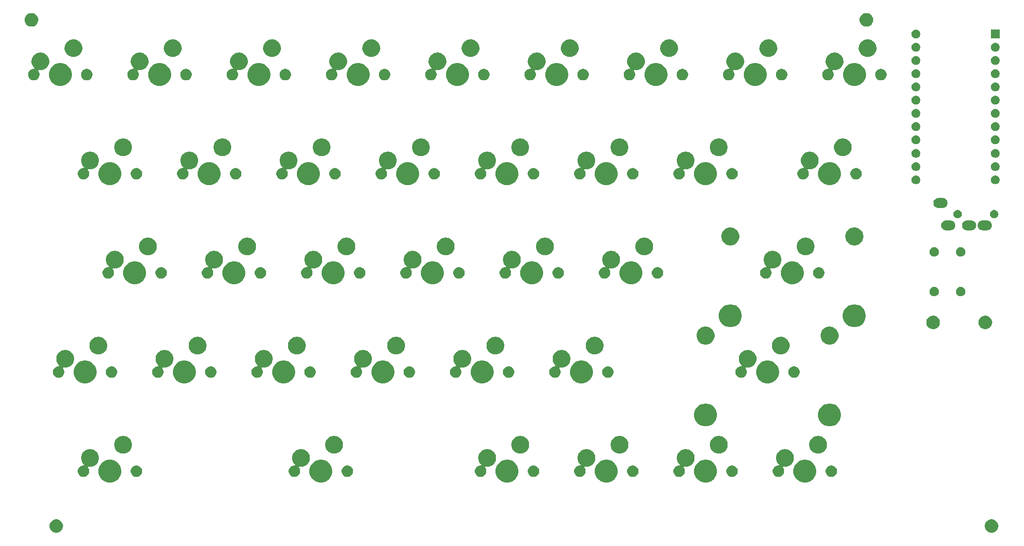
<source format=gts>
G04 #@! TF.GenerationSoftware,KiCad,Pcbnew,(5.0.2)-1*
G04 #@! TF.CreationDate,2019-03-03T00:18:13+09:00*
G04 #@! TF.ProjectId,pakbd,70616b62-642e-46b6-9963-61645f706362,3*
G04 #@! TF.SameCoordinates,Original*
G04 #@! TF.FileFunction,Soldermask,Top*
G04 #@! TF.FilePolarity,Negative*
%FSLAX46Y46*%
G04 Gerber Fmt 4.6, Leading zero omitted, Abs format (unit mm)*
G04 Created by KiCad (PCBNEW (5.0.2)-1) date 2019/03/03 0:18:13*
%MOMM*%
%LPD*%
G01*
G04 APERTURE LIST*
%ADD10C,0.100000*%
G04 APERTURE END LIST*
D10*
G36*
X382659196Y-120589958D02*
X382895780Y-120687954D01*
X383108705Y-120830226D01*
X383289774Y-121011295D01*
X383432046Y-121224220D01*
X383530042Y-121460804D01*
X383580000Y-121711960D01*
X383580000Y-121968040D01*
X383530042Y-122219196D01*
X383432046Y-122455780D01*
X383289774Y-122668705D01*
X383108705Y-122849774D01*
X382895780Y-122992046D01*
X382659196Y-123090042D01*
X382408040Y-123140000D01*
X382151960Y-123140000D01*
X381900804Y-123090042D01*
X381664220Y-122992046D01*
X381451295Y-122849774D01*
X381270226Y-122668705D01*
X381127954Y-122455780D01*
X381029958Y-122219196D01*
X380980000Y-121968040D01*
X380980000Y-121711960D01*
X381029958Y-121460804D01*
X381127954Y-121224220D01*
X381270226Y-121011295D01*
X381451295Y-120830226D01*
X381664220Y-120687954D01*
X381900804Y-120589958D01*
X382151960Y-120540000D01*
X382408040Y-120540000D01*
X382659196Y-120589958D01*
X382659196Y-120589958D01*
G37*
G36*
X203189196Y-120589958D02*
X203425780Y-120687954D01*
X203638705Y-120830226D01*
X203819774Y-121011295D01*
X203962046Y-121224220D01*
X204060042Y-121460804D01*
X204110000Y-121711960D01*
X204110000Y-121968040D01*
X204060042Y-122219196D01*
X203962046Y-122455780D01*
X203819774Y-122668705D01*
X203638705Y-122849774D01*
X203425780Y-122992046D01*
X203189196Y-123090042D01*
X202938040Y-123140000D01*
X202681960Y-123140000D01*
X202430804Y-123090042D01*
X202194220Y-122992046D01*
X201981295Y-122849774D01*
X201800226Y-122668705D01*
X201657954Y-122455780D01*
X201559958Y-122219196D01*
X201510000Y-121968040D01*
X201510000Y-121711960D01*
X201559958Y-121460804D01*
X201657954Y-121224220D01*
X201800226Y-121011295D01*
X201981295Y-120830226D01*
X202194220Y-120687954D01*
X202430804Y-120589958D01*
X202681960Y-120540000D01*
X202938040Y-120540000D01*
X203189196Y-120589958D01*
X203189196Y-120589958D01*
G37*
G36*
X347101216Y-109194544D02*
X347501590Y-109360384D01*
X347861921Y-109601150D01*
X348168350Y-109907579D01*
X348409116Y-110267910D01*
X348574956Y-110668284D01*
X348659500Y-111093317D01*
X348659500Y-111526683D01*
X348574956Y-111951716D01*
X348409116Y-112352090D01*
X348168350Y-112712421D01*
X347861921Y-113018850D01*
X347501590Y-113259616D01*
X347101216Y-113425456D01*
X346676183Y-113510000D01*
X346242817Y-113510000D01*
X345817784Y-113425456D01*
X345417410Y-113259616D01*
X345057079Y-113018850D01*
X344750650Y-112712421D01*
X344509884Y-112352090D01*
X344344044Y-111951716D01*
X344259500Y-111526683D01*
X344259500Y-111093317D01*
X344344044Y-110668284D01*
X344509884Y-110267910D01*
X344750650Y-109907579D01*
X345057079Y-109601150D01*
X345417410Y-109360384D01*
X345817784Y-109194544D01*
X346242817Y-109110000D01*
X346676183Y-109110000D01*
X347101216Y-109194544D01*
X347101216Y-109194544D01*
G37*
G36*
X328051216Y-109194544D02*
X328451590Y-109360384D01*
X328811921Y-109601150D01*
X329118350Y-109907579D01*
X329359116Y-110267910D01*
X329524956Y-110668284D01*
X329609500Y-111093317D01*
X329609500Y-111526683D01*
X329524956Y-111951716D01*
X329359116Y-112352090D01*
X329118350Y-112712421D01*
X328811921Y-113018850D01*
X328451590Y-113259616D01*
X328051216Y-113425456D01*
X327626183Y-113510000D01*
X327192817Y-113510000D01*
X326767784Y-113425456D01*
X326367410Y-113259616D01*
X326007079Y-113018850D01*
X325700650Y-112712421D01*
X325459884Y-112352090D01*
X325294044Y-111951716D01*
X325209500Y-111526683D01*
X325209500Y-111093317D01*
X325294044Y-110668284D01*
X325459884Y-110267910D01*
X325700650Y-109907579D01*
X326007079Y-109601150D01*
X326367410Y-109360384D01*
X326767784Y-109194544D01*
X327192817Y-109110000D01*
X327626183Y-109110000D01*
X328051216Y-109194544D01*
X328051216Y-109194544D01*
G37*
G36*
X309001216Y-109194544D02*
X309401590Y-109360384D01*
X309761921Y-109601150D01*
X310068350Y-109907579D01*
X310309116Y-110267910D01*
X310474956Y-110668284D01*
X310559500Y-111093317D01*
X310559500Y-111526683D01*
X310474956Y-111951716D01*
X310309116Y-112352090D01*
X310068350Y-112712421D01*
X309761921Y-113018850D01*
X309401590Y-113259616D01*
X309001216Y-113425456D01*
X308576183Y-113510000D01*
X308142817Y-113510000D01*
X307717784Y-113425456D01*
X307317410Y-113259616D01*
X306957079Y-113018850D01*
X306650650Y-112712421D01*
X306409884Y-112352090D01*
X306244044Y-111951716D01*
X306159500Y-111526683D01*
X306159500Y-111093317D01*
X306244044Y-110668284D01*
X306409884Y-110267910D01*
X306650650Y-109907579D01*
X306957079Y-109601150D01*
X307317410Y-109360384D01*
X307717784Y-109194544D01*
X308142817Y-109110000D01*
X308576183Y-109110000D01*
X309001216Y-109194544D01*
X309001216Y-109194544D01*
G37*
G36*
X289951216Y-109194544D02*
X290351590Y-109360384D01*
X290711921Y-109601150D01*
X291018350Y-109907579D01*
X291259116Y-110267910D01*
X291424956Y-110668284D01*
X291509500Y-111093317D01*
X291509500Y-111526683D01*
X291424956Y-111951716D01*
X291259116Y-112352090D01*
X291018350Y-112712421D01*
X290711921Y-113018850D01*
X290351590Y-113259616D01*
X289951216Y-113425456D01*
X289526183Y-113510000D01*
X289092817Y-113510000D01*
X288667784Y-113425456D01*
X288267410Y-113259616D01*
X287907079Y-113018850D01*
X287600650Y-112712421D01*
X287359884Y-112352090D01*
X287194044Y-111951716D01*
X287109500Y-111526683D01*
X287109500Y-111093317D01*
X287194044Y-110668284D01*
X287359884Y-110267910D01*
X287600650Y-109907579D01*
X287907079Y-109601150D01*
X288267410Y-109360384D01*
X288667784Y-109194544D01*
X289092817Y-109110000D01*
X289526183Y-109110000D01*
X289951216Y-109194544D01*
X289951216Y-109194544D01*
G37*
G36*
X254223716Y-109194544D02*
X254624090Y-109360384D01*
X254984421Y-109601150D01*
X255290850Y-109907579D01*
X255531616Y-110267910D01*
X255697456Y-110668284D01*
X255782000Y-111093317D01*
X255782000Y-111526683D01*
X255697456Y-111951716D01*
X255531616Y-112352090D01*
X255290850Y-112712421D01*
X254984421Y-113018850D01*
X254624090Y-113259616D01*
X254223716Y-113425456D01*
X253798683Y-113510000D01*
X253365317Y-113510000D01*
X252940284Y-113425456D01*
X252539910Y-113259616D01*
X252179579Y-113018850D01*
X251873150Y-112712421D01*
X251632384Y-112352090D01*
X251466544Y-111951716D01*
X251382000Y-111526683D01*
X251382000Y-111093317D01*
X251466544Y-110668284D01*
X251632384Y-110267910D01*
X251873150Y-109907579D01*
X252179579Y-109601150D01*
X252539910Y-109360384D01*
X252940284Y-109194544D01*
X253365317Y-109110000D01*
X253798683Y-109110000D01*
X254223716Y-109194544D01*
X254223716Y-109194544D01*
G37*
G36*
X213736216Y-109194544D02*
X214136590Y-109360384D01*
X214496921Y-109601150D01*
X214803350Y-109907579D01*
X215044116Y-110267910D01*
X215209956Y-110668284D01*
X215294500Y-111093317D01*
X215294500Y-111526683D01*
X215209956Y-111951716D01*
X215044116Y-112352090D01*
X214803350Y-112712421D01*
X214496921Y-113018850D01*
X214136590Y-113259616D01*
X213736216Y-113425456D01*
X213311183Y-113510000D01*
X212877817Y-113510000D01*
X212452784Y-113425456D01*
X212052410Y-113259616D01*
X211692079Y-113018850D01*
X211385650Y-112712421D01*
X211144884Y-112352090D01*
X210979044Y-111951716D01*
X210894500Y-111526683D01*
X210894500Y-111093317D01*
X210979044Y-110668284D01*
X211144884Y-110267910D01*
X211385650Y-109907579D01*
X211692079Y-109601150D01*
X212052410Y-109360384D01*
X212452784Y-109194544D01*
X212877817Y-109110000D01*
X213311183Y-109110000D01*
X213736216Y-109194544D01*
X213736216Y-109194544D01*
G37*
G36*
X209670893Y-107113553D02*
X209780372Y-107135330D01*
X210089752Y-107263479D01*
X210368187Y-107449523D01*
X210604977Y-107686313D01*
X210791021Y-107964748D01*
X210919170Y-108274128D01*
X210984500Y-108602565D01*
X210984500Y-108937435D01*
X210919170Y-109265872D01*
X210791021Y-109575252D01*
X210604977Y-109853687D01*
X210368187Y-110090477D01*
X210089752Y-110276521D01*
X209780372Y-110404670D01*
X209670893Y-110426447D01*
X209451937Y-110470000D01*
X209117064Y-110470000D01*
X209044561Y-110455578D01*
X209019916Y-110450676D01*
X208995530Y-110448274D01*
X208971144Y-110450676D01*
X208947695Y-110457789D01*
X208926084Y-110469340D01*
X208907142Y-110484886D01*
X208891596Y-110503828D01*
X208880045Y-110525438D01*
X208872932Y-110548887D01*
X208870530Y-110573274D01*
X208872932Y-110597660D01*
X208880045Y-110621109D01*
X208891596Y-110642720D01*
X208989308Y-110788956D01*
X209072228Y-110989143D01*
X209114500Y-111201658D01*
X209114500Y-111418342D01*
X209072228Y-111630857D01*
X208989309Y-111831042D01*
X208868922Y-112011213D01*
X208715713Y-112164422D01*
X208535542Y-112284809D01*
X208335357Y-112367728D01*
X208122842Y-112410000D01*
X207906158Y-112410000D01*
X207693643Y-112367728D01*
X207493458Y-112284809D01*
X207313287Y-112164422D01*
X207160078Y-112011213D01*
X207039691Y-111831042D01*
X206956772Y-111630857D01*
X206914500Y-111418342D01*
X206914500Y-111201658D01*
X206956772Y-110989143D01*
X207039691Y-110788958D01*
X207120323Y-110668284D01*
X207160075Y-110608791D01*
X207160076Y-110608790D01*
X207160078Y-110608787D01*
X207313287Y-110455578D01*
X207493458Y-110335191D01*
X207693643Y-110252272D01*
X207906158Y-110210000D01*
X208018561Y-110210000D01*
X208042947Y-110207598D01*
X208066396Y-110200485D01*
X208088007Y-110188934D01*
X208106949Y-110173388D01*
X208122495Y-110154446D01*
X208134046Y-110132835D01*
X208141159Y-110109386D01*
X208143561Y-110085000D01*
X208141159Y-110060614D01*
X208134046Y-110037165D01*
X208122495Y-110015554D01*
X208106954Y-109996618D01*
X207964023Y-109853687D01*
X207777979Y-109575252D01*
X207649830Y-109265872D01*
X207584500Y-108937435D01*
X207584500Y-108602565D01*
X207649830Y-108274128D01*
X207777979Y-107964748D01*
X207964023Y-107686313D01*
X208200813Y-107449523D01*
X208479248Y-107263479D01*
X208788628Y-107135330D01*
X208898107Y-107113553D01*
X209117063Y-107070000D01*
X209451937Y-107070000D01*
X209670893Y-107113553D01*
X209670893Y-107113553D01*
G37*
G36*
X218495357Y-110252272D02*
X218695542Y-110335191D01*
X218875713Y-110455578D01*
X219028922Y-110608787D01*
X219028924Y-110608790D01*
X219028925Y-110608791D01*
X219068677Y-110668284D01*
X219149309Y-110788958D01*
X219232228Y-110989143D01*
X219274500Y-111201658D01*
X219274500Y-111418342D01*
X219232228Y-111630857D01*
X219149309Y-111831042D01*
X219028922Y-112011213D01*
X218875713Y-112164422D01*
X218695542Y-112284809D01*
X218495357Y-112367728D01*
X218282842Y-112410000D01*
X218066158Y-112410000D01*
X217853643Y-112367728D01*
X217653458Y-112284809D01*
X217473287Y-112164422D01*
X217320078Y-112011213D01*
X217199691Y-111831042D01*
X217116772Y-111630857D01*
X217074500Y-111418342D01*
X217074500Y-111201658D01*
X217116772Y-110989143D01*
X217199691Y-110788958D01*
X217280323Y-110668284D01*
X217320075Y-110608791D01*
X217320076Y-110608790D01*
X217320078Y-110608787D01*
X217473287Y-110455578D01*
X217653458Y-110335191D01*
X217853643Y-110252272D01*
X218066158Y-110210000D01*
X218282842Y-110210000D01*
X218495357Y-110252272D01*
X218495357Y-110252272D01*
G37*
G36*
X351860357Y-110252272D02*
X352060542Y-110335191D01*
X352240713Y-110455578D01*
X352393922Y-110608787D01*
X352393924Y-110608790D01*
X352393925Y-110608791D01*
X352433677Y-110668284D01*
X352514309Y-110788958D01*
X352597228Y-110989143D01*
X352639500Y-111201658D01*
X352639500Y-111418342D01*
X352597228Y-111630857D01*
X352514309Y-111831042D01*
X352393922Y-112011213D01*
X352240713Y-112164422D01*
X352060542Y-112284809D01*
X351860357Y-112367728D01*
X351647842Y-112410000D01*
X351431158Y-112410000D01*
X351218643Y-112367728D01*
X351018458Y-112284809D01*
X350838287Y-112164422D01*
X350685078Y-112011213D01*
X350564691Y-111831042D01*
X350481772Y-111630857D01*
X350439500Y-111418342D01*
X350439500Y-111201658D01*
X350481772Y-110989143D01*
X350564691Y-110788958D01*
X350645323Y-110668284D01*
X350685075Y-110608791D01*
X350685076Y-110608790D01*
X350685078Y-110608787D01*
X350838287Y-110455578D01*
X351018458Y-110335191D01*
X351218643Y-110252272D01*
X351431158Y-110210000D01*
X351647842Y-110210000D01*
X351860357Y-110252272D01*
X351860357Y-110252272D01*
G37*
G36*
X343035893Y-107113553D02*
X343145372Y-107135330D01*
X343454752Y-107263479D01*
X343733187Y-107449523D01*
X343969977Y-107686313D01*
X344156021Y-107964748D01*
X344284170Y-108274128D01*
X344349500Y-108602565D01*
X344349500Y-108937435D01*
X344284170Y-109265872D01*
X344156021Y-109575252D01*
X343969977Y-109853687D01*
X343733187Y-110090477D01*
X343454752Y-110276521D01*
X343145372Y-110404670D01*
X343035893Y-110426447D01*
X342816937Y-110470000D01*
X342482064Y-110470000D01*
X342409561Y-110455578D01*
X342384916Y-110450676D01*
X342360530Y-110448274D01*
X342336144Y-110450676D01*
X342312695Y-110457789D01*
X342291084Y-110469340D01*
X342272142Y-110484886D01*
X342256596Y-110503828D01*
X342245045Y-110525438D01*
X342237932Y-110548887D01*
X342235530Y-110573274D01*
X342237932Y-110597660D01*
X342245045Y-110621109D01*
X342256596Y-110642720D01*
X342354308Y-110788956D01*
X342437228Y-110989143D01*
X342479500Y-111201658D01*
X342479500Y-111418342D01*
X342437228Y-111630857D01*
X342354309Y-111831042D01*
X342233922Y-112011213D01*
X342080713Y-112164422D01*
X341900542Y-112284809D01*
X341700357Y-112367728D01*
X341487842Y-112410000D01*
X341271158Y-112410000D01*
X341058643Y-112367728D01*
X340858458Y-112284809D01*
X340678287Y-112164422D01*
X340525078Y-112011213D01*
X340404691Y-111831042D01*
X340321772Y-111630857D01*
X340279500Y-111418342D01*
X340279500Y-111201658D01*
X340321772Y-110989143D01*
X340404691Y-110788958D01*
X340485323Y-110668284D01*
X340525075Y-110608791D01*
X340525076Y-110608790D01*
X340525078Y-110608787D01*
X340678287Y-110455578D01*
X340858458Y-110335191D01*
X341058643Y-110252272D01*
X341271158Y-110210000D01*
X341383561Y-110210000D01*
X341407947Y-110207598D01*
X341431396Y-110200485D01*
X341453007Y-110188934D01*
X341471949Y-110173388D01*
X341487495Y-110154446D01*
X341499046Y-110132835D01*
X341506159Y-110109386D01*
X341508561Y-110085000D01*
X341506159Y-110060614D01*
X341499046Y-110037165D01*
X341487495Y-110015554D01*
X341471954Y-109996618D01*
X341329023Y-109853687D01*
X341142979Y-109575252D01*
X341014830Y-109265872D01*
X340949500Y-108937435D01*
X340949500Y-108602565D01*
X341014830Y-108274128D01*
X341142979Y-107964748D01*
X341329023Y-107686313D01*
X341565813Y-107449523D01*
X341844248Y-107263479D01*
X342153628Y-107135330D01*
X342263107Y-107113553D01*
X342482063Y-107070000D01*
X342816937Y-107070000D01*
X343035893Y-107113553D01*
X343035893Y-107113553D01*
G37*
G36*
X323985893Y-107113553D02*
X324095372Y-107135330D01*
X324404752Y-107263479D01*
X324683187Y-107449523D01*
X324919977Y-107686313D01*
X325106021Y-107964748D01*
X325234170Y-108274128D01*
X325299500Y-108602565D01*
X325299500Y-108937435D01*
X325234170Y-109265872D01*
X325106021Y-109575252D01*
X324919977Y-109853687D01*
X324683187Y-110090477D01*
X324404752Y-110276521D01*
X324095372Y-110404670D01*
X323985893Y-110426447D01*
X323766937Y-110470000D01*
X323432064Y-110470000D01*
X323359561Y-110455578D01*
X323334916Y-110450676D01*
X323310530Y-110448274D01*
X323286144Y-110450676D01*
X323262695Y-110457789D01*
X323241084Y-110469340D01*
X323222142Y-110484886D01*
X323206596Y-110503828D01*
X323195045Y-110525438D01*
X323187932Y-110548887D01*
X323185530Y-110573274D01*
X323187932Y-110597660D01*
X323195045Y-110621109D01*
X323206596Y-110642720D01*
X323304308Y-110788956D01*
X323387228Y-110989143D01*
X323429500Y-111201658D01*
X323429500Y-111418342D01*
X323387228Y-111630857D01*
X323304309Y-111831042D01*
X323183922Y-112011213D01*
X323030713Y-112164422D01*
X322850542Y-112284809D01*
X322650357Y-112367728D01*
X322437842Y-112410000D01*
X322221158Y-112410000D01*
X322008643Y-112367728D01*
X321808458Y-112284809D01*
X321628287Y-112164422D01*
X321475078Y-112011213D01*
X321354691Y-111831042D01*
X321271772Y-111630857D01*
X321229500Y-111418342D01*
X321229500Y-111201658D01*
X321271772Y-110989143D01*
X321354691Y-110788958D01*
X321435323Y-110668284D01*
X321475075Y-110608791D01*
X321475076Y-110608790D01*
X321475078Y-110608787D01*
X321628287Y-110455578D01*
X321808458Y-110335191D01*
X322008643Y-110252272D01*
X322221158Y-110210000D01*
X322333561Y-110210000D01*
X322357947Y-110207598D01*
X322381396Y-110200485D01*
X322403007Y-110188934D01*
X322421949Y-110173388D01*
X322437495Y-110154446D01*
X322449046Y-110132835D01*
X322456159Y-110109386D01*
X322458561Y-110085000D01*
X322456159Y-110060614D01*
X322449046Y-110037165D01*
X322437495Y-110015554D01*
X322421954Y-109996618D01*
X322279023Y-109853687D01*
X322092979Y-109575252D01*
X321964830Y-109265872D01*
X321899500Y-108937435D01*
X321899500Y-108602565D01*
X321964830Y-108274128D01*
X322092979Y-107964748D01*
X322279023Y-107686313D01*
X322515813Y-107449523D01*
X322794248Y-107263479D01*
X323103628Y-107135330D01*
X323213107Y-107113553D01*
X323432063Y-107070000D01*
X323766937Y-107070000D01*
X323985893Y-107113553D01*
X323985893Y-107113553D01*
G37*
G36*
X258982857Y-110252272D02*
X259183042Y-110335191D01*
X259363213Y-110455578D01*
X259516422Y-110608787D01*
X259516424Y-110608790D01*
X259516425Y-110608791D01*
X259556177Y-110668284D01*
X259636809Y-110788958D01*
X259719728Y-110989143D01*
X259762000Y-111201658D01*
X259762000Y-111418342D01*
X259719728Y-111630857D01*
X259636809Y-111831042D01*
X259516422Y-112011213D01*
X259363213Y-112164422D01*
X259183042Y-112284809D01*
X258982857Y-112367728D01*
X258770342Y-112410000D01*
X258553658Y-112410000D01*
X258341143Y-112367728D01*
X258140958Y-112284809D01*
X257960787Y-112164422D01*
X257807578Y-112011213D01*
X257687191Y-111831042D01*
X257604272Y-111630857D01*
X257562000Y-111418342D01*
X257562000Y-111201658D01*
X257604272Y-110989143D01*
X257687191Y-110788958D01*
X257767823Y-110668284D01*
X257807575Y-110608791D01*
X257807576Y-110608790D01*
X257807578Y-110608787D01*
X257960787Y-110455578D01*
X258140958Y-110335191D01*
X258341143Y-110252272D01*
X258553658Y-110210000D01*
X258770342Y-110210000D01*
X258982857Y-110252272D01*
X258982857Y-110252272D01*
G37*
G36*
X250158393Y-107113553D02*
X250267872Y-107135330D01*
X250577252Y-107263479D01*
X250855687Y-107449523D01*
X251092477Y-107686313D01*
X251278521Y-107964748D01*
X251406670Y-108274128D01*
X251472000Y-108602565D01*
X251472000Y-108937435D01*
X251406670Y-109265872D01*
X251278521Y-109575252D01*
X251092477Y-109853687D01*
X250855687Y-110090477D01*
X250577252Y-110276521D01*
X250267872Y-110404670D01*
X250158393Y-110426447D01*
X249939437Y-110470000D01*
X249604564Y-110470000D01*
X249532061Y-110455578D01*
X249507416Y-110450676D01*
X249483030Y-110448274D01*
X249458644Y-110450676D01*
X249435195Y-110457789D01*
X249413584Y-110469340D01*
X249394642Y-110484886D01*
X249379096Y-110503828D01*
X249367545Y-110525438D01*
X249360432Y-110548887D01*
X249358030Y-110573274D01*
X249360432Y-110597660D01*
X249367545Y-110621109D01*
X249379096Y-110642720D01*
X249476808Y-110788956D01*
X249559728Y-110989143D01*
X249602000Y-111201658D01*
X249602000Y-111418342D01*
X249559728Y-111630857D01*
X249476809Y-111831042D01*
X249356422Y-112011213D01*
X249203213Y-112164422D01*
X249023042Y-112284809D01*
X248822857Y-112367728D01*
X248610342Y-112410000D01*
X248393658Y-112410000D01*
X248181143Y-112367728D01*
X247980958Y-112284809D01*
X247800787Y-112164422D01*
X247647578Y-112011213D01*
X247527191Y-111831042D01*
X247444272Y-111630857D01*
X247402000Y-111418342D01*
X247402000Y-111201658D01*
X247444272Y-110989143D01*
X247527191Y-110788958D01*
X247607823Y-110668284D01*
X247647575Y-110608791D01*
X247647576Y-110608790D01*
X247647578Y-110608787D01*
X247800787Y-110455578D01*
X247980958Y-110335191D01*
X248181143Y-110252272D01*
X248393658Y-110210000D01*
X248506061Y-110210000D01*
X248530447Y-110207598D01*
X248553896Y-110200485D01*
X248575507Y-110188934D01*
X248594449Y-110173388D01*
X248609995Y-110154446D01*
X248621546Y-110132835D01*
X248628659Y-110109386D01*
X248631061Y-110085000D01*
X248628659Y-110060614D01*
X248621546Y-110037165D01*
X248609995Y-110015554D01*
X248594454Y-109996618D01*
X248451523Y-109853687D01*
X248265479Y-109575252D01*
X248137330Y-109265872D01*
X248072000Y-108937435D01*
X248072000Y-108602565D01*
X248137330Y-108274128D01*
X248265479Y-107964748D01*
X248451523Y-107686313D01*
X248688313Y-107449523D01*
X248966748Y-107263479D01*
X249276128Y-107135330D01*
X249385607Y-107113553D01*
X249604563Y-107070000D01*
X249939437Y-107070000D01*
X250158393Y-107113553D01*
X250158393Y-107113553D01*
G37*
G36*
X304935893Y-107113553D02*
X305045372Y-107135330D01*
X305354752Y-107263479D01*
X305633187Y-107449523D01*
X305869977Y-107686313D01*
X306056021Y-107964748D01*
X306184170Y-108274128D01*
X306249500Y-108602565D01*
X306249500Y-108937435D01*
X306184170Y-109265872D01*
X306056021Y-109575252D01*
X305869977Y-109853687D01*
X305633187Y-110090477D01*
X305354752Y-110276521D01*
X305045372Y-110404670D01*
X304935893Y-110426447D01*
X304716937Y-110470000D01*
X304382064Y-110470000D01*
X304309561Y-110455578D01*
X304284916Y-110450676D01*
X304260530Y-110448274D01*
X304236144Y-110450676D01*
X304212695Y-110457789D01*
X304191084Y-110469340D01*
X304172142Y-110484886D01*
X304156596Y-110503828D01*
X304145045Y-110525438D01*
X304137932Y-110548887D01*
X304135530Y-110573274D01*
X304137932Y-110597660D01*
X304145045Y-110621109D01*
X304156596Y-110642720D01*
X304254308Y-110788956D01*
X304337228Y-110989143D01*
X304379500Y-111201658D01*
X304379500Y-111418342D01*
X304337228Y-111630857D01*
X304254309Y-111831042D01*
X304133922Y-112011213D01*
X303980713Y-112164422D01*
X303800542Y-112284809D01*
X303600357Y-112367728D01*
X303387842Y-112410000D01*
X303171158Y-112410000D01*
X302958643Y-112367728D01*
X302758458Y-112284809D01*
X302578287Y-112164422D01*
X302425078Y-112011213D01*
X302304691Y-111831042D01*
X302221772Y-111630857D01*
X302179500Y-111418342D01*
X302179500Y-111201658D01*
X302221772Y-110989143D01*
X302304691Y-110788958D01*
X302385323Y-110668284D01*
X302425075Y-110608791D01*
X302425076Y-110608790D01*
X302425078Y-110608787D01*
X302578287Y-110455578D01*
X302758458Y-110335191D01*
X302958643Y-110252272D01*
X303171158Y-110210000D01*
X303283561Y-110210000D01*
X303307947Y-110207598D01*
X303331396Y-110200485D01*
X303353007Y-110188934D01*
X303371949Y-110173388D01*
X303387495Y-110154446D01*
X303399046Y-110132835D01*
X303406159Y-110109386D01*
X303408561Y-110085000D01*
X303406159Y-110060614D01*
X303399046Y-110037165D01*
X303387495Y-110015554D01*
X303371954Y-109996618D01*
X303229023Y-109853687D01*
X303042979Y-109575252D01*
X302914830Y-109265872D01*
X302849500Y-108937435D01*
X302849500Y-108602565D01*
X302914830Y-108274128D01*
X303042979Y-107964748D01*
X303229023Y-107686313D01*
X303465813Y-107449523D01*
X303744248Y-107263479D01*
X304053628Y-107135330D01*
X304163107Y-107113553D01*
X304382063Y-107070000D01*
X304716937Y-107070000D01*
X304935893Y-107113553D01*
X304935893Y-107113553D01*
G37*
G36*
X313760357Y-110252272D02*
X313960542Y-110335191D01*
X314140713Y-110455578D01*
X314293922Y-110608787D01*
X314293924Y-110608790D01*
X314293925Y-110608791D01*
X314333677Y-110668284D01*
X314414309Y-110788958D01*
X314497228Y-110989143D01*
X314539500Y-111201658D01*
X314539500Y-111418342D01*
X314497228Y-111630857D01*
X314414309Y-111831042D01*
X314293922Y-112011213D01*
X314140713Y-112164422D01*
X313960542Y-112284809D01*
X313760357Y-112367728D01*
X313547842Y-112410000D01*
X313331158Y-112410000D01*
X313118643Y-112367728D01*
X312918458Y-112284809D01*
X312738287Y-112164422D01*
X312585078Y-112011213D01*
X312464691Y-111831042D01*
X312381772Y-111630857D01*
X312339500Y-111418342D01*
X312339500Y-111201658D01*
X312381772Y-110989143D01*
X312464691Y-110788958D01*
X312545323Y-110668284D01*
X312585075Y-110608791D01*
X312585076Y-110608790D01*
X312585078Y-110608787D01*
X312738287Y-110455578D01*
X312918458Y-110335191D01*
X313118643Y-110252272D01*
X313331158Y-110210000D01*
X313547842Y-110210000D01*
X313760357Y-110252272D01*
X313760357Y-110252272D01*
G37*
G36*
X332810357Y-110252272D02*
X333010542Y-110335191D01*
X333190713Y-110455578D01*
X333343922Y-110608787D01*
X333343924Y-110608790D01*
X333343925Y-110608791D01*
X333383677Y-110668284D01*
X333464309Y-110788958D01*
X333547228Y-110989143D01*
X333589500Y-111201658D01*
X333589500Y-111418342D01*
X333547228Y-111630857D01*
X333464309Y-111831042D01*
X333343922Y-112011213D01*
X333190713Y-112164422D01*
X333010542Y-112284809D01*
X332810357Y-112367728D01*
X332597842Y-112410000D01*
X332381158Y-112410000D01*
X332168643Y-112367728D01*
X331968458Y-112284809D01*
X331788287Y-112164422D01*
X331635078Y-112011213D01*
X331514691Y-111831042D01*
X331431772Y-111630857D01*
X331389500Y-111418342D01*
X331389500Y-111201658D01*
X331431772Y-110989143D01*
X331514691Y-110788958D01*
X331595323Y-110668284D01*
X331635075Y-110608791D01*
X331635076Y-110608790D01*
X331635078Y-110608787D01*
X331788287Y-110455578D01*
X331968458Y-110335191D01*
X332168643Y-110252272D01*
X332381158Y-110210000D01*
X332597842Y-110210000D01*
X332810357Y-110252272D01*
X332810357Y-110252272D01*
G37*
G36*
X285885893Y-107113553D02*
X285995372Y-107135330D01*
X286304752Y-107263479D01*
X286583187Y-107449523D01*
X286819977Y-107686313D01*
X287006021Y-107964748D01*
X287134170Y-108274128D01*
X287199500Y-108602565D01*
X287199500Y-108937435D01*
X287134170Y-109265872D01*
X287006021Y-109575252D01*
X286819977Y-109853687D01*
X286583187Y-110090477D01*
X286304752Y-110276521D01*
X285995372Y-110404670D01*
X285885893Y-110426447D01*
X285666937Y-110470000D01*
X285332064Y-110470000D01*
X285259561Y-110455578D01*
X285234916Y-110450676D01*
X285210530Y-110448274D01*
X285186144Y-110450676D01*
X285162695Y-110457789D01*
X285141084Y-110469340D01*
X285122142Y-110484886D01*
X285106596Y-110503828D01*
X285095045Y-110525438D01*
X285087932Y-110548887D01*
X285085530Y-110573274D01*
X285087932Y-110597660D01*
X285095045Y-110621109D01*
X285106596Y-110642720D01*
X285204308Y-110788956D01*
X285287228Y-110989143D01*
X285329500Y-111201658D01*
X285329500Y-111418342D01*
X285287228Y-111630857D01*
X285204309Y-111831042D01*
X285083922Y-112011213D01*
X284930713Y-112164422D01*
X284750542Y-112284809D01*
X284550357Y-112367728D01*
X284337842Y-112410000D01*
X284121158Y-112410000D01*
X283908643Y-112367728D01*
X283708458Y-112284809D01*
X283528287Y-112164422D01*
X283375078Y-112011213D01*
X283254691Y-111831042D01*
X283171772Y-111630857D01*
X283129500Y-111418342D01*
X283129500Y-111201658D01*
X283171772Y-110989143D01*
X283254691Y-110788958D01*
X283335323Y-110668284D01*
X283375075Y-110608791D01*
X283375076Y-110608790D01*
X283375078Y-110608787D01*
X283528287Y-110455578D01*
X283708458Y-110335191D01*
X283908643Y-110252272D01*
X284121158Y-110210000D01*
X284233561Y-110210000D01*
X284257947Y-110207598D01*
X284281396Y-110200485D01*
X284303007Y-110188934D01*
X284321949Y-110173388D01*
X284337495Y-110154446D01*
X284349046Y-110132835D01*
X284356159Y-110109386D01*
X284358561Y-110085000D01*
X284356159Y-110060614D01*
X284349046Y-110037165D01*
X284337495Y-110015554D01*
X284321954Y-109996618D01*
X284179023Y-109853687D01*
X283992979Y-109575252D01*
X283864830Y-109265872D01*
X283799500Y-108937435D01*
X283799500Y-108602565D01*
X283864830Y-108274128D01*
X283992979Y-107964748D01*
X284179023Y-107686313D01*
X284415813Y-107449523D01*
X284694248Y-107263479D01*
X285003628Y-107135330D01*
X285113107Y-107113553D01*
X285332063Y-107070000D01*
X285666937Y-107070000D01*
X285885893Y-107113553D01*
X285885893Y-107113553D01*
G37*
G36*
X294710357Y-110252272D02*
X294910542Y-110335191D01*
X295090713Y-110455578D01*
X295243922Y-110608787D01*
X295243924Y-110608790D01*
X295243925Y-110608791D01*
X295283677Y-110668284D01*
X295364309Y-110788958D01*
X295447228Y-110989143D01*
X295489500Y-111201658D01*
X295489500Y-111418342D01*
X295447228Y-111630857D01*
X295364309Y-111831042D01*
X295243922Y-112011213D01*
X295090713Y-112164422D01*
X294910542Y-112284809D01*
X294710357Y-112367728D01*
X294497842Y-112410000D01*
X294281158Y-112410000D01*
X294068643Y-112367728D01*
X293868458Y-112284809D01*
X293688287Y-112164422D01*
X293535078Y-112011213D01*
X293414691Y-111831042D01*
X293331772Y-111630857D01*
X293289500Y-111418342D01*
X293289500Y-111201658D01*
X293331772Y-110989143D01*
X293414691Y-110788958D01*
X293495323Y-110668284D01*
X293535075Y-110608791D01*
X293535076Y-110608790D01*
X293535078Y-110608787D01*
X293688287Y-110455578D01*
X293868458Y-110335191D01*
X294068643Y-110252272D01*
X294281158Y-110210000D01*
X294497842Y-110210000D01*
X294710357Y-110252272D01*
X294710357Y-110252272D01*
G37*
G36*
X311285893Y-104573553D02*
X311395372Y-104595330D01*
X311704752Y-104723479D01*
X311983187Y-104909523D01*
X312219977Y-105146313D01*
X312406021Y-105424748D01*
X312534170Y-105734128D01*
X312599500Y-106062565D01*
X312599500Y-106397435D01*
X312534170Y-106725872D01*
X312406021Y-107035252D01*
X312219977Y-107313687D01*
X311983187Y-107550477D01*
X311704752Y-107736521D01*
X311395372Y-107864670D01*
X311285893Y-107886447D01*
X311066937Y-107930000D01*
X310732063Y-107930000D01*
X310513107Y-107886447D01*
X310403628Y-107864670D01*
X310094248Y-107736521D01*
X309815813Y-107550477D01*
X309579023Y-107313687D01*
X309392979Y-107035252D01*
X309264830Y-106725872D01*
X309199500Y-106397435D01*
X309199500Y-106062565D01*
X309264830Y-105734128D01*
X309392979Y-105424748D01*
X309579023Y-105146313D01*
X309815813Y-104909523D01*
X310094248Y-104723479D01*
X310403628Y-104595330D01*
X310513107Y-104573553D01*
X310732063Y-104530000D01*
X311066937Y-104530000D01*
X311285893Y-104573553D01*
X311285893Y-104573553D01*
G37*
G36*
X330335893Y-104573553D02*
X330445372Y-104595330D01*
X330754752Y-104723479D01*
X331033187Y-104909523D01*
X331269977Y-105146313D01*
X331456021Y-105424748D01*
X331584170Y-105734128D01*
X331649500Y-106062565D01*
X331649500Y-106397435D01*
X331584170Y-106725872D01*
X331456021Y-107035252D01*
X331269977Y-107313687D01*
X331033187Y-107550477D01*
X330754752Y-107736521D01*
X330445372Y-107864670D01*
X330335893Y-107886447D01*
X330116937Y-107930000D01*
X329782063Y-107930000D01*
X329563107Y-107886447D01*
X329453628Y-107864670D01*
X329144248Y-107736521D01*
X328865813Y-107550477D01*
X328629023Y-107313687D01*
X328442979Y-107035252D01*
X328314830Y-106725872D01*
X328249500Y-106397435D01*
X328249500Y-106062565D01*
X328314830Y-105734128D01*
X328442979Y-105424748D01*
X328629023Y-105146313D01*
X328865813Y-104909523D01*
X329144248Y-104723479D01*
X329453628Y-104595330D01*
X329563107Y-104573553D01*
X329782063Y-104530000D01*
X330116937Y-104530000D01*
X330335893Y-104573553D01*
X330335893Y-104573553D01*
G37*
G36*
X216020893Y-104573553D02*
X216130372Y-104595330D01*
X216439752Y-104723479D01*
X216718187Y-104909523D01*
X216954977Y-105146313D01*
X217141021Y-105424748D01*
X217269170Y-105734128D01*
X217334500Y-106062565D01*
X217334500Y-106397435D01*
X217269170Y-106725872D01*
X217141021Y-107035252D01*
X216954977Y-107313687D01*
X216718187Y-107550477D01*
X216439752Y-107736521D01*
X216130372Y-107864670D01*
X216020893Y-107886447D01*
X215801937Y-107930000D01*
X215467063Y-107930000D01*
X215248107Y-107886447D01*
X215138628Y-107864670D01*
X214829248Y-107736521D01*
X214550813Y-107550477D01*
X214314023Y-107313687D01*
X214127979Y-107035252D01*
X213999830Y-106725872D01*
X213934500Y-106397435D01*
X213934500Y-106062565D01*
X213999830Y-105734128D01*
X214127979Y-105424748D01*
X214314023Y-105146313D01*
X214550813Y-104909523D01*
X214829248Y-104723479D01*
X215138628Y-104595330D01*
X215248107Y-104573553D01*
X215467063Y-104530000D01*
X215801937Y-104530000D01*
X216020893Y-104573553D01*
X216020893Y-104573553D01*
G37*
G36*
X349385893Y-104573553D02*
X349495372Y-104595330D01*
X349804752Y-104723479D01*
X350083187Y-104909523D01*
X350319977Y-105146313D01*
X350506021Y-105424748D01*
X350634170Y-105734128D01*
X350699500Y-106062565D01*
X350699500Y-106397435D01*
X350634170Y-106725872D01*
X350506021Y-107035252D01*
X350319977Y-107313687D01*
X350083187Y-107550477D01*
X349804752Y-107736521D01*
X349495372Y-107864670D01*
X349385893Y-107886447D01*
X349166937Y-107930000D01*
X348832063Y-107930000D01*
X348613107Y-107886447D01*
X348503628Y-107864670D01*
X348194248Y-107736521D01*
X347915813Y-107550477D01*
X347679023Y-107313687D01*
X347492979Y-107035252D01*
X347364830Y-106725872D01*
X347299500Y-106397435D01*
X347299500Y-106062565D01*
X347364830Y-105734128D01*
X347492979Y-105424748D01*
X347679023Y-105146313D01*
X347915813Y-104909523D01*
X348194248Y-104723479D01*
X348503628Y-104595330D01*
X348613107Y-104573553D01*
X348832063Y-104530000D01*
X349166937Y-104530000D01*
X349385893Y-104573553D01*
X349385893Y-104573553D01*
G37*
G36*
X256508393Y-104573553D02*
X256617872Y-104595330D01*
X256927252Y-104723479D01*
X257205687Y-104909523D01*
X257442477Y-105146313D01*
X257628521Y-105424748D01*
X257756670Y-105734128D01*
X257822000Y-106062565D01*
X257822000Y-106397435D01*
X257756670Y-106725872D01*
X257628521Y-107035252D01*
X257442477Y-107313687D01*
X257205687Y-107550477D01*
X256927252Y-107736521D01*
X256617872Y-107864670D01*
X256508393Y-107886447D01*
X256289437Y-107930000D01*
X255954563Y-107930000D01*
X255735607Y-107886447D01*
X255626128Y-107864670D01*
X255316748Y-107736521D01*
X255038313Y-107550477D01*
X254801523Y-107313687D01*
X254615479Y-107035252D01*
X254487330Y-106725872D01*
X254422000Y-106397435D01*
X254422000Y-106062565D01*
X254487330Y-105734128D01*
X254615479Y-105424748D01*
X254801523Y-105146313D01*
X255038313Y-104909523D01*
X255316748Y-104723479D01*
X255626128Y-104595330D01*
X255735607Y-104573553D01*
X255954563Y-104530000D01*
X256289437Y-104530000D01*
X256508393Y-104573553D01*
X256508393Y-104573553D01*
G37*
G36*
X292235893Y-104573553D02*
X292345372Y-104595330D01*
X292654752Y-104723479D01*
X292933187Y-104909523D01*
X293169977Y-105146313D01*
X293356021Y-105424748D01*
X293484170Y-105734128D01*
X293549500Y-106062565D01*
X293549500Y-106397435D01*
X293484170Y-106725872D01*
X293356021Y-107035252D01*
X293169977Y-107313687D01*
X292933187Y-107550477D01*
X292654752Y-107736521D01*
X292345372Y-107864670D01*
X292235893Y-107886447D01*
X292016937Y-107930000D01*
X291682063Y-107930000D01*
X291463107Y-107886447D01*
X291353628Y-107864670D01*
X291044248Y-107736521D01*
X290765813Y-107550477D01*
X290529023Y-107313687D01*
X290342979Y-107035252D01*
X290214830Y-106725872D01*
X290149500Y-106397435D01*
X290149500Y-106062565D01*
X290214830Y-105734128D01*
X290342979Y-105424748D01*
X290529023Y-105146313D01*
X290765813Y-104909523D01*
X291044248Y-104723479D01*
X291353628Y-104595330D01*
X291463107Y-104573553D01*
X291682063Y-104530000D01*
X292016937Y-104530000D01*
X292235893Y-104573553D01*
X292235893Y-104573553D01*
G37*
G36*
X328043716Y-98384544D02*
X328444090Y-98550384D01*
X328804421Y-98791150D01*
X329110850Y-99097579D01*
X329351616Y-99457910D01*
X329517456Y-99858284D01*
X329602000Y-100283317D01*
X329602000Y-100716683D01*
X329517456Y-101141716D01*
X329351616Y-101542090D01*
X329110850Y-101902421D01*
X328804421Y-102208850D01*
X328444090Y-102449616D01*
X328043716Y-102615456D01*
X327618683Y-102700000D01*
X327185317Y-102700000D01*
X326760284Y-102615456D01*
X326359910Y-102449616D01*
X325999579Y-102208850D01*
X325693150Y-101902421D01*
X325452384Y-101542090D01*
X325286544Y-101141716D01*
X325202000Y-100716683D01*
X325202000Y-100283317D01*
X325286544Y-99858284D01*
X325452384Y-99457910D01*
X325693150Y-99097579D01*
X325999579Y-98791150D01*
X326359910Y-98550384D01*
X326760284Y-98384544D01*
X327185317Y-98300000D01*
X327618683Y-98300000D01*
X328043716Y-98384544D01*
X328043716Y-98384544D01*
G37*
G36*
X351843716Y-98384544D02*
X352244090Y-98550384D01*
X352604421Y-98791150D01*
X352910850Y-99097579D01*
X353151616Y-99457910D01*
X353317456Y-99858284D01*
X353402000Y-100283317D01*
X353402000Y-100716683D01*
X353317456Y-101141716D01*
X353151616Y-101542090D01*
X352910850Y-101902421D01*
X352604421Y-102208850D01*
X352244090Y-102449616D01*
X351843716Y-102615456D01*
X351418683Y-102700000D01*
X350985317Y-102700000D01*
X350560284Y-102615456D01*
X350159910Y-102449616D01*
X349799579Y-102208850D01*
X349493150Y-101902421D01*
X349252384Y-101542090D01*
X349086544Y-101141716D01*
X349002000Y-100716683D01*
X349002000Y-100283317D01*
X349086544Y-99858284D01*
X349252384Y-99457910D01*
X349493150Y-99097579D01*
X349799579Y-98791150D01*
X350159910Y-98550384D01*
X350560284Y-98384544D01*
X350985317Y-98300000D01*
X351418683Y-98300000D01*
X351843716Y-98384544D01*
X351843716Y-98384544D01*
G37*
G36*
X247073716Y-90144544D02*
X247474090Y-90310384D01*
X247834421Y-90551150D01*
X248140850Y-90857579D01*
X248381616Y-91217910D01*
X248547456Y-91618284D01*
X248632000Y-92043317D01*
X248632000Y-92476683D01*
X248547456Y-92901716D01*
X248381616Y-93302090D01*
X248140850Y-93662421D01*
X247834421Y-93968850D01*
X247474090Y-94209616D01*
X247073716Y-94375456D01*
X246648683Y-94460000D01*
X246215317Y-94460000D01*
X245790284Y-94375456D01*
X245389910Y-94209616D01*
X245029579Y-93968850D01*
X244723150Y-93662421D01*
X244482384Y-93302090D01*
X244316544Y-92901716D01*
X244232000Y-92476683D01*
X244232000Y-92043317D01*
X244316544Y-91618284D01*
X244482384Y-91217910D01*
X244723150Y-90857579D01*
X245029579Y-90551150D01*
X245389910Y-90310384D01*
X245790284Y-90144544D01*
X246215317Y-90060000D01*
X246648683Y-90060000D01*
X247073716Y-90144544D01*
X247073716Y-90144544D01*
G37*
G36*
X339943716Y-90144544D02*
X340344090Y-90310384D01*
X340704421Y-90551150D01*
X341010850Y-90857579D01*
X341251616Y-91217910D01*
X341417456Y-91618284D01*
X341502000Y-92043317D01*
X341502000Y-92476683D01*
X341417456Y-92901716D01*
X341251616Y-93302090D01*
X341010850Y-93662421D01*
X340704421Y-93968850D01*
X340344090Y-94209616D01*
X339943716Y-94375456D01*
X339518683Y-94460000D01*
X339085317Y-94460000D01*
X338660284Y-94375456D01*
X338259910Y-94209616D01*
X337899579Y-93968850D01*
X337593150Y-93662421D01*
X337352384Y-93302090D01*
X337186544Y-92901716D01*
X337102000Y-92476683D01*
X337102000Y-92043317D01*
X337186544Y-91618284D01*
X337352384Y-91217910D01*
X337593150Y-90857579D01*
X337899579Y-90551150D01*
X338259910Y-90310384D01*
X338660284Y-90144544D01*
X339085317Y-90060000D01*
X339518683Y-90060000D01*
X339943716Y-90144544D01*
X339943716Y-90144544D01*
G37*
G36*
X304223716Y-90144544D02*
X304624090Y-90310384D01*
X304984421Y-90551150D01*
X305290850Y-90857579D01*
X305531616Y-91217910D01*
X305697456Y-91618284D01*
X305782000Y-92043317D01*
X305782000Y-92476683D01*
X305697456Y-92901716D01*
X305531616Y-93302090D01*
X305290850Y-93662421D01*
X304984421Y-93968850D01*
X304624090Y-94209616D01*
X304223716Y-94375456D01*
X303798683Y-94460000D01*
X303365317Y-94460000D01*
X302940284Y-94375456D01*
X302539910Y-94209616D01*
X302179579Y-93968850D01*
X301873150Y-93662421D01*
X301632384Y-93302090D01*
X301466544Y-92901716D01*
X301382000Y-92476683D01*
X301382000Y-92043317D01*
X301466544Y-91618284D01*
X301632384Y-91217910D01*
X301873150Y-90857579D01*
X302179579Y-90551150D01*
X302539910Y-90310384D01*
X302940284Y-90144544D01*
X303365317Y-90060000D01*
X303798683Y-90060000D01*
X304223716Y-90144544D01*
X304223716Y-90144544D01*
G37*
G36*
X208973716Y-90144544D02*
X209374090Y-90310384D01*
X209734421Y-90551150D01*
X210040850Y-90857579D01*
X210281616Y-91217910D01*
X210447456Y-91618284D01*
X210532000Y-92043317D01*
X210532000Y-92476683D01*
X210447456Y-92901716D01*
X210281616Y-93302090D01*
X210040850Y-93662421D01*
X209734421Y-93968850D01*
X209374090Y-94209616D01*
X208973716Y-94375456D01*
X208548683Y-94460000D01*
X208115317Y-94460000D01*
X207690284Y-94375456D01*
X207289910Y-94209616D01*
X206929579Y-93968850D01*
X206623150Y-93662421D01*
X206382384Y-93302090D01*
X206216544Y-92901716D01*
X206132000Y-92476683D01*
X206132000Y-92043317D01*
X206216544Y-91618284D01*
X206382384Y-91217910D01*
X206623150Y-90857579D01*
X206929579Y-90551150D01*
X207289910Y-90310384D01*
X207690284Y-90144544D01*
X208115317Y-90060000D01*
X208548683Y-90060000D01*
X208973716Y-90144544D01*
X208973716Y-90144544D01*
G37*
G36*
X228023716Y-90144544D02*
X228424090Y-90310384D01*
X228784421Y-90551150D01*
X229090850Y-90857579D01*
X229331616Y-91217910D01*
X229497456Y-91618284D01*
X229582000Y-92043317D01*
X229582000Y-92476683D01*
X229497456Y-92901716D01*
X229331616Y-93302090D01*
X229090850Y-93662421D01*
X228784421Y-93968850D01*
X228424090Y-94209616D01*
X228023716Y-94375456D01*
X227598683Y-94460000D01*
X227165317Y-94460000D01*
X226740284Y-94375456D01*
X226339910Y-94209616D01*
X225979579Y-93968850D01*
X225673150Y-93662421D01*
X225432384Y-93302090D01*
X225266544Y-92901716D01*
X225182000Y-92476683D01*
X225182000Y-92043317D01*
X225266544Y-91618284D01*
X225432384Y-91217910D01*
X225673150Y-90857579D01*
X225979579Y-90551150D01*
X226339910Y-90310384D01*
X226740284Y-90144544D01*
X227165317Y-90060000D01*
X227598683Y-90060000D01*
X228023716Y-90144544D01*
X228023716Y-90144544D01*
G37*
G36*
X285173716Y-90144544D02*
X285574090Y-90310384D01*
X285934421Y-90551150D01*
X286240850Y-90857579D01*
X286481616Y-91217910D01*
X286647456Y-91618284D01*
X286732000Y-92043317D01*
X286732000Y-92476683D01*
X286647456Y-92901716D01*
X286481616Y-93302090D01*
X286240850Y-93662421D01*
X285934421Y-93968850D01*
X285574090Y-94209616D01*
X285173716Y-94375456D01*
X284748683Y-94460000D01*
X284315317Y-94460000D01*
X283890284Y-94375456D01*
X283489910Y-94209616D01*
X283129579Y-93968850D01*
X282823150Y-93662421D01*
X282582384Y-93302090D01*
X282416544Y-92901716D01*
X282332000Y-92476683D01*
X282332000Y-92043317D01*
X282416544Y-91618284D01*
X282582384Y-91217910D01*
X282823150Y-90857579D01*
X283129579Y-90551150D01*
X283489910Y-90310384D01*
X283890284Y-90144544D01*
X284315317Y-90060000D01*
X284748683Y-90060000D01*
X285173716Y-90144544D01*
X285173716Y-90144544D01*
G37*
G36*
X266123716Y-90144544D02*
X266524090Y-90310384D01*
X266884421Y-90551150D01*
X267190850Y-90857579D01*
X267431616Y-91217910D01*
X267597456Y-91618284D01*
X267682000Y-92043317D01*
X267682000Y-92476683D01*
X267597456Y-92901716D01*
X267431616Y-93302090D01*
X267190850Y-93662421D01*
X266884421Y-93968850D01*
X266524090Y-94209616D01*
X266123716Y-94375456D01*
X265698683Y-94460000D01*
X265265317Y-94460000D01*
X264840284Y-94375456D01*
X264439910Y-94209616D01*
X264079579Y-93968850D01*
X263773150Y-93662421D01*
X263532384Y-93302090D01*
X263366544Y-92901716D01*
X263282000Y-92476683D01*
X263282000Y-92043317D01*
X263366544Y-91618284D01*
X263532384Y-91217910D01*
X263773150Y-90857579D01*
X264079579Y-90551150D01*
X264439910Y-90310384D01*
X264840284Y-90144544D01*
X265265317Y-90060000D01*
X265698683Y-90060000D01*
X266123716Y-90144544D01*
X266123716Y-90144544D01*
G37*
G36*
X335878393Y-88063553D02*
X335987872Y-88085330D01*
X336297252Y-88213479D01*
X336575687Y-88399523D01*
X336812477Y-88636313D01*
X336998521Y-88914748D01*
X337126670Y-89224128D01*
X337192000Y-89552565D01*
X337192000Y-89887435D01*
X337126670Y-90215872D01*
X336998521Y-90525252D01*
X336812477Y-90803687D01*
X336575687Y-91040477D01*
X336297252Y-91226521D01*
X335987872Y-91354670D01*
X335878393Y-91376447D01*
X335659437Y-91420000D01*
X335324564Y-91420000D01*
X335252061Y-91405578D01*
X335227416Y-91400676D01*
X335203030Y-91398274D01*
X335178644Y-91400676D01*
X335155195Y-91407789D01*
X335133584Y-91419340D01*
X335114642Y-91434886D01*
X335099096Y-91453828D01*
X335087545Y-91475438D01*
X335080432Y-91498887D01*
X335078030Y-91523274D01*
X335080432Y-91547660D01*
X335087545Y-91571109D01*
X335099096Y-91592720D01*
X335196808Y-91738956D01*
X335279728Y-91939143D01*
X335322000Y-92151658D01*
X335322000Y-92368342D01*
X335279728Y-92580857D01*
X335196809Y-92781042D01*
X335076422Y-92961213D01*
X334923213Y-93114422D01*
X334743042Y-93234809D01*
X334542857Y-93317728D01*
X334330342Y-93360000D01*
X334113658Y-93360000D01*
X333901143Y-93317728D01*
X333700958Y-93234809D01*
X333520787Y-93114422D01*
X333367578Y-92961213D01*
X333247191Y-92781042D01*
X333164272Y-92580857D01*
X333122000Y-92368342D01*
X333122000Y-92151658D01*
X333164272Y-91939143D01*
X333247191Y-91738958D01*
X333327823Y-91618284D01*
X333367575Y-91558791D01*
X333367576Y-91558790D01*
X333367578Y-91558787D01*
X333520787Y-91405578D01*
X333700958Y-91285191D01*
X333901143Y-91202272D01*
X334113658Y-91160000D01*
X334226061Y-91160000D01*
X334250447Y-91157598D01*
X334273896Y-91150485D01*
X334295507Y-91138934D01*
X334314449Y-91123388D01*
X334329995Y-91104446D01*
X334341546Y-91082835D01*
X334348659Y-91059386D01*
X334351061Y-91035000D01*
X334348659Y-91010614D01*
X334341546Y-90987165D01*
X334329995Y-90965554D01*
X334314454Y-90946618D01*
X334171523Y-90803687D01*
X333985479Y-90525252D01*
X333857330Y-90215872D01*
X333792000Y-89887435D01*
X333792000Y-89552565D01*
X333857330Y-89224128D01*
X333985479Y-88914748D01*
X334171523Y-88636313D01*
X334408313Y-88399523D01*
X334686748Y-88213479D01*
X334996128Y-88085330D01*
X335105607Y-88063553D01*
X335324563Y-88020000D01*
X335659437Y-88020000D01*
X335878393Y-88063553D01*
X335878393Y-88063553D01*
G37*
G36*
X344702857Y-91202272D02*
X344903042Y-91285191D01*
X345083213Y-91405578D01*
X345236422Y-91558787D01*
X345236424Y-91558790D01*
X345236425Y-91558791D01*
X345276177Y-91618284D01*
X345356809Y-91738958D01*
X345439728Y-91939143D01*
X345482000Y-92151658D01*
X345482000Y-92368342D01*
X345439728Y-92580857D01*
X345356809Y-92781042D01*
X345236422Y-92961213D01*
X345083213Y-93114422D01*
X344903042Y-93234809D01*
X344702857Y-93317728D01*
X344490342Y-93360000D01*
X344273658Y-93360000D01*
X344061143Y-93317728D01*
X343860958Y-93234809D01*
X343680787Y-93114422D01*
X343527578Y-92961213D01*
X343407191Y-92781042D01*
X343324272Y-92580857D01*
X343282000Y-92368342D01*
X343282000Y-92151658D01*
X343324272Y-91939143D01*
X343407191Y-91738958D01*
X343487823Y-91618284D01*
X343527575Y-91558791D01*
X343527576Y-91558790D01*
X343527578Y-91558787D01*
X343680787Y-91405578D01*
X343860958Y-91285191D01*
X344061143Y-91202272D01*
X344273658Y-91160000D01*
X344490342Y-91160000D01*
X344702857Y-91202272D01*
X344702857Y-91202272D01*
G37*
G36*
X308982857Y-91202272D02*
X309183042Y-91285191D01*
X309363213Y-91405578D01*
X309516422Y-91558787D01*
X309516424Y-91558790D01*
X309516425Y-91558791D01*
X309556177Y-91618284D01*
X309636809Y-91738958D01*
X309719728Y-91939143D01*
X309762000Y-92151658D01*
X309762000Y-92368342D01*
X309719728Y-92580857D01*
X309636809Y-92781042D01*
X309516422Y-92961213D01*
X309363213Y-93114422D01*
X309183042Y-93234809D01*
X308982857Y-93317728D01*
X308770342Y-93360000D01*
X308553658Y-93360000D01*
X308341143Y-93317728D01*
X308140958Y-93234809D01*
X307960787Y-93114422D01*
X307807578Y-92961213D01*
X307687191Y-92781042D01*
X307604272Y-92580857D01*
X307562000Y-92368342D01*
X307562000Y-92151658D01*
X307604272Y-91939143D01*
X307687191Y-91738958D01*
X307767823Y-91618284D01*
X307807575Y-91558791D01*
X307807576Y-91558790D01*
X307807578Y-91558787D01*
X307960787Y-91405578D01*
X308140958Y-91285191D01*
X308341143Y-91202272D01*
X308553658Y-91160000D01*
X308770342Y-91160000D01*
X308982857Y-91202272D01*
X308982857Y-91202272D01*
G37*
G36*
X300158393Y-88063553D02*
X300267872Y-88085330D01*
X300577252Y-88213479D01*
X300855687Y-88399523D01*
X301092477Y-88636313D01*
X301278521Y-88914748D01*
X301406670Y-89224128D01*
X301472000Y-89552565D01*
X301472000Y-89887435D01*
X301406670Y-90215872D01*
X301278521Y-90525252D01*
X301092477Y-90803687D01*
X300855687Y-91040477D01*
X300577252Y-91226521D01*
X300267872Y-91354670D01*
X300158393Y-91376447D01*
X299939437Y-91420000D01*
X299604564Y-91420000D01*
X299532061Y-91405578D01*
X299507416Y-91400676D01*
X299483030Y-91398274D01*
X299458644Y-91400676D01*
X299435195Y-91407789D01*
X299413584Y-91419340D01*
X299394642Y-91434886D01*
X299379096Y-91453828D01*
X299367545Y-91475438D01*
X299360432Y-91498887D01*
X299358030Y-91523274D01*
X299360432Y-91547660D01*
X299367545Y-91571109D01*
X299379096Y-91592720D01*
X299476808Y-91738956D01*
X299559728Y-91939143D01*
X299602000Y-92151658D01*
X299602000Y-92368342D01*
X299559728Y-92580857D01*
X299476809Y-92781042D01*
X299356422Y-92961213D01*
X299203213Y-93114422D01*
X299023042Y-93234809D01*
X298822857Y-93317728D01*
X298610342Y-93360000D01*
X298393658Y-93360000D01*
X298181143Y-93317728D01*
X297980958Y-93234809D01*
X297800787Y-93114422D01*
X297647578Y-92961213D01*
X297527191Y-92781042D01*
X297444272Y-92580857D01*
X297402000Y-92368342D01*
X297402000Y-92151658D01*
X297444272Y-91939143D01*
X297527191Y-91738958D01*
X297607823Y-91618284D01*
X297647575Y-91558791D01*
X297647576Y-91558790D01*
X297647578Y-91558787D01*
X297800787Y-91405578D01*
X297980958Y-91285191D01*
X298181143Y-91202272D01*
X298393658Y-91160000D01*
X298506061Y-91160000D01*
X298530447Y-91157598D01*
X298553896Y-91150485D01*
X298575507Y-91138934D01*
X298594449Y-91123388D01*
X298609995Y-91104446D01*
X298621546Y-91082835D01*
X298628659Y-91059386D01*
X298631061Y-91035000D01*
X298628659Y-91010614D01*
X298621546Y-90987165D01*
X298609995Y-90965554D01*
X298594454Y-90946618D01*
X298451523Y-90803687D01*
X298265479Y-90525252D01*
X298137330Y-90215872D01*
X298072000Y-89887435D01*
X298072000Y-89552565D01*
X298137330Y-89224128D01*
X298265479Y-88914748D01*
X298451523Y-88636313D01*
X298688313Y-88399523D01*
X298966748Y-88213479D01*
X299276128Y-88085330D01*
X299385607Y-88063553D01*
X299604563Y-88020000D01*
X299939437Y-88020000D01*
X300158393Y-88063553D01*
X300158393Y-88063553D01*
G37*
G36*
X289932857Y-91202272D02*
X290133042Y-91285191D01*
X290313213Y-91405578D01*
X290466422Y-91558787D01*
X290466424Y-91558790D01*
X290466425Y-91558791D01*
X290506177Y-91618284D01*
X290586809Y-91738958D01*
X290669728Y-91939143D01*
X290712000Y-92151658D01*
X290712000Y-92368342D01*
X290669728Y-92580857D01*
X290586809Y-92781042D01*
X290466422Y-92961213D01*
X290313213Y-93114422D01*
X290133042Y-93234809D01*
X289932857Y-93317728D01*
X289720342Y-93360000D01*
X289503658Y-93360000D01*
X289291143Y-93317728D01*
X289090958Y-93234809D01*
X288910787Y-93114422D01*
X288757578Y-92961213D01*
X288637191Y-92781042D01*
X288554272Y-92580857D01*
X288512000Y-92368342D01*
X288512000Y-92151658D01*
X288554272Y-91939143D01*
X288637191Y-91738958D01*
X288717823Y-91618284D01*
X288757575Y-91558791D01*
X288757576Y-91558790D01*
X288757578Y-91558787D01*
X288910787Y-91405578D01*
X289090958Y-91285191D01*
X289291143Y-91202272D01*
X289503658Y-91160000D01*
X289720342Y-91160000D01*
X289932857Y-91202272D01*
X289932857Y-91202272D01*
G37*
G36*
X281108393Y-88063553D02*
X281217872Y-88085330D01*
X281527252Y-88213479D01*
X281805687Y-88399523D01*
X282042477Y-88636313D01*
X282228521Y-88914748D01*
X282356670Y-89224128D01*
X282422000Y-89552565D01*
X282422000Y-89887435D01*
X282356670Y-90215872D01*
X282228521Y-90525252D01*
X282042477Y-90803687D01*
X281805687Y-91040477D01*
X281527252Y-91226521D01*
X281217872Y-91354670D01*
X281108393Y-91376447D01*
X280889437Y-91420000D01*
X280554564Y-91420000D01*
X280482061Y-91405578D01*
X280457416Y-91400676D01*
X280433030Y-91398274D01*
X280408644Y-91400676D01*
X280385195Y-91407789D01*
X280363584Y-91419340D01*
X280344642Y-91434886D01*
X280329096Y-91453828D01*
X280317545Y-91475438D01*
X280310432Y-91498887D01*
X280308030Y-91523274D01*
X280310432Y-91547660D01*
X280317545Y-91571109D01*
X280329096Y-91592720D01*
X280426808Y-91738956D01*
X280509728Y-91939143D01*
X280552000Y-92151658D01*
X280552000Y-92368342D01*
X280509728Y-92580857D01*
X280426809Y-92781042D01*
X280306422Y-92961213D01*
X280153213Y-93114422D01*
X279973042Y-93234809D01*
X279772857Y-93317728D01*
X279560342Y-93360000D01*
X279343658Y-93360000D01*
X279131143Y-93317728D01*
X278930958Y-93234809D01*
X278750787Y-93114422D01*
X278597578Y-92961213D01*
X278477191Y-92781042D01*
X278394272Y-92580857D01*
X278352000Y-92368342D01*
X278352000Y-92151658D01*
X278394272Y-91939143D01*
X278477191Y-91738958D01*
X278557823Y-91618284D01*
X278597575Y-91558791D01*
X278597576Y-91558790D01*
X278597578Y-91558787D01*
X278750787Y-91405578D01*
X278930958Y-91285191D01*
X279131143Y-91202272D01*
X279343658Y-91160000D01*
X279456061Y-91160000D01*
X279480447Y-91157598D01*
X279503896Y-91150485D01*
X279525507Y-91138934D01*
X279544449Y-91123388D01*
X279559995Y-91104446D01*
X279571546Y-91082835D01*
X279578659Y-91059386D01*
X279581061Y-91035000D01*
X279578659Y-91010614D01*
X279571546Y-90987165D01*
X279559995Y-90965554D01*
X279544454Y-90946618D01*
X279401523Y-90803687D01*
X279215479Y-90525252D01*
X279087330Y-90215872D01*
X279022000Y-89887435D01*
X279022000Y-89552565D01*
X279087330Y-89224128D01*
X279215479Y-88914748D01*
X279401523Y-88636313D01*
X279638313Y-88399523D01*
X279916748Y-88213479D01*
X280226128Y-88085330D01*
X280335607Y-88063553D01*
X280554563Y-88020000D01*
X280889437Y-88020000D01*
X281108393Y-88063553D01*
X281108393Y-88063553D01*
G37*
G36*
X213732857Y-91202272D02*
X213933042Y-91285191D01*
X214113213Y-91405578D01*
X214266422Y-91558787D01*
X214266424Y-91558790D01*
X214266425Y-91558791D01*
X214306177Y-91618284D01*
X214386809Y-91738958D01*
X214469728Y-91939143D01*
X214512000Y-92151658D01*
X214512000Y-92368342D01*
X214469728Y-92580857D01*
X214386809Y-92781042D01*
X214266422Y-92961213D01*
X214113213Y-93114422D01*
X213933042Y-93234809D01*
X213732857Y-93317728D01*
X213520342Y-93360000D01*
X213303658Y-93360000D01*
X213091143Y-93317728D01*
X212890958Y-93234809D01*
X212710787Y-93114422D01*
X212557578Y-92961213D01*
X212437191Y-92781042D01*
X212354272Y-92580857D01*
X212312000Y-92368342D01*
X212312000Y-92151658D01*
X212354272Y-91939143D01*
X212437191Y-91738958D01*
X212517823Y-91618284D01*
X212557575Y-91558791D01*
X212557576Y-91558790D01*
X212557578Y-91558787D01*
X212710787Y-91405578D01*
X212890958Y-91285191D01*
X213091143Y-91202272D01*
X213303658Y-91160000D01*
X213520342Y-91160000D01*
X213732857Y-91202272D01*
X213732857Y-91202272D01*
G37*
G36*
X204908393Y-88063553D02*
X205017872Y-88085330D01*
X205327252Y-88213479D01*
X205605687Y-88399523D01*
X205842477Y-88636313D01*
X206028521Y-88914748D01*
X206156670Y-89224128D01*
X206222000Y-89552565D01*
X206222000Y-89887435D01*
X206156670Y-90215872D01*
X206028521Y-90525252D01*
X205842477Y-90803687D01*
X205605687Y-91040477D01*
X205327252Y-91226521D01*
X205017872Y-91354670D01*
X204908393Y-91376447D01*
X204689437Y-91420000D01*
X204354564Y-91420000D01*
X204282061Y-91405578D01*
X204257416Y-91400676D01*
X204233030Y-91398274D01*
X204208644Y-91400676D01*
X204185195Y-91407789D01*
X204163584Y-91419340D01*
X204144642Y-91434886D01*
X204129096Y-91453828D01*
X204117545Y-91475438D01*
X204110432Y-91498887D01*
X204108030Y-91523274D01*
X204110432Y-91547660D01*
X204117545Y-91571109D01*
X204129096Y-91592720D01*
X204226808Y-91738956D01*
X204309728Y-91939143D01*
X204352000Y-92151658D01*
X204352000Y-92368342D01*
X204309728Y-92580857D01*
X204226809Y-92781042D01*
X204106422Y-92961213D01*
X203953213Y-93114422D01*
X203773042Y-93234809D01*
X203572857Y-93317728D01*
X203360342Y-93360000D01*
X203143658Y-93360000D01*
X202931143Y-93317728D01*
X202730958Y-93234809D01*
X202550787Y-93114422D01*
X202397578Y-92961213D01*
X202277191Y-92781042D01*
X202194272Y-92580857D01*
X202152000Y-92368342D01*
X202152000Y-92151658D01*
X202194272Y-91939143D01*
X202277191Y-91738958D01*
X202357823Y-91618284D01*
X202397575Y-91558791D01*
X202397576Y-91558790D01*
X202397578Y-91558787D01*
X202550787Y-91405578D01*
X202730958Y-91285191D01*
X202931143Y-91202272D01*
X203143658Y-91160000D01*
X203256061Y-91160000D01*
X203280447Y-91157598D01*
X203303896Y-91150485D01*
X203325507Y-91138934D01*
X203344449Y-91123388D01*
X203359995Y-91104446D01*
X203371546Y-91082835D01*
X203378659Y-91059386D01*
X203381061Y-91035000D01*
X203378659Y-91010614D01*
X203371546Y-90987165D01*
X203359995Y-90965554D01*
X203344454Y-90946618D01*
X203201523Y-90803687D01*
X203015479Y-90525252D01*
X202887330Y-90215872D01*
X202822000Y-89887435D01*
X202822000Y-89552565D01*
X202887330Y-89224128D01*
X203015479Y-88914748D01*
X203201523Y-88636313D01*
X203438313Y-88399523D01*
X203716748Y-88213479D01*
X204026128Y-88085330D01*
X204135607Y-88063553D01*
X204354563Y-88020000D01*
X204689437Y-88020000D01*
X204908393Y-88063553D01*
X204908393Y-88063553D01*
G37*
G36*
X251832857Y-91202272D02*
X252033042Y-91285191D01*
X252213213Y-91405578D01*
X252366422Y-91558787D01*
X252366424Y-91558790D01*
X252366425Y-91558791D01*
X252406177Y-91618284D01*
X252486809Y-91738958D01*
X252569728Y-91939143D01*
X252612000Y-92151658D01*
X252612000Y-92368342D01*
X252569728Y-92580857D01*
X252486809Y-92781042D01*
X252366422Y-92961213D01*
X252213213Y-93114422D01*
X252033042Y-93234809D01*
X251832857Y-93317728D01*
X251620342Y-93360000D01*
X251403658Y-93360000D01*
X251191143Y-93317728D01*
X250990958Y-93234809D01*
X250810787Y-93114422D01*
X250657578Y-92961213D01*
X250537191Y-92781042D01*
X250454272Y-92580857D01*
X250412000Y-92368342D01*
X250412000Y-92151658D01*
X250454272Y-91939143D01*
X250537191Y-91738958D01*
X250617823Y-91618284D01*
X250657575Y-91558791D01*
X250657576Y-91558790D01*
X250657578Y-91558787D01*
X250810787Y-91405578D01*
X250990958Y-91285191D01*
X251191143Y-91202272D01*
X251403658Y-91160000D01*
X251620342Y-91160000D01*
X251832857Y-91202272D01*
X251832857Y-91202272D01*
G37*
G36*
X262058393Y-88063553D02*
X262167872Y-88085330D01*
X262477252Y-88213479D01*
X262755687Y-88399523D01*
X262992477Y-88636313D01*
X263178521Y-88914748D01*
X263306670Y-89224128D01*
X263372000Y-89552565D01*
X263372000Y-89887435D01*
X263306670Y-90215872D01*
X263178521Y-90525252D01*
X262992477Y-90803687D01*
X262755687Y-91040477D01*
X262477252Y-91226521D01*
X262167872Y-91354670D01*
X262058393Y-91376447D01*
X261839437Y-91420000D01*
X261504564Y-91420000D01*
X261432061Y-91405578D01*
X261407416Y-91400676D01*
X261383030Y-91398274D01*
X261358644Y-91400676D01*
X261335195Y-91407789D01*
X261313584Y-91419340D01*
X261294642Y-91434886D01*
X261279096Y-91453828D01*
X261267545Y-91475438D01*
X261260432Y-91498887D01*
X261258030Y-91523274D01*
X261260432Y-91547660D01*
X261267545Y-91571109D01*
X261279096Y-91592720D01*
X261376808Y-91738956D01*
X261459728Y-91939143D01*
X261502000Y-92151658D01*
X261502000Y-92368342D01*
X261459728Y-92580857D01*
X261376809Y-92781042D01*
X261256422Y-92961213D01*
X261103213Y-93114422D01*
X260923042Y-93234809D01*
X260722857Y-93317728D01*
X260510342Y-93360000D01*
X260293658Y-93360000D01*
X260081143Y-93317728D01*
X259880958Y-93234809D01*
X259700787Y-93114422D01*
X259547578Y-92961213D01*
X259427191Y-92781042D01*
X259344272Y-92580857D01*
X259302000Y-92368342D01*
X259302000Y-92151658D01*
X259344272Y-91939143D01*
X259427191Y-91738958D01*
X259507823Y-91618284D01*
X259547575Y-91558791D01*
X259547576Y-91558790D01*
X259547578Y-91558787D01*
X259700787Y-91405578D01*
X259880958Y-91285191D01*
X260081143Y-91202272D01*
X260293658Y-91160000D01*
X260406061Y-91160000D01*
X260430447Y-91157598D01*
X260453896Y-91150485D01*
X260475507Y-91138934D01*
X260494449Y-91123388D01*
X260509995Y-91104446D01*
X260521546Y-91082835D01*
X260528659Y-91059386D01*
X260531061Y-91035000D01*
X260528659Y-91010614D01*
X260521546Y-90987165D01*
X260509995Y-90965554D01*
X260494454Y-90946618D01*
X260351523Y-90803687D01*
X260165479Y-90525252D01*
X260037330Y-90215872D01*
X259972000Y-89887435D01*
X259972000Y-89552565D01*
X260037330Y-89224128D01*
X260165479Y-88914748D01*
X260351523Y-88636313D01*
X260588313Y-88399523D01*
X260866748Y-88213479D01*
X261176128Y-88085330D01*
X261285607Y-88063553D01*
X261504563Y-88020000D01*
X261839437Y-88020000D01*
X262058393Y-88063553D01*
X262058393Y-88063553D01*
G37*
G36*
X223958393Y-88063553D02*
X224067872Y-88085330D01*
X224377252Y-88213479D01*
X224655687Y-88399523D01*
X224892477Y-88636313D01*
X225078521Y-88914748D01*
X225206670Y-89224128D01*
X225272000Y-89552565D01*
X225272000Y-89887435D01*
X225206670Y-90215872D01*
X225078521Y-90525252D01*
X224892477Y-90803687D01*
X224655687Y-91040477D01*
X224377252Y-91226521D01*
X224067872Y-91354670D01*
X223958393Y-91376447D01*
X223739437Y-91420000D01*
X223404564Y-91420000D01*
X223332061Y-91405578D01*
X223307416Y-91400676D01*
X223283030Y-91398274D01*
X223258644Y-91400676D01*
X223235195Y-91407789D01*
X223213584Y-91419340D01*
X223194642Y-91434886D01*
X223179096Y-91453828D01*
X223167545Y-91475438D01*
X223160432Y-91498887D01*
X223158030Y-91523274D01*
X223160432Y-91547660D01*
X223167545Y-91571109D01*
X223179096Y-91592720D01*
X223276808Y-91738956D01*
X223359728Y-91939143D01*
X223402000Y-92151658D01*
X223402000Y-92368342D01*
X223359728Y-92580857D01*
X223276809Y-92781042D01*
X223156422Y-92961213D01*
X223003213Y-93114422D01*
X222823042Y-93234809D01*
X222622857Y-93317728D01*
X222410342Y-93360000D01*
X222193658Y-93360000D01*
X221981143Y-93317728D01*
X221780958Y-93234809D01*
X221600787Y-93114422D01*
X221447578Y-92961213D01*
X221327191Y-92781042D01*
X221244272Y-92580857D01*
X221202000Y-92368342D01*
X221202000Y-92151658D01*
X221244272Y-91939143D01*
X221327191Y-91738958D01*
X221407823Y-91618284D01*
X221447575Y-91558791D01*
X221447576Y-91558790D01*
X221447578Y-91558787D01*
X221600787Y-91405578D01*
X221780958Y-91285191D01*
X221981143Y-91202272D01*
X222193658Y-91160000D01*
X222306061Y-91160000D01*
X222330447Y-91157598D01*
X222353896Y-91150485D01*
X222375507Y-91138934D01*
X222394449Y-91123388D01*
X222409995Y-91104446D01*
X222421546Y-91082835D01*
X222428659Y-91059386D01*
X222431061Y-91035000D01*
X222428659Y-91010614D01*
X222421546Y-90987165D01*
X222409995Y-90965554D01*
X222394454Y-90946618D01*
X222251523Y-90803687D01*
X222065479Y-90525252D01*
X221937330Y-90215872D01*
X221872000Y-89887435D01*
X221872000Y-89552565D01*
X221937330Y-89224128D01*
X222065479Y-88914748D01*
X222251523Y-88636313D01*
X222488313Y-88399523D01*
X222766748Y-88213479D01*
X223076128Y-88085330D01*
X223185607Y-88063553D01*
X223404563Y-88020000D01*
X223739437Y-88020000D01*
X223958393Y-88063553D01*
X223958393Y-88063553D01*
G37*
G36*
X232782857Y-91202272D02*
X232983042Y-91285191D01*
X233163213Y-91405578D01*
X233316422Y-91558787D01*
X233316424Y-91558790D01*
X233316425Y-91558791D01*
X233356177Y-91618284D01*
X233436809Y-91738958D01*
X233519728Y-91939143D01*
X233562000Y-92151658D01*
X233562000Y-92368342D01*
X233519728Y-92580857D01*
X233436809Y-92781042D01*
X233316422Y-92961213D01*
X233163213Y-93114422D01*
X232983042Y-93234809D01*
X232782857Y-93317728D01*
X232570342Y-93360000D01*
X232353658Y-93360000D01*
X232141143Y-93317728D01*
X231940958Y-93234809D01*
X231760787Y-93114422D01*
X231607578Y-92961213D01*
X231487191Y-92781042D01*
X231404272Y-92580857D01*
X231362000Y-92368342D01*
X231362000Y-92151658D01*
X231404272Y-91939143D01*
X231487191Y-91738958D01*
X231567823Y-91618284D01*
X231607575Y-91558791D01*
X231607576Y-91558790D01*
X231607578Y-91558787D01*
X231760787Y-91405578D01*
X231940958Y-91285191D01*
X232141143Y-91202272D01*
X232353658Y-91160000D01*
X232570342Y-91160000D01*
X232782857Y-91202272D01*
X232782857Y-91202272D01*
G37*
G36*
X243008393Y-88063553D02*
X243117872Y-88085330D01*
X243427252Y-88213479D01*
X243705687Y-88399523D01*
X243942477Y-88636313D01*
X244128521Y-88914748D01*
X244256670Y-89224128D01*
X244322000Y-89552565D01*
X244322000Y-89887435D01*
X244256670Y-90215872D01*
X244128521Y-90525252D01*
X243942477Y-90803687D01*
X243705687Y-91040477D01*
X243427252Y-91226521D01*
X243117872Y-91354670D01*
X243008393Y-91376447D01*
X242789437Y-91420000D01*
X242454564Y-91420000D01*
X242382061Y-91405578D01*
X242357416Y-91400676D01*
X242333030Y-91398274D01*
X242308644Y-91400676D01*
X242285195Y-91407789D01*
X242263584Y-91419340D01*
X242244642Y-91434886D01*
X242229096Y-91453828D01*
X242217545Y-91475438D01*
X242210432Y-91498887D01*
X242208030Y-91523274D01*
X242210432Y-91547660D01*
X242217545Y-91571109D01*
X242229096Y-91592720D01*
X242326808Y-91738956D01*
X242409728Y-91939143D01*
X242452000Y-92151658D01*
X242452000Y-92368342D01*
X242409728Y-92580857D01*
X242326809Y-92781042D01*
X242206422Y-92961213D01*
X242053213Y-93114422D01*
X241873042Y-93234809D01*
X241672857Y-93317728D01*
X241460342Y-93360000D01*
X241243658Y-93360000D01*
X241031143Y-93317728D01*
X240830958Y-93234809D01*
X240650787Y-93114422D01*
X240497578Y-92961213D01*
X240377191Y-92781042D01*
X240294272Y-92580857D01*
X240252000Y-92368342D01*
X240252000Y-92151658D01*
X240294272Y-91939143D01*
X240377191Y-91738958D01*
X240457823Y-91618284D01*
X240497575Y-91558791D01*
X240497576Y-91558790D01*
X240497578Y-91558787D01*
X240650787Y-91405578D01*
X240830958Y-91285191D01*
X241031143Y-91202272D01*
X241243658Y-91160000D01*
X241356061Y-91160000D01*
X241380447Y-91157598D01*
X241403896Y-91150485D01*
X241425507Y-91138934D01*
X241444449Y-91123388D01*
X241459995Y-91104446D01*
X241471546Y-91082835D01*
X241478659Y-91059386D01*
X241481061Y-91035000D01*
X241478659Y-91010614D01*
X241471546Y-90987165D01*
X241459995Y-90965554D01*
X241444454Y-90946618D01*
X241301523Y-90803687D01*
X241115479Y-90525252D01*
X240987330Y-90215872D01*
X240922000Y-89887435D01*
X240922000Y-89552565D01*
X240987330Y-89224128D01*
X241115479Y-88914748D01*
X241301523Y-88636313D01*
X241538313Y-88399523D01*
X241816748Y-88213479D01*
X242126128Y-88085330D01*
X242235607Y-88063553D01*
X242454563Y-88020000D01*
X242789437Y-88020000D01*
X243008393Y-88063553D01*
X243008393Y-88063553D01*
G37*
G36*
X270882857Y-91202272D02*
X271083042Y-91285191D01*
X271263213Y-91405578D01*
X271416422Y-91558787D01*
X271416424Y-91558790D01*
X271416425Y-91558791D01*
X271456177Y-91618284D01*
X271536809Y-91738958D01*
X271619728Y-91939143D01*
X271662000Y-92151658D01*
X271662000Y-92368342D01*
X271619728Y-92580857D01*
X271536809Y-92781042D01*
X271416422Y-92961213D01*
X271263213Y-93114422D01*
X271083042Y-93234809D01*
X270882857Y-93317728D01*
X270670342Y-93360000D01*
X270453658Y-93360000D01*
X270241143Y-93317728D01*
X270040958Y-93234809D01*
X269860787Y-93114422D01*
X269707578Y-92961213D01*
X269587191Y-92781042D01*
X269504272Y-92580857D01*
X269462000Y-92368342D01*
X269462000Y-92151658D01*
X269504272Y-91939143D01*
X269587191Y-91738958D01*
X269667823Y-91618284D01*
X269707575Y-91558791D01*
X269707576Y-91558790D01*
X269707578Y-91558787D01*
X269860787Y-91405578D01*
X270040958Y-91285191D01*
X270241143Y-91202272D01*
X270453658Y-91160000D01*
X270670342Y-91160000D01*
X270882857Y-91202272D01*
X270882857Y-91202272D01*
G37*
G36*
X342228393Y-85523553D02*
X342337872Y-85545330D01*
X342647252Y-85673479D01*
X342925687Y-85859523D01*
X343162477Y-86096313D01*
X343348521Y-86374748D01*
X343476670Y-86684128D01*
X343542000Y-87012565D01*
X343542000Y-87347435D01*
X343476670Y-87675872D01*
X343348521Y-87985252D01*
X343162477Y-88263687D01*
X342925687Y-88500477D01*
X342647252Y-88686521D01*
X342337872Y-88814670D01*
X342228393Y-88836447D01*
X342009437Y-88880000D01*
X341674563Y-88880000D01*
X341455607Y-88836447D01*
X341346128Y-88814670D01*
X341036748Y-88686521D01*
X340758313Y-88500477D01*
X340521523Y-88263687D01*
X340335479Y-87985252D01*
X340207330Y-87675872D01*
X340142000Y-87347435D01*
X340142000Y-87012565D01*
X340207330Y-86684128D01*
X340335479Y-86374748D01*
X340521523Y-86096313D01*
X340758313Y-85859523D01*
X341036748Y-85673479D01*
X341346128Y-85545330D01*
X341455607Y-85523553D01*
X341674563Y-85480000D01*
X342009437Y-85480000D01*
X342228393Y-85523553D01*
X342228393Y-85523553D01*
G37*
G36*
X249358393Y-85523553D02*
X249467872Y-85545330D01*
X249777252Y-85673479D01*
X250055687Y-85859523D01*
X250292477Y-86096313D01*
X250478521Y-86374748D01*
X250606670Y-86684128D01*
X250672000Y-87012565D01*
X250672000Y-87347435D01*
X250606670Y-87675872D01*
X250478521Y-87985252D01*
X250292477Y-88263687D01*
X250055687Y-88500477D01*
X249777252Y-88686521D01*
X249467872Y-88814670D01*
X249358393Y-88836447D01*
X249139437Y-88880000D01*
X248804563Y-88880000D01*
X248585607Y-88836447D01*
X248476128Y-88814670D01*
X248166748Y-88686521D01*
X247888313Y-88500477D01*
X247651523Y-88263687D01*
X247465479Y-87985252D01*
X247337330Y-87675872D01*
X247272000Y-87347435D01*
X247272000Y-87012565D01*
X247337330Y-86684128D01*
X247465479Y-86374748D01*
X247651523Y-86096313D01*
X247888313Y-85859523D01*
X248166748Y-85673479D01*
X248476128Y-85545330D01*
X248585607Y-85523553D01*
X248804563Y-85480000D01*
X249139437Y-85480000D01*
X249358393Y-85523553D01*
X249358393Y-85523553D01*
G37*
G36*
X211258393Y-85523553D02*
X211367872Y-85545330D01*
X211677252Y-85673479D01*
X211955687Y-85859523D01*
X212192477Y-86096313D01*
X212378521Y-86374748D01*
X212506670Y-86684128D01*
X212572000Y-87012565D01*
X212572000Y-87347435D01*
X212506670Y-87675872D01*
X212378521Y-87985252D01*
X212192477Y-88263687D01*
X211955687Y-88500477D01*
X211677252Y-88686521D01*
X211367872Y-88814670D01*
X211258393Y-88836447D01*
X211039437Y-88880000D01*
X210704563Y-88880000D01*
X210485607Y-88836447D01*
X210376128Y-88814670D01*
X210066748Y-88686521D01*
X209788313Y-88500477D01*
X209551523Y-88263687D01*
X209365479Y-87985252D01*
X209237330Y-87675872D01*
X209172000Y-87347435D01*
X209172000Y-87012565D01*
X209237330Y-86684128D01*
X209365479Y-86374748D01*
X209551523Y-86096313D01*
X209788313Y-85859523D01*
X210066748Y-85673479D01*
X210376128Y-85545330D01*
X210485607Y-85523553D01*
X210704563Y-85480000D01*
X211039437Y-85480000D01*
X211258393Y-85523553D01*
X211258393Y-85523553D01*
G37*
G36*
X306508393Y-85523553D02*
X306617872Y-85545330D01*
X306927252Y-85673479D01*
X307205687Y-85859523D01*
X307442477Y-86096313D01*
X307628521Y-86374748D01*
X307756670Y-86684128D01*
X307822000Y-87012565D01*
X307822000Y-87347435D01*
X307756670Y-87675872D01*
X307628521Y-87985252D01*
X307442477Y-88263687D01*
X307205687Y-88500477D01*
X306927252Y-88686521D01*
X306617872Y-88814670D01*
X306508393Y-88836447D01*
X306289437Y-88880000D01*
X305954563Y-88880000D01*
X305735607Y-88836447D01*
X305626128Y-88814670D01*
X305316748Y-88686521D01*
X305038313Y-88500477D01*
X304801523Y-88263687D01*
X304615479Y-87985252D01*
X304487330Y-87675872D01*
X304422000Y-87347435D01*
X304422000Y-87012565D01*
X304487330Y-86684128D01*
X304615479Y-86374748D01*
X304801523Y-86096313D01*
X305038313Y-85859523D01*
X305316748Y-85673479D01*
X305626128Y-85545330D01*
X305735607Y-85523553D01*
X305954563Y-85480000D01*
X306289437Y-85480000D01*
X306508393Y-85523553D01*
X306508393Y-85523553D01*
G37*
G36*
X230308393Y-85523553D02*
X230417872Y-85545330D01*
X230727252Y-85673479D01*
X231005687Y-85859523D01*
X231242477Y-86096313D01*
X231428521Y-86374748D01*
X231556670Y-86684128D01*
X231622000Y-87012565D01*
X231622000Y-87347435D01*
X231556670Y-87675872D01*
X231428521Y-87985252D01*
X231242477Y-88263687D01*
X231005687Y-88500477D01*
X230727252Y-88686521D01*
X230417872Y-88814670D01*
X230308393Y-88836447D01*
X230089437Y-88880000D01*
X229754563Y-88880000D01*
X229535607Y-88836447D01*
X229426128Y-88814670D01*
X229116748Y-88686521D01*
X228838313Y-88500477D01*
X228601523Y-88263687D01*
X228415479Y-87985252D01*
X228287330Y-87675872D01*
X228222000Y-87347435D01*
X228222000Y-87012565D01*
X228287330Y-86684128D01*
X228415479Y-86374748D01*
X228601523Y-86096313D01*
X228838313Y-85859523D01*
X229116748Y-85673479D01*
X229426128Y-85545330D01*
X229535607Y-85523553D01*
X229754563Y-85480000D01*
X230089437Y-85480000D01*
X230308393Y-85523553D01*
X230308393Y-85523553D01*
G37*
G36*
X287458393Y-85523553D02*
X287567872Y-85545330D01*
X287877252Y-85673479D01*
X288155687Y-85859523D01*
X288392477Y-86096313D01*
X288578521Y-86374748D01*
X288706670Y-86684128D01*
X288772000Y-87012565D01*
X288772000Y-87347435D01*
X288706670Y-87675872D01*
X288578521Y-87985252D01*
X288392477Y-88263687D01*
X288155687Y-88500477D01*
X287877252Y-88686521D01*
X287567872Y-88814670D01*
X287458393Y-88836447D01*
X287239437Y-88880000D01*
X286904563Y-88880000D01*
X286685607Y-88836447D01*
X286576128Y-88814670D01*
X286266748Y-88686521D01*
X285988313Y-88500477D01*
X285751523Y-88263687D01*
X285565479Y-87985252D01*
X285437330Y-87675872D01*
X285372000Y-87347435D01*
X285372000Y-87012565D01*
X285437330Y-86684128D01*
X285565479Y-86374748D01*
X285751523Y-86096313D01*
X285988313Y-85859523D01*
X286266748Y-85673479D01*
X286576128Y-85545330D01*
X286685607Y-85523553D01*
X286904563Y-85480000D01*
X287239437Y-85480000D01*
X287458393Y-85523553D01*
X287458393Y-85523553D01*
G37*
G36*
X268408393Y-85523553D02*
X268517872Y-85545330D01*
X268827252Y-85673479D01*
X269105687Y-85859523D01*
X269342477Y-86096313D01*
X269528521Y-86374748D01*
X269656670Y-86684128D01*
X269722000Y-87012565D01*
X269722000Y-87347435D01*
X269656670Y-87675872D01*
X269528521Y-87985252D01*
X269342477Y-88263687D01*
X269105687Y-88500477D01*
X268827252Y-88686521D01*
X268517872Y-88814670D01*
X268408393Y-88836447D01*
X268189437Y-88880000D01*
X267854563Y-88880000D01*
X267635607Y-88836447D01*
X267526128Y-88814670D01*
X267216748Y-88686521D01*
X266938313Y-88500477D01*
X266701523Y-88263687D01*
X266515479Y-87985252D01*
X266387330Y-87675872D01*
X266322000Y-87347435D01*
X266322000Y-87012565D01*
X266387330Y-86684128D01*
X266515479Y-86374748D01*
X266701523Y-86096313D01*
X266938313Y-85859523D01*
X267216748Y-85673479D01*
X267526128Y-85545330D01*
X267635607Y-85523553D01*
X267854563Y-85480000D01*
X268189437Y-85480000D01*
X268408393Y-85523553D01*
X268408393Y-85523553D01*
G37*
G36*
X351408816Y-83542343D02*
X351705164Y-83601290D01*
X352019094Y-83731324D01*
X352301624Y-83920105D01*
X352541895Y-84160376D01*
X352730676Y-84442906D01*
X352860710Y-84756836D01*
X352927000Y-85090102D01*
X352927000Y-85429898D01*
X352860710Y-85763164D01*
X352730676Y-86077094D01*
X352541895Y-86359624D01*
X352301624Y-86599895D01*
X352019094Y-86788676D01*
X351705164Y-86918710D01*
X351408816Y-86977657D01*
X351371899Y-86985000D01*
X351032101Y-86985000D01*
X350995184Y-86977657D01*
X350698836Y-86918710D01*
X350384906Y-86788676D01*
X350102376Y-86599895D01*
X349862105Y-86359624D01*
X349673324Y-86077094D01*
X349543290Y-85763164D01*
X349477000Y-85429898D01*
X349477000Y-85090102D01*
X349543290Y-84756836D01*
X349673324Y-84442906D01*
X349862105Y-84160376D01*
X350102376Y-83920105D01*
X350384906Y-83731324D01*
X350698836Y-83601290D01*
X350995184Y-83542343D01*
X351032101Y-83535000D01*
X351371899Y-83535000D01*
X351408816Y-83542343D01*
X351408816Y-83542343D01*
G37*
G36*
X327608816Y-83542343D02*
X327905164Y-83601290D01*
X328219094Y-83731324D01*
X328501624Y-83920105D01*
X328741895Y-84160376D01*
X328930676Y-84442906D01*
X329060710Y-84756836D01*
X329127000Y-85090102D01*
X329127000Y-85429898D01*
X329060710Y-85763164D01*
X328930676Y-86077094D01*
X328741895Y-86359624D01*
X328501624Y-86599895D01*
X328219094Y-86788676D01*
X327905164Y-86918710D01*
X327608816Y-86977657D01*
X327571899Y-86985000D01*
X327232101Y-86985000D01*
X327195184Y-86977657D01*
X326898836Y-86918710D01*
X326584906Y-86788676D01*
X326302376Y-86599895D01*
X326062105Y-86359624D01*
X325873324Y-86077094D01*
X325743290Y-85763164D01*
X325677000Y-85429898D01*
X325677000Y-85090102D01*
X325743290Y-84756836D01*
X325873324Y-84442906D01*
X326062105Y-84160376D01*
X326302376Y-83920105D01*
X326584906Y-83731324D01*
X326898836Y-83601290D01*
X327195184Y-83542343D01*
X327232101Y-83535000D01*
X327571899Y-83535000D01*
X327608816Y-83542343D01*
X327608816Y-83542343D01*
G37*
G36*
X381461696Y-81479958D02*
X381698280Y-81577954D01*
X381911205Y-81720226D01*
X382092274Y-81901295D01*
X382234546Y-82114220D01*
X382332542Y-82350804D01*
X382382500Y-82601960D01*
X382382500Y-82858040D01*
X382332542Y-83109196D01*
X382234546Y-83345780D01*
X382092274Y-83558705D01*
X381911205Y-83739774D01*
X381698280Y-83882046D01*
X381461696Y-83980042D01*
X381210540Y-84030000D01*
X380954460Y-84030000D01*
X380703304Y-83980042D01*
X380466720Y-83882046D01*
X380253795Y-83739774D01*
X380072726Y-83558705D01*
X379930454Y-83345780D01*
X379832458Y-83109196D01*
X379782500Y-82858040D01*
X379782500Y-82601960D01*
X379832458Y-82350804D01*
X379930454Y-82114220D01*
X380072726Y-81901295D01*
X380253795Y-81720226D01*
X380466720Y-81577954D01*
X380703304Y-81479958D01*
X380954460Y-81430000D01*
X381210540Y-81430000D01*
X381461696Y-81479958D01*
X381461696Y-81479958D01*
G37*
G36*
X371461696Y-81479958D02*
X371698280Y-81577954D01*
X371911205Y-81720226D01*
X372092274Y-81901295D01*
X372234546Y-82114220D01*
X372332542Y-82350804D01*
X372382500Y-82601960D01*
X372382500Y-82858040D01*
X372332542Y-83109196D01*
X372234546Y-83345780D01*
X372092274Y-83558705D01*
X371911205Y-83739774D01*
X371698280Y-83882046D01*
X371461696Y-83980042D01*
X371210540Y-84030000D01*
X370954460Y-84030000D01*
X370703304Y-83980042D01*
X370466720Y-83882046D01*
X370253795Y-83739774D01*
X370072726Y-83558705D01*
X369930454Y-83345780D01*
X369832458Y-83109196D01*
X369782500Y-82858040D01*
X369782500Y-82601960D01*
X369832458Y-82350804D01*
X369930454Y-82114220D01*
X370072726Y-81901295D01*
X370253795Y-81720226D01*
X370466720Y-81577954D01*
X370703304Y-81479958D01*
X370954460Y-81430000D01*
X371210540Y-81430000D01*
X371461696Y-81479958D01*
X371461696Y-81479958D01*
G37*
G36*
X332805116Y-79334544D02*
X333205490Y-79500384D01*
X333565821Y-79741150D01*
X333872250Y-80047579D01*
X334113016Y-80407910D01*
X334278856Y-80808284D01*
X334363400Y-81233317D01*
X334363400Y-81666683D01*
X334278856Y-82091716D01*
X334113016Y-82492090D01*
X333872250Y-82852421D01*
X333565821Y-83158850D01*
X333205490Y-83399616D01*
X332805116Y-83565456D01*
X332380083Y-83650000D01*
X331946717Y-83650000D01*
X331521684Y-83565456D01*
X331121310Y-83399616D01*
X330760979Y-83158850D01*
X330454550Y-82852421D01*
X330213784Y-82492090D01*
X330047944Y-82091716D01*
X329963400Y-81666683D01*
X329963400Y-81233317D01*
X330047944Y-80808284D01*
X330213784Y-80407910D01*
X330454550Y-80047579D01*
X330760979Y-79741150D01*
X331121310Y-79500384D01*
X331521684Y-79334544D01*
X331946717Y-79250000D01*
X332380083Y-79250000D01*
X332805116Y-79334544D01*
X332805116Y-79334544D01*
G37*
G36*
X356605116Y-79334544D02*
X357005490Y-79500384D01*
X357365821Y-79741150D01*
X357672250Y-80047579D01*
X357913016Y-80407910D01*
X358078856Y-80808284D01*
X358163400Y-81233317D01*
X358163400Y-81666683D01*
X358078856Y-82091716D01*
X357913016Y-82492090D01*
X357672250Y-82852421D01*
X357365821Y-83158850D01*
X357005490Y-83399616D01*
X356605116Y-83565456D01*
X356180083Y-83650000D01*
X355746717Y-83650000D01*
X355321684Y-83565456D01*
X354921310Y-83399616D01*
X354560979Y-83158850D01*
X354254550Y-82852421D01*
X354013784Y-82492090D01*
X353847944Y-82091716D01*
X353763400Y-81666683D01*
X353763400Y-81233317D01*
X353847944Y-80808284D01*
X354013784Y-80407910D01*
X354254550Y-80047579D01*
X354560979Y-79741150D01*
X354921310Y-79500384D01*
X355321684Y-79334544D01*
X355746717Y-79250000D01*
X356180083Y-79250000D01*
X356605116Y-79334544D01*
X356605116Y-79334544D01*
G37*
G36*
X371542083Y-75936029D02*
X371705596Y-76003758D01*
X371852764Y-76102093D01*
X371977907Y-76227236D01*
X372076242Y-76374404D01*
X372143971Y-76537917D01*
X372178500Y-76711505D01*
X372178500Y-76888495D01*
X372143971Y-77062083D01*
X372076242Y-77225596D01*
X371977907Y-77372764D01*
X371852764Y-77497907D01*
X371705596Y-77596242D01*
X371542083Y-77663971D01*
X371368495Y-77698500D01*
X371191505Y-77698500D01*
X371017917Y-77663971D01*
X370854404Y-77596242D01*
X370707236Y-77497907D01*
X370582093Y-77372764D01*
X370483758Y-77225596D01*
X370416029Y-77062083D01*
X370381500Y-76888495D01*
X370381500Y-76711505D01*
X370416029Y-76537917D01*
X370483758Y-76374404D01*
X370582093Y-76227236D01*
X370707236Y-76102093D01*
X370854404Y-76003758D01*
X371017917Y-75936029D01*
X371191505Y-75901500D01*
X371368495Y-75901500D01*
X371542083Y-75936029D01*
X371542083Y-75936029D01*
G37*
G36*
X376622083Y-75936029D02*
X376785596Y-76003758D01*
X376932764Y-76102093D01*
X377057907Y-76227236D01*
X377156242Y-76374404D01*
X377223971Y-76537917D01*
X377258500Y-76711505D01*
X377258500Y-76888495D01*
X377223971Y-77062083D01*
X377156242Y-77225596D01*
X377057907Y-77372764D01*
X376932764Y-77497907D01*
X376785596Y-77596242D01*
X376622083Y-77663971D01*
X376448495Y-77698500D01*
X376271505Y-77698500D01*
X376097917Y-77663971D01*
X375934404Y-77596242D01*
X375787236Y-77497907D01*
X375662093Y-77372764D01*
X375563758Y-77225596D01*
X375496029Y-77062083D01*
X375461500Y-76888495D01*
X375461500Y-76711505D01*
X375496029Y-76537917D01*
X375563758Y-76374404D01*
X375662093Y-76227236D01*
X375787236Y-76102093D01*
X375934404Y-76003758D01*
X376097917Y-75936029D01*
X376271505Y-75901500D01*
X376448495Y-75901500D01*
X376622083Y-75936029D01*
X376622083Y-75936029D01*
G37*
G36*
X218498716Y-71094544D02*
X218899090Y-71260384D01*
X219259421Y-71501150D01*
X219565850Y-71807579D01*
X219806616Y-72167910D01*
X219972456Y-72568284D01*
X220057000Y-72993317D01*
X220057000Y-73426683D01*
X219972456Y-73851716D01*
X219806616Y-74252090D01*
X219565850Y-74612421D01*
X219259421Y-74918850D01*
X218899090Y-75159616D01*
X218498716Y-75325456D01*
X218073683Y-75410000D01*
X217640317Y-75410000D01*
X217215284Y-75325456D01*
X216814910Y-75159616D01*
X216454579Y-74918850D01*
X216148150Y-74612421D01*
X215907384Y-74252090D01*
X215741544Y-73851716D01*
X215657000Y-73426683D01*
X215657000Y-72993317D01*
X215741544Y-72568284D01*
X215907384Y-72167910D01*
X216148150Y-71807579D01*
X216454579Y-71501150D01*
X216814910Y-71260384D01*
X217215284Y-71094544D01*
X217640317Y-71010000D01*
X218073683Y-71010000D01*
X218498716Y-71094544D01*
X218498716Y-71094544D01*
G37*
G36*
X237548716Y-71094544D02*
X237949090Y-71260384D01*
X238309421Y-71501150D01*
X238615850Y-71807579D01*
X238856616Y-72167910D01*
X239022456Y-72568284D01*
X239107000Y-72993317D01*
X239107000Y-73426683D01*
X239022456Y-73851716D01*
X238856616Y-74252090D01*
X238615850Y-74612421D01*
X238309421Y-74918850D01*
X237949090Y-75159616D01*
X237548716Y-75325456D01*
X237123683Y-75410000D01*
X236690317Y-75410000D01*
X236265284Y-75325456D01*
X235864910Y-75159616D01*
X235504579Y-74918850D01*
X235198150Y-74612421D01*
X234957384Y-74252090D01*
X234791544Y-73851716D01*
X234707000Y-73426683D01*
X234707000Y-72993317D01*
X234791544Y-72568284D01*
X234957384Y-72167910D01*
X235198150Y-71807579D01*
X235504579Y-71501150D01*
X235864910Y-71260384D01*
X236265284Y-71094544D01*
X236690317Y-71010000D01*
X237123683Y-71010000D01*
X237548716Y-71094544D01*
X237548716Y-71094544D01*
G37*
G36*
X313748716Y-71094544D02*
X314149090Y-71260384D01*
X314509421Y-71501150D01*
X314815850Y-71807579D01*
X315056616Y-72167910D01*
X315222456Y-72568284D01*
X315307000Y-72993317D01*
X315307000Y-73426683D01*
X315222456Y-73851716D01*
X315056616Y-74252090D01*
X314815850Y-74612421D01*
X314509421Y-74918850D01*
X314149090Y-75159616D01*
X313748716Y-75325456D01*
X313323683Y-75410000D01*
X312890317Y-75410000D01*
X312465284Y-75325456D01*
X312064910Y-75159616D01*
X311704579Y-74918850D01*
X311398150Y-74612421D01*
X311157384Y-74252090D01*
X310991544Y-73851716D01*
X310907000Y-73426683D01*
X310907000Y-72993317D01*
X310991544Y-72568284D01*
X311157384Y-72167910D01*
X311398150Y-71807579D01*
X311704579Y-71501150D01*
X312064910Y-71260384D01*
X312465284Y-71094544D01*
X312890317Y-71010000D01*
X313323683Y-71010000D01*
X313748716Y-71094544D01*
X313748716Y-71094544D01*
G37*
G36*
X344705116Y-71094544D02*
X345105490Y-71260384D01*
X345465821Y-71501150D01*
X345772250Y-71807579D01*
X346013016Y-72167910D01*
X346178856Y-72568284D01*
X346263400Y-72993317D01*
X346263400Y-73426683D01*
X346178856Y-73851716D01*
X346013016Y-74252090D01*
X345772250Y-74612421D01*
X345465821Y-74918850D01*
X345105490Y-75159616D01*
X344705116Y-75325456D01*
X344280083Y-75410000D01*
X343846717Y-75410000D01*
X343421684Y-75325456D01*
X343021310Y-75159616D01*
X342660979Y-74918850D01*
X342354550Y-74612421D01*
X342113784Y-74252090D01*
X341947944Y-73851716D01*
X341863400Y-73426683D01*
X341863400Y-72993317D01*
X341947944Y-72568284D01*
X342113784Y-72167910D01*
X342354550Y-71807579D01*
X342660979Y-71501150D01*
X343021310Y-71260384D01*
X343421684Y-71094544D01*
X343846717Y-71010000D01*
X344280083Y-71010000D01*
X344705116Y-71094544D01*
X344705116Y-71094544D01*
G37*
G36*
X275648716Y-71094544D02*
X276049090Y-71260384D01*
X276409421Y-71501150D01*
X276715850Y-71807579D01*
X276956616Y-72167910D01*
X277122456Y-72568284D01*
X277207000Y-72993317D01*
X277207000Y-73426683D01*
X277122456Y-73851716D01*
X276956616Y-74252090D01*
X276715850Y-74612421D01*
X276409421Y-74918850D01*
X276049090Y-75159616D01*
X275648716Y-75325456D01*
X275223683Y-75410000D01*
X274790317Y-75410000D01*
X274365284Y-75325456D01*
X273964910Y-75159616D01*
X273604579Y-74918850D01*
X273298150Y-74612421D01*
X273057384Y-74252090D01*
X272891544Y-73851716D01*
X272807000Y-73426683D01*
X272807000Y-72993317D01*
X272891544Y-72568284D01*
X273057384Y-72167910D01*
X273298150Y-71807579D01*
X273604579Y-71501150D01*
X273964910Y-71260384D01*
X274365284Y-71094544D01*
X274790317Y-71010000D01*
X275223683Y-71010000D01*
X275648716Y-71094544D01*
X275648716Y-71094544D01*
G37*
G36*
X256598716Y-71094544D02*
X256999090Y-71260384D01*
X257359421Y-71501150D01*
X257665850Y-71807579D01*
X257906616Y-72167910D01*
X258072456Y-72568284D01*
X258157000Y-72993317D01*
X258157000Y-73426683D01*
X258072456Y-73851716D01*
X257906616Y-74252090D01*
X257665850Y-74612421D01*
X257359421Y-74918850D01*
X256999090Y-75159616D01*
X256598716Y-75325456D01*
X256173683Y-75410000D01*
X255740317Y-75410000D01*
X255315284Y-75325456D01*
X254914910Y-75159616D01*
X254554579Y-74918850D01*
X254248150Y-74612421D01*
X254007384Y-74252090D01*
X253841544Y-73851716D01*
X253757000Y-73426683D01*
X253757000Y-72993317D01*
X253841544Y-72568284D01*
X254007384Y-72167910D01*
X254248150Y-71807579D01*
X254554579Y-71501150D01*
X254914910Y-71260384D01*
X255315284Y-71094544D01*
X255740317Y-71010000D01*
X256173683Y-71010000D01*
X256598716Y-71094544D01*
X256598716Y-71094544D01*
G37*
G36*
X294698716Y-71094544D02*
X295099090Y-71260384D01*
X295459421Y-71501150D01*
X295765850Y-71807579D01*
X296006616Y-72167910D01*
X296172456Y-72568284D01*
X296257000Y-72993317D01*
X296257000Y-73426683D01*
X296172456Y-73851716D01*
X296006616Y-74252090D01*
X295765850Y-74612421D01*
X295459421Y-74918850D01*
X295099090Y-75159616D01*
X294698716Y-75325456D01*
X294273683Y-75410000D01*
X293840317Y-75410000D01*
X293415284Y-75325456D01*
X293014910Y-75159616D01*
X292654579Y-74918850D01*
X292348150Y-74612421D01*
X292107384Y-74252090D01*
X291941544Y-73851716D01*
X291857000Y-73426683D01*
X291857000Y-72993317D01*
X291941544Y-72568284D01*
X292107384Y-72167910D01*
X292348150Y-71807579D01*
X292654579Y-71501150D01*
X293014910Y-71260384D01*
X293415284Y-71094544D01*
X293840317Y-71010000D01*
X294273683Y-71010000D01*
X294698716Y-71094544D01*
X294698716Y-71094544D01*
G37*
G36*
X340639793Y-69013553D02*
X340749272Y-69035330D01*
X341058652Y-69163479D01*
X341337087Y-69349523D01*
X341573877Y-69586313D01*
X341759921Y-69864748D01*
X341888070Y-70174128D01*
X341953400Y-70502565D01*
X341953400Y-70837435D01*
X341888070Y-71165872D01*
X341759921Y-71475252D01*
X341573877Y-71753687D01*
X341337087Y-71990477D01*
X341058652Y-72176521D01*
X340749272Y-72304670D01*
X340639793Y-72326447D01*
X340420837Y-72370000D01*
X340085964Y-72370000D01*
X340013461Y-72355578D01*
X339988816Y-72350676D01*
X339964430Y-72348274D01*
X339940044Y-72350676D01*
X339916595Y-72357789D01*
X339894984Y-72369340D01*
X339876042Y-72384886D01*
X339860496Y-72403828D01*
X339848945Y-72425438D01*
X339841832Y-72448887D01*
X339839430Y-72473274D01*
X339841832Y-72497660D01*
X339848945Y-72521109D01*
X339860496Y-72542720D01*
X339958208Y-72688956D01*
X340041128Y-72889143D01*
X340083400Y-73101658D01*
X340083400Y-73318342D01*
X340041128Y-73530857D01*
X339958209Y-73731042D01*
X339837822Y-73911213D01*
X339684613Y-74064422D01*
X339504442Y-74184809D01*
X339304257Y-74267728D01*
X339091742Y-74310000D01*
X338875058Y-74310000D01*
X338662543Y-74267728D01*
X338462358Y-74184809D01*
X338282187Y-74064422D01*
X338128978Y-73911213D01*
X338008591Y-73731042D01*
X337925672Y-73530857D01*
X337883400Y-73318342D01*
X337883400Y-73101658D01*
X337925672Y-72889143D01*
X338008591Y-72688958D01*
X338089223Y-72568284D01*
X338128975Y-72508791D01*
X338128976Y-72508790D01*
X338128978Y-72508787D01*
X338282187Y-72355578D01*
X338462358Y-72235191D01*
X338662543Y-72152272D01*
X338875058Y-72110000D01*
X338987461Y-72110000D01*
X339011847Y-72107598D01*
X339035296Y-72100485D01*
X339056907Y-72088934D01*
X339075849Y-72073388D01*
X339091395Y-72054446D01*
X339102946Y-72032835D01*
X339110059Y-72009386D01*
X339112461Y-71985000D01*
X339110059Y-71960614D01*
X339102946Y-71937165D01*
X339091395Y-71915554D01*
X339075854Y-71896618D01*
X338932923Y-71753687D01*
X338746879Y-71475252D01*
X338618730Y-71165872D01*
X338553400Y-70837435D01*
X338553400Y-70502565D01*
X338618730Y-70174128D01*
X338746879Y-69864748D01*
X338932923Y-69586313D01*
X339169713Y-69349523D01*
X339448148Y-69163479D01*
X339757528Y-69035330D01*
X339867007Y-69013553D01*
X340085963Y-68970000D01*
X340420837Y-68970000D01*
X340639793Y-69013553D01*
X340639793Y-69013553D01*
G37*
G36*
X280407857Y-72152272D02*
X280608042Y-72235191D01*
X280788213Y-72355578D01*
X280941422Y-72508787D01*
X280941424Y-72508790D01*
X280941425Y-72508791D01*
X280981177Y-72568284D01*
X281061809Y-72688958D01*
X281144728Y-72889143D01*
X281187000Y-73101658D01*
X281187000Y-73318342D01*
X281144728Y-73530857D01*
X281061809Y-73731042D01*
X280941422Y-73911213D01*
X280788213Y-74064422D01*
X280608042Y-74184809D01*
X280407857Y-74267728D01*
X280195342Y-74310000D01*
X279978658Y-74310000D01*
X279766143Y-74267728D01*
X279565958Y-74184809D01*
X279385787Y-74064422D01*
X279232578Y-73911213D01*
X279112191Y-73731042D01*
X279029272Y-73530857D01*
X278987000Y-73318342D01*
X278987000Y-73101658D01*
X279029272Y-72889143D01*
X279112191Y-72688958D01*
X279192823Y-72568284D01*
X279232575Y-72508791D01*
X279232576Y-72508790D01*
X279232578Y-72508787D01*
X279385787Y-72355578D01*
X279565958Y-72235191D01*
X279766143Y-72152272D01*
X279978658Y-72110000D01*
X280195342Y-72110000D01*
X280407857Y-72152272D01*
X280407857Y-72152272D01*
G37*
G36*
X271583393Y-69013553D02*
X271692872Y-69035330D01*
X272002252Y-69163479D01*
X272280687Y-69349523D01*
X272517477Y-69586313D01*
X272703521Y-69864748D01*
X272831670Y-70174128D01*
X272897000Y-70502565D01*
X272897000Y-70837435D01*
X272831670Y-71165872D01*
X272703521Y-71475252D01*
X272517477Y-71753687D01*
X272280687Y-71990477D01*
X272002252Y-72176521D01*
X271692872Y-72304670D01*
X271583393Y-72326447D01*
X271364437Y-72370000D01*
X271029564Y-72370000D01*
X270957061Y-72355578D01*
X270932416Y-72350676D01*
X270908030Y-72348274D01*
X270883644Y-72350676D01*
X270860195Y-72357789D01*
X270838584Y-72369340D01*
X270819642Y-72384886D01*
X270804096Y-72403828D01*
X270792545Y-72425438D01*
X270785432Y-72448887D01*
X270783030Y-72473274D01*
X270785432Y-72497660D01*
X270792545Y-72521109D01*
X270804096Y-72542720D01*
X270901808Y-72688956D01*
X270984728Y-72889143D01*
X271027000Y-73101658D01*
X271027000Y-73318342D01*
X270984728Y-73530857D01*
X270901809Y-73731042D01*
X270781422Y-73911213D01*
X270628213Y-74064422D01*
X270448042Y-74184809D01*
X270247857Y-74267728D01*
X270035342Y-74310000D01*
X269818658Y-74310000D01*
X269606143Y-74267728D01*
X269405958Y-74184809D01*
X269225787Y-74064422D01*
X269072578Y-73911213D01*
X268952191Y-73731042D01*
X268869272Y-73530857D01*
X268827000Y-73318342D01*
X268827000Y-73101658D01*
X268869272Y-72889143D01*
X268952191Y-72688958D01*
X269032823Y-72568284D01*
X269072575Y-72508791D01*
X269072576Y-72508790D01*
X269072578Y-72508787D01*
X269225787Y-72355578D01*
X269405958Y-72235191D01*
X269606143Y-72152272D01*
X269818658Y-72110000D01*
X269931061Y-72110000D01*
X269955447Y-72107598D01*
X269978896Y-72100485D01*
X270000507Y-72088934D01*
X270019449Y-72073388D01*
X270034995Y-72054446D01*
X270046546Y-72032835D01*
X270053659Y-72009386D01*
X270056061Y-71985000D01*
X270053659Y-71960614D01*
X270046546Y-71937165D01*
X270034995Y-71915554D01*
X270019454Y-71896618D01*
X269876523Y-71753687D01*
X269690479Y-71475252D01*
X269562330Y-71165872D01*
X269497000Y-70837435D01*
X269497000Y-70502565D01*
X269562330Y-70174128D01*
X269690479Y-69864748D01*
X269876523Y-69586313D01*
X270113313Y-69349523D01*
X270391748Y-69163479D01*
X270701128Y-69035330D01*
X270810607Y-69013553D01*
X271029563Y-68970000D01*
X271364437Y-68970000D01*
X271583393Y-69013553D01*
X271583393Y-69013553D01*
G37*
G36*
X349464257Y-72152272D02*
X349664442Y-72235191D01*
X349844613Y-72355578D01*
X349997822Y-72508787D01*
X349997824Y-72508790D01*
X349997825Y-72508791D01*
X350037577Y-72568284D01*
X350118209Y-72688958D01*
X350201128Y-72889143D01*
X350243400Y-73101658D01*
X350243400Y-73318342D01*
X350201128Y-73530857D01*
X350118209Y-73731042D01*
X349997822Y-73911213D01*
X349844613Y-74064422D01*
X349664442Y-74184809D01*
X349464257Y-74267728D01*
X349251742Y-74310000D01*
X349035058Y-74310000D01*
X348822543Y-74267728D01*
X348622358Y-74184809D01*
X348442187Y-74064422D01*
X348288978Y-73911213D01*
X348168591Y-73731042D01*
X348085672Y-73530857D01*
X348043400Y-73318342D01*
X348043400Y-73101658D01*
X348085672Y-72889143D01*
X348168591Y-72688958D01*
X348249223Y-72568284D01*
X348288975Y-72508791D01*
X348288976Y-72508790D01*
X348288978Y-72508787D01*
X348442187Y-72355578D01*
X348622358Y-72235191D01*
X348822543Y-72152272D01*
X349035058Y-72110000D01*
X349251742Y-72110000D01*
X349464257Y-72152272D01*
X349464257Y-72152272D01*
G37*
G36*
X309683393Y-69013553D02*
X309792872Y-69035330D01*
X310102252Y-69163479D01*
X310380687Y-69349523D01*
X310617477Y-69586313D01*
X310803521Y-69864748D01*
X310931670Y-70174128D01*
X310997000Y-70502565D01*
X310997000Y-70837435D01*
X310931670Y-71165872D01*
X310803521Y-71475252D01*
X310617477Y-71753687D01*
X310380687Y-71990477D01*
X310102252Y-72176521D01*
X309792872Y-72304670D01*
X309683393Y-72326447D01*
X309464437Y-72370000D01*
X309129564Y-72370000D01*
X309057061Y-72355578D01*
X309032416Y-72350676D01*
X309008030Y-72348274D01*
X308983644Y-72350676D01*
X308960195Y-72357789D01*
X308938584Y-72369340D01*
X308919642Y-72384886D01*
X308904096Y-72403828D01*
X308892545Y-72425438D01*
X308885432Y-72448887D01*
X308883030Y-72473274D01*
X308885432Y-72497660D01*
X308892545Y-72521109D01*
X308904096Y-72542720D01*
X309001808Y-72688956D01*
X309084728Y-72889143D01*
X309127000Y-73101658D01*
X309127000Y-73318342D01*
X309084728Y-73530857D01*
X309001809Y-73731042D01*
X308881422Y-73911213D01*
X308728213Y-74064422D01*
X308548042Y-74184809D01*
X308347857Y-74267728D01*
X308135342Y-74310000D01*
X307918658Y-74310000D01*
X307706143Y-74267728D01*
X307505958Y-74184809D01*
X307325787Y-74064422D01*
X307172578Y-73911213D01*
X307052191Y-73731042D01*
X306969272Y-73530857D01*
X306927000Y-73318342D01*
X306927000Y-73101658D01*
X306969272Y-72889143D01*
X307052191Y-72688958D01*
X307132823Y-72568284D01*
X307172575Y-72508791D01*
X307172576Y-72508790D01*
X307172578Y-72508787D01*
X307325787Y-72355578D01*
X307505958Y-72235191D01*
X307706143Y-72152272D01*
X307918658Y-72110000D01*
X308031061Y-72110000D01*
X308055447Y-72107598D01*
X308078896Y-72100485D01*
X308100507Y-72088934D01*
X308119449Y-72073388D01*
X308134995Y-72054446D01*
X308146546Y-72032835D01*
X308153659Y-72009386D01*
X308156061Y-71985000D01*
X308153659Y-71960614D01*
X308146546Y-71937165D01*
X308134995Y-71915554D01*
X308119454Y-71896618D01*
X307976523Y-71753687D01*
X307790479Y-71475252D01*
X307662330Y-71165872D01*
X307597000Y-70837435D01*
X307597000Y-70502565D01*
X307662330Y-70174128D01*
X307790479Y-69864748D01*
X307976523Y-69586313D01*
X308213313Y-69349523D01*
X308491748Y-69163479D01*
X308801128Y-69035330D01*
X308910607Y-69013553D01*
X309129563Y-68970000D01*
X309464437Y-68970000D01*
X309683393Y-69013553D01*
X309683393Y-69013553D01*
G37*
G36*
X299457857Y-72152272D02*
X299658042Y-72235191D01*
X299838213Y-72355578D01*
X299991422Y-72508787D01*
X299991424Y-72508790D01*
X299991425Y-72508791D01*
X300031177Y-72568284D01*
X300111809Y-72688958D01*
X300194728Y-72889143D01*
X300237000Y-73101658D01*
X300237000Y-73318342D01*
X300194728Y-73530857D01*
X300111809Y-73731042D01*
X299991422Y-73911213D01*
X299838213Y-74064422D01*
X299658042Y-74184809D01*
X299457857Y-74267728D01*
X299245342Y-74310000D01*
X299028658Y-74310000D01*
X298816143Y-74267728D01*
X298615958Y-74184809D01*
X298435787Y-74064422D01*
X298282578Y-73911213D01*
X298162191Y-73731042D01*
X298079272Y-73530857D01*
X298037000Y-73318342D01*
X298037000Y-73101658D01*
X298079272Y-72889143D01*
X298162191Y-72688958D01*
X298242823Y-72568284D01*
X298282575Y-72508791D01*
X298282576Y-72508790D01*
X298282578Y-72508787D01*
X298435787Y-72355578D01*
X298615958Y-72235191D01*
X298816143Y-72152272D01*
X299028658Y-72110000D01*
X299245342Y-72110000D01*
X299457857Y-72152272D01*
X299457857Y-72152272D01*
G37*
G36*
X290633393Y-69013553D02*
X290742872Y-69035330D01*
X291052252Y-69163479D01*
X291330687Y-69349523D01*
X291567477Y-69586313D01*
X291753521Y-69864748D01*
X291881670Y-70174128D01*
X291947000Y-70502565D01*
X291947000Y-70837435D01*
X291881670Y-71165872D01*
X291753521Y-71475252D01*
X291567477Y-71753687D01*
X291330687Y-71990477D01*
X291052252Y-72176521D01*
X290742872Y-72304670D01*
X290633393Y-72326447D01*
X290414437Y-72370000D01*
X290079564Y-72370000D01*
X290007061Y-72355578D01*
X289982416Y-72350676D01*
X289958030Y-72348274D01*
X289933644Y-72350676D01*
X289910195Y-72357789D01*
X289888584Y-72369340D01*
X289869642Y-72384886D01*
X289854096Y-72403828D01*
X289842545Y-72425438D01*
X289835432Y-72448887D01*
X289833030Y-72473274D01*
X289835432Y-72497660D01*
X289842545Y-72521109D01*
X289854096Y-72542720D01*
X289951808Y-72688956D01*
X290034728Y-72889143D01*
X290077000Y-73101658D01*
X290077000Y-73318342D01*
X290034728Y-73530857D01*
X289951809Y-73731042D01*
X289831422Y-73911213D01*
X289678213Y-74064422D01*
X289498042Y-74184809D01*
X289297857Y-74267728D01*
X289085342Y-74310000D01*
X288868658Y-74310000D01*
X288656143Y-74267728D01*
X288455958Y-74184809D01*
X288275787Y-74064422D01*
X288122578Y-73911213D01*
X288002191Y-73731042D01*
X287919272Y-73530857D01*
X287877000Y-73318342D01*
X287877000Y-73101658D01*
X287919272Y-72889143D01*
X288002191Y-72688958D01*
X288082823Y-72568284D01*
X288122575Y-72508791D01*
X288122576Y-72508790D01*
X288122578Y-72508787D01*
X288275787Y-72355578D01*
X288455958Y-72235191D01*
X288656143Y-72152272D01*
X288868658Y-72110000D01*
X288981061Y-72110000D01*
X289005447Y-72107598D01*
X289028896Y-72100485D01*
X289050507Y-72088934D01*
X289069449Y-72073388D01*
X289084995Y-72054446D01*
X289096546Y-72032835D01*
X289103659Y-72009386D01*
X289106061Y-71985000D01*
X289103659Y-71960614D01*
X289096546Y-71937165D01*
X289084995Y-71915554D01*
X289069454Y-71896618D01*
X288926523Y-71753687D01*
X288740479Y-71475252D01*
X288612330Y-71165872D01*
X288547000Y-70837435D01*
X288547000Y-70502565D01*
X288612330Y-70174128D01*
X288740479Y-69864748D01*
X288926523Y-69586313D01*
X289163313Y-69349523D01*
X289441748Y-69163479D01*
X289751128Y-69035330D01*
X289860607Y-69013553D01*
X290079563Y-68970000D01*
X290414437Y-68970000D01*
X290633393Y-69013553D01*
X290633393Y-69013553D01*
G37*
G36*
X214433393Y-69013553D02*
X214542872Y-69035330D01*
X214852252Y-69163479D01*
X215130687Y-69349523D01*
X215367477Y-69586313D01*
X215553521Y-69864748D01*
X215681670Y-70174128D01*
X215747000Y-70502565D01*
X215747000Y-70837435D01*
X215681670Y-71165872D01*
X215553521Y-71475252D01*
X215367477Y-71753687D01*
X215130687Y-71990477D01*
X214852252Y-72176521D01*
X214542872Y-72304670D01*
X214433393Y-72326447D01*
X214214437Y-72370000D01*
X213879564Y-72370000D01*
X213807061Y-72355578D01*
X213782416Y-72350676D01*
X213758030Y-72348274D01*
X213733644Y-72350676D01*
X213710195Y-72357789D01*
X213688584Y-72369340D01*
X213669642Y-72384886D01*
X213654096Y-72403828D01*
X213642545Y-72425438D01*
X213635432Y-72448887D01*
X213633030Y-72473274D01*
X213635432Y-72497660D01*
X213642545Y-72521109D01*
X213654096Y-72542720D01*
X213751808Y-72688956D01*
X213834728Y-72889143D01*
X213877000Y-73101658D01*
X213877000Y-73318342D01*
X213834728Y-73530857D01*
X213751809Y-73731042D01*
X213631422Y-73911213D01*
X213478213Y-74064422D01*
X213298042Y-74184809D01*
X213097857Y-74267728D01*
X212885342Y-74310000D01*
X212668658Y-74310000D01*
X212456143Y-74267728D01*
X212255958Y-74184809D01*
X212075787Y-74064422D01*
X211922578Y-73911213D01*
X211802191Y-73731042D01*
X211719272Y-73530857D01*
X211677000Y-73318342D01*
X211677000Y-73101658D01*
X211719272Y-72889143D01*
X211802191Y-72688958D01*
X211882823Y-72568284D01*
X211922575Y-72508791D01*
X211922576Y-72508790D01*
X211922578Y-72508787D01*
X212075787Y-72355578D01*
X212255958Y-72235191D01*
X212456143Y-72152272D01*
X212668658Y-72110000D01*
X212781061Y-72110000D01*
X212805447Y-72107598D01*
X212828896Y-72100485D01*
X212850507Y-72088934D01*
X212869449Y-72073388D01*
X212884995Y-72054446D01*
X212896546Y-72032835D01*
X212903659Y-72009386D01*
X212906061Y-71985000D01*
X212903659Y-71960614D01*
X212896546Y-71937165D01*
X212884995Y-71915554D01*
X212869454Y-71896618D01*
X212726523Y-71753687D01*
X212540479Y-71475252D01*
X212412330Y-71165872D01*
X212347000Y-70837435D01*
X212347000Y-70502565D01*
X212412330Y-70174128D01*
X212540479Y-69864748D01*
X212726523Y-69586313D01*
X212963313Y-69349523D01*
X213241748Y-69163479D01*
X213551128Y-69035330D01*
X213660607Y-69013553D01*
X213879563Y-68970000D01*
X214214437Y-68970000D01*
X214433393Y-69013553D01*
X214433393Y-69013553D01*
G37*
G36*
X233483393Y-69013553D02*
X233592872Y-69035330D01*
X233902252Y-69163479D01*
X234180687Y-69349523D01*
X234417477Y-69586313D01*
X234603521Y-69864748D01*
X234731670Y-70174128D01*
X234797000Y-70502565D01*
X234797000Y-70837435D01*
X234731670Y-71165872D01*
X234603521Y-71475252D01*
X234417477Y-71753687D01*
X234180687Y-71990477D01*
X233902252Y-72176521D01*
X233592872Y-72304670D01*
X233483393Y-72326447D01*
X233264437Y-72370000D01*
X232929564Y-72370000D01*
X232857061Y-72355578D01*
X232832416Y-72350676D01*
X232808030Y-72348274D01*
X232783644Y-72350676D01*
X232760195Y-72357789D01*
X232738584Y-72369340D01*
X232719642Y-72384886D01*
X232704096Y-72403828D01*
X232692545Y-72425438D01*
X232685432Y-72448887D01*
X232683030Y-72473274D01*
X232685432Y-72497660D01*
X232692545Y-72521109D01*
X232704096Y-72542720D01*
X232801808Y-72688956D01*
X232884728Y-72889143D01*
X232927000Y-73101658D01*
X232927000Y-73318342D01*
X232884728Y-73530857D01*
X232801809Y-73731042D01*
X232681422Y-73911213D01*
X232528213Y-74064422D01*
X232348042Y-74184809D01*
X232147857Y-74267728D01*
X231935342Y-74310000D01*
X231718658Y-74310000D01*
X231506143Y-74267728D01*
X231305958Y-74184809D01*
X231125787Y-74064422D01*
X230972578Y-73911213D01*
X230852191Y-73731042D01*
X230769272Y-73530857D01*
X230727000Y-73318342D01*
X230727000Y-73101658D01*
X230769272Y-72889143D01*
X230852191Y-72688958D01*
X230932823Y-72568284D01*
X230972575Y-72508791D01*
X230972576Y-72508790D01*
X230972578Y-72508787D01*
X231125787Y-72355578D01*
X231305958Y-72235191D01*
X231506143Y-72152272D01*
X231718658Y-72110000D01*
X231831061Y-72110000D01*
X231855447Y-72107598D01*
X231878896Y-72100485D01*
X231900507Y-72088934D01*
X231919449Y-72073388D01*
X231934995Y-72054446D01*
X231946546Y-72032835D01*
X231953659Y-72009386D01*
X231956061Y-71985000D01*
X231953659Y-71960614D01*
X231946546Y-71937165D01*
X231934995Y-71915554D01*
X231919454Y-71896618D01*
X231776523Y-71753687D01*
X231590479Y-71475252D01*
X231462330Y-71165872D01*
X231397000Y-70837435D01*
X231397000Y-70502565D01*
X231462330Y-70174128D01*
X231590479Y-69864748D01*
X231776523Y-69586313D01*
X232013313Y-69349523D01*
X232291748Y-69163479D01*
X232601128Y-69035330D01*
X232710607Y-69013553D01*
X232929563Y-68970000D01*
X233264437Y-68970000D01*
X233483393Y-69013553D01*
X233483393Y-69013553D01*
G37*
G36*
X242307857Y-72152272D02*
X242508042Y-72235191D01*
X242688213Y-72355578D01*
X242841422Y-72508787D01*
X242841424Y-72508790D01*
X242841425Y-72508791D01*
X242881177Y-72568284D01*
X242961809Y-72688958D01*
X243044728Y-72889143D01*
X243087000Y-73101658D01*
X243087000Y-73318342D01*
X243044728Y-73530857D01*
X242961809Y-73731042D01*
X242841422Y-73911213D01*
X242688213Y-74064422D01*
X242508042Y-74184809D01*
X242307857Y-74267728D01*
X242095342Y-74310000D01*
X241878658Y-74310000D01*
X241666143Y-74267728D01*
X241465958Y-74184809D01*
X241285787Y-74064422D01*
X241132578Y-73911213D01*
X241012191Y-73731042D01*
X240929272Y-73530857D01*
X240887000Y-73318342D01*
X240887000Y-73101658D01*
X240929272Y-72889143D01*
X241012191Y-72688958D01*
X241092823Y-72568284D01*
X241132575Y-72508791D01*
X241132576Y-72508790D01*
X241132578Y-72508787D01*
X241285787Y-72355578D01*
X241465958Y-72235191D01*
X241666143Y-72152272D01*
X241878658Y-72110000D01*
X242095342Y-72110000D01*
X242307857Y-72152272D01*
X242307857Y-72152272D01*
G37*
G36*
X252533393Y-69013553D02*
X252642872Y-69035330D01*
X252952252Y-69163479D01*
X253230687Y-69349523D01*
X253467477Y-69586313D01*
X253653521Y-69864748D01*
X253781670Y-70174128D01*
X253847000Y-70502565D01*
X253847000Y-70837435D01*
X253781670Y-71165872D01*
X253653521Y-71475252D01*
X253467477Y-71753687D01*
X253230687Y-71990477D01*
X252952252Y-72176521D01*
X252642872Y-72304670D01*
X252533393Y-72326447D01*
X252314437Y-72370000D01*
X251979564Y-72370000D01*
X251907061Y-72355578D01*
X251882416Y-72350676D01*
X251858030Y-72348274D01*
X251833644Y-72350676D01*
X251810195Y-72357789D01*
X251788584Y-72369340D01*
X251769642Y-72384886D01*
X251754096Y-72403828D01*
X251742545Y-72425438D01*
X251735432Y-72448887D01*
X251733030Y-72473274D01*
X251735432Y-72497660D01*
X251742545Y-72521109D01*
X251754096Y-72542720D01*
X251851808Y-72688956D01*
X251934728Y-72889143D01*
X251977000Y-73101658D01*
X251977000Y-73318342D01*
X251934728Y-73530857D01*
X251851809Y-73731042D01*
X251731422Y-73911213D01*
X251578213Y-74064422D01*
X251398042Y-74184809D01*
X251197857Y-74267728D01*
X250985342Y-74310000D01*
X250768658Y-74310000D01*
X250556143Y-74267728D01*
X250355958Y-74184809D01*
X250175787Y-74064422D01*
X250022578Y-73911213D01*
X249902191Y-73731042D01*
X249819272Y-73530857D01*
X249777000Y-73318342D01*
X249777000Y-73101658D01*
X249819272Y-72889143D01*
X249902191Y-72688958D01*
X249982823Y-72568284D01*
X250022575Y-72508791D01*
X250022576Y-72508790D01*
X250022578Y-72508787D01*
X250175787Y-72355578D01*
X250355958Y-72235191D01*
X250556143Y-72152272D01*
X250768658Y-72110000D01*
X250881061Y-72110000D01*
X250905447Y-72107598D01*
X250928896Y-72100485D01*
X250950507Y-72088934D01*
X250969449Y-72073388D01*
X250984995Y-72054446D01*
X250996546Y-72032835D01*
X251003659Y-72009386D01*
X251006061Y-71985000D01*
X251003659Y-71960614D01*
X250996546Y-71937165D01*
X250984995Y-71915554D01*
X250969454Y-71896618D01*
X250826523Y-71753687D01*
X250640479Y-71475252D01*
X250512330Y-71165872D01*
X250447000Y-70837435D01*
X250447000Y-70502565D01*
X250512330Y-70174128D01*
X250640479Y-69864748D01*
X250826523Y-69586313D01*
X251063313Y-69349523D01*
X251341748Y-69163479D01*
X251651128Y-69035330D01*
X251760607Y-69013553D01*
X251979563Y-68970000D01*
X252314437Y-68970000D01*
X252533393Y-69013553D01*
X252533393Y-69013553D01*
G37*
G36*
X261357857Y-72152272D02*
X261558042Y-72235191D01*
X261738213Y-72355578D01*
X261891422Y-72508787D01*
X261891424Y-72508790D01*
X261891425Y-72508791D01*
X261931177Y-72568284D01*
X262011809Y-72688958D01*
X262094728Y-72889143D01*
X262137000Y-73101658D01*
X262137000Y-73318342D01*
X262094728Y-73530857D01*
X262011809Y-73731042D01*
X261891422Y-73911213D01*
X261738213Y-74064422D01*
X261558042Y-74184809D01*
X261357857Y-74267728D01*
X261145342Y-74310000D01*
X260928658Y-74310000D01*
X260716143Y-74267728D01*
X260515958Y-74184809D01*
X260335787Y-74064422D01*
X260182578Y-73911213D01*
X260062191Y-73731042D01*
X259979272Y-73530857D01*
X259937000Y-73318342D01*
X259937000Y-73101658D01*
X259979272Y-72889143D01*
X260062191Y-72688958D01*
X260142823Y-72568284D01*
X260182575Y-72508791D01*
X260182576Y-72508790D01*
X260182578Y-72508787D01*
X260335787Y-72355578D01*
X260515958Y-72235191D01*
X260716143Y-72152272D01*
X260928658Y-72110000D01*
X261145342Y-72110000D01*
X261357857Y-72152272D01*
X261357857Y-72152272D01*
G37*
G36*
X318507857Y-72152272D02*
X318708042Y-72235191D01*
X318888213Y-72355578D01*
X319041422Y-72508787D01*
X319041424Y-72508790D01*
X319041425Y-72508791D01*
X319081177Y-72568284D01*
X319161809Y-72688958D01*
X319244728Y-72889143D01*
X319287000Y-73101658D01*
X319287000Y-73318342D01*
X319244728Y-73530857D01*
X319161809Y-73731042D01*
X319041422Y-73911213D01*
X318888213Y-74064422D01*
X318708042Y-74184809D01*
X318507857Y-74267728D01*
X318295342Y-74310000D01*
X318078658Y-74310000D01*
X317866143Y-74267728D01*
X317665958Y-74184809D01*
X317485787Y-74064422D01*
X317332578Y-73911213D01*
X317212191Y-73731042D01*
X317129272Y-73530857D01*
X317087000Y-73318342D01*
X317087000Y-73101658D01*
X317129272Y-72889143D01*
X317212191Y-72688958D01*
X317292823Y-72568284D01*
X317332575Y-72508791D01*
X317332576Y-72508790D01*
X317332578Y-72508787D01*
X317485787Y-72355578D01*
X317665958Y-72235191D01*
X317866143Y-72152272D01*
X318078658Y-72110000D01*
X318295342Y-72110000D01*
X318507857Y-72152272D01*
X318507857Y-72152272D01*
G37*
G36*
X223257857Y-72152272D02*
X223458042Y-72235191D01*
X223638213Y-72355578D01*
X223791422Y-72508787D01*
X223791424Y-72508790D01*
X223791425Y-72508791D01*
X223831177Y-72568284D01*
X223911809Y-72688958D01*
X223994728Y-72889143D01*
X224037000Y-73101658D01*
X224037000Y-73318342D01*
X223994728Y-73530857D01*
X223911809Y-73731042D01*
X223791422Y-73911213D01*
X223638213Y-74064422D01*
X223458042Y-74184809D01*
X223257857Y-74267728D01*
X223045342Y-74310000D01*
X222828658Y-74310000D01*
X222616143Y-74267728D01*
X222415958Y-74184809D01*
X222235787Y-74064422D01*
X222082578Y-73911213D01*
X221962191Y-73731042D01*
X221879272Y-73530857D01*
X221837000Y-73318342D01*
X221837000Y-73101658D01*
X221879272Y-72889143D01*
X221962191Y-72688958D01*
X222042823Y-72568284D01*
X222082575Y-72508791D01*
X222082576Y-72508790D01*
X222082578Y-72508787D01*
X222235787Y-72355578D01*
X222415958Y-72235191D01*
X222616143Y-72152272D01*
X222828658Y-72110000D01*
X223045342Y-72110000D01*
X223257857Y-72152272D01*
X223257857Y-72152272D01*
G37*
G36*
X376622083Y-68316029D02*
X376785596Y-68383758D01*
X376932764Y-68482093D01*
X377057907Y-68607236D01*
X377057909Y-68607239D01*
X377057910Y-68607240D01*
X377156240Y-68754401D01*
X377156242Y-68754404D01*
X377223971Y-68917917D01*
X377258500Y-69091505D01*
X377258500Y-69268495D01*
X377223971Y-69442083D01*
X377156242Y-69605596D01*
X377156240Y-69605599D01*
X377135579Y-69636521D01*
X377057907Y-69752764D01*
X376932764Y-69877907D01*
X376785596Y-69976242D01*
X376622083Y-70043971D01*
X376448495Y-70078500D01*
X376271505Y-70078500D01*
X376097917Y-70043971D01*
X375934404Y-69976242D01*
X375787236Y-69877907D01*
X375662093Y-69752764D01*
X375584422Y-69636521D01*
X375563760Y-69605599D01*
X375563758Y-69605596D01*
X375496029Y-69442083D01*
X375461500Y-69268495D01*
X375461500Y-69091505D01*
X375496029Y-68917917D01*
X375563758Y-68754404D01*
X375563760Y-68754401D01*
X375662090Y-68607240D01*
X375662091Y-68607239D01*
X375662093Y-68607236D01*
X375787236Y-68482093D01*
X375934404Y-68383758D01*
X376097917Y-68316029D01*
X376271505Y-68281500D01*
X376448495Y-68281500D01*
X376622083Y-68316029D01*
X376622083Y-68316029D01*
G37*
G36*
X371542083Y-68316029D02*
X371705596Y-68383758D01*
X371852764Y-68482093D01*
X371977907Y-68607236D01*
X371977909Y-68607239D01*
X371977910Y-68607240D01*
X372076240Y-68754401D01*
X372076242Y-68754404D01*
X372143971Y-68917917D01*
X372178500Y-69091505D01*
X372178500Y-69268495D01*
X372143971Y-69442083D01*
X372076242Y-69605596D01*
X372076240Y-69605599D01*
X372055579Y-69636521D01*
X371977907Y-69752764D01*
X371852764Y-69877907D01*
X371705596Y-69976242D01*
X371542083Y-70043971D01*
X371368495Y-70078500D01*
X371191505Y-70078500D01*
X371017917Y-70043971D01*
X370854404Y-69976242D01*
X370707236Y-69877907D01*
X370582093Y-69752764D01*
X370504422Y-69636521D01*
X370483760Y-69605599D01*
X370483758Y-69605596D01*
X370416029Y-69442083D01*
X370381500Y-69268495D01*
X370381500Y-69091505D01*
X370416029Y-68917917D01*
X370483758Y-68754404D01*
X370483760Y-68754401D01*
X370582090Y-68607240D01*
X370582091Y-68607239D01*
X370582093Y-68607236D01*
X370707236Y-68482093D01*
X370854404Y-68383758D01*
X371017917Y-68316029D01*
X371191505Y-68281500D01*
X371368495Y-68281500D01*
X371542083Y-68316029D01*
X371542083Y-68316029D01*
G37*
G36*
X220783393Y-66473553D02*
X220892872Y-66495330D01*
X221202252Y-66623479D01*
X221480687Y-66809523D01*
X221717477Y-67046313D01*
X221903521Y-67324748D01*
X222031670Y-67634128D01*
X222031670Y-67634129D01*
X222097000Y-67962563D01*
X222097000Y-68297437D01*
X222079829Y-68383760D01*
X222031670Y-68625872D01*
X221903521Y-68935252D01*
X221717477Y-69213687D01*
X221480687Y-69450477D01*
X221202252Y-69636521D01*
X220892872Y-69764670D01*
X220783393Y-69786447D01*
X220564437Y-69830000D01*
X220229563Y-69830000D01*
X220010607Y-69786447D01*
X219901128Y-69764670D01*
X219591748Y-69636521D01*
X219313313Y-69450477D01*
X219076523Y-69213687D01*
X218890479Y-68935252D01*
X218762330Y-68625872D01*
X218714171Y-68383760D01*
X218697000Y-68297437D01*
X218697000Y-67962563D01*
X218762330Y-67634129D01*
X218762330Y-67634128D01*
X218890479Y-67324748D01*
X219076523Y-67046313D01*
X219313313Y-66809523D01*
X219591748Y-66623479D01*
X219901128Y-66495330D01*
X220010607Y-66473553D01*
X220229563Y-66430000D01*
X220564437Y-66430000D01*
X220783393Y-66473553D01*
X220783393Y-66473553D01*
G37*
G36*
X239833393Y-66473553D02*
X239942872Y-66495330D01*
X240252252Y-66623479D01*
X240530687Y-66809523D01*
X240767477Y-67046313D01*
X240953521Y-67324748D01*
X241081670Y-67634128D01*
X241081670Y-67634129D01*
X241147000Y-67962563D01*
X241147000Y-68297437D01*
X241129829Y-68383760D01*
X241081670Y-68625872D01*
X240953521Y-68935252D01*
X240767477Y-69213687D01*
X240530687Y-69450477D01*
X240252252Y-69636521D01*
X239942872Y-69764670D01*
X239833393Y-69786447D01*
X239614437Y-69830000D01*
X239279563Y-69830000D01*
X239060607Y-69786447D01*
X238951128Y-69764670D01*
X238641748Y-69636521D01*
X238363313Y-69450477D01*
X238126523Y-69213687D01*
X237940479Y-68935252D01*
X237812330Y-68625872D01*
X237764171Y-68383760D01*
X237747000Y-68297437D01*
X237747000Y-67962563D01*
X237812330Y-67634129D01*
X237812330Y-67634128D01*
X237940479Y-67324748D01*
X238126523Y-67046313D01*
X238363313Y-66809523D01*
X238641748Y-66623479D01*
X238951128Y-66495330D01*
X239060607Y-66473553D01*
X239279563Y-66430000D01*
X239614437Y-66430000D01*
X239833393Y-66473553D01*
X239833393Y-66473553D01*
G37*
G36*
X277933393Y-66473553D02*
X278042872Y-66495330D01*
X278352252Y-66623479D01*
X278630687Y-66809523D01*
X278867477Y-67046313D01*
X279053521Y-67324748D01*
X279181670Y-67634128D01*
X279181670Y-67634129D01*
X279247000Y-67962563D01*
X279247000Y-68297437D01*
X279229829Y-68383760D01*
X279181670Y-68625872D01*
X279053521Y-68935252D01*
X278867477Y-69213687D01*
X278630687Y-69450477D01*
X278352252Y-69636521D01*
X278042872Y-69764670D01*
X277933393Y-69786447D01*
X277714437Y-69830000D01*
X277379563Y-69830000D01*
X277160607Y-69786447D01*
X277051128Y-69764670D01*
X276741748Y-69636521D01*
X276463313Y-69450477D01*
X276226523Y-69213687D01*
X276040479Y-68935252D01*
X275912330Y-68625872D01*
X275864171Y-68383760D01*
X275847000Y-68297437D01*
X275847000Y-67962563D01*
X275912330Y-67634129D01*
X275912330Y-67634128D01*
X276040479Y-67324748D01*
X276226523Y-67046313D01*
X276463313Y-66809523D01*
X276741748Y-66623479D01*
X277051128Y-66495330D01*
X277160607Y-66473553D01*
X277379563Y-66430000D01*
X277714437Y-66430000D01*
X277933393Y-66473553D01*
X277933393Y-66473553D01*
G37*
G36*
X296983393Y-66473553D02*
X297092872Y-66495330D01*
X297402252Y-66623479D01*
X297680687Y-66809523D01*
X297917477Y-67046313D01*
X298103521Y-67324748D01*
X298231670Y-67634128D01*
X298231670Y-67634129D01*
X298297000Y-67962563D01*
X298297000Y-68297437D01*
X298279829Y-68383760D01*
X298231670Y-68625872D01*
X298103521Y-68935252D01*
X297917477Y-69213687D01*
X297680687Y-69450477D01*
X297402252Y-69636521D01*
X297092872Y-69764670D01*
X296983393Y-69786447D01*
X296764437Y-69830000D01*
X296429563Y-69830000D01*
X296210607Y-69786447D01*
X296101128Y-69764670D01*
X295791748Y-69636521D01*
X295513313Y-69450477D01*
X295276523Y-69213687D01*
X295090479Y-68935252D01*
X294962330Y-68625872D01*
X294914171Y-68383760D01*
X294897000Y-68297437D01*
X294897000Y-67962563D01*
X294962330Y-67634129D01*
X294962330Y-67634128D01*
X295090479Y-67324748D01*
X295276523Y-67046313D01*
X295513313Y-66809523D01*
X295791748Y-66623479D01*
X296101128Y-66495330D01*
X296210607Y-66473553D01*
X296429563Y-66430000D01*
X296764437Y-66430000D01*
X296983393Y-66473553D01*
X296983393Y-66473553D01*
G37*
G36*
X258883393Y-66473553D02*
X258992872Y-66495330D01*
X259302252Y-66623479D01*
X259580687Y-66809523D01*
X259817477Y-67046313D01*
X260003521Y-67324748D01*
X260131670Y-67634128D01*
X260131670Y-67634129D01*
X260197000Y-67962563D01*
X260197000Y-68297437D01*
X260179829Y-68383760D01*
X260131670Y-68625872D01*
X260003521Y-68935252D01*
X259817477Y-69213687D01*
X259580687Y-69450477D01*
X259302252Y-69636521D01*
X258992872Y-69764670D01*
X258883393Y-69786447D01*
X258664437Y-69830000D01*
X258329563Y-69830000D01*
X258110607Y-69786447D01*
X258001128Y-69764670D01*
X257691748Y-69636521D01*
X257413313Y-69450477D01*
X257176523Y-69213687D01*
X256990479Y-68935252D01*
X256862330Y-68625872D01*
X256814171Y-68383760D01*
X256797000Y-68297437D01*
X256797000Y-67962563D01*
X256862330Y-67634129D01*
X256862330Y-67634128D01*
X256990479Y-67324748D01*
X257176523Y-67046313D01*
X257413313Y-66809523D01*
X257691748Y-66623479D01*
X258001128Y-66495330D01*
X258110607Y-66473553D01*
X258329563Y-66430000D01*
X258664437Y-66430000D01*
X258883393Y-66473553D01*
X258883393Y-66473553D01*
G37*
G36*
X346989793Y-66473553D02*
X347099272Y-66495330D01*
X347408652Y-66623479D01*
X347687087Y-66809523D01*
X347923877Y-67046313D01*
X348109921Y-67324748D01*
X348238070Y-67634128D01*
X348238070Y-67634129D01*
X348303400Y-67962563D01*
X348303400Y-68297437D01*
X348286229Y-68383760D01*
X348238070Y-68625872D01*
X348109921Y-68935252D01*
X347923877Y-69213687D01*
X347687087Y-69450477D01*
X347408652Y-69636521D01*
X347099272Y-69764670D01*
X346989793Y-69786447D01*
X346770837Y-69830000D01*
X346435963Y-69830000D01*
X346217007Y-69786447D01*
X346107528Y-69764670D01*
X345798148Y-69636521D01*
X345519713Y-69450477D01*
X345282923Y-69213687D01*
X345096879Y-68935252D01*
X344968730Y-68625872D01*
X344920571Y-68383760D01*
X344903400Y-68297437D01*
X344903400Y-67962563D01*
X344968730Y-67634129D01*
X344968730Y-67634128D01*
X345096879Y-67324748D01*
X345282923Y-67046313D01*
X345519713Y-66809523D01*
X345798148Y-66623479D01*
X346107528Y-66495330D01*
X346217007Y-66473553D01*
X346435963Y-66430000D01*
X346770837Y-66430000D01*
X346989793Y-66473553D01*
X346989793Y-66473553D01*
G37*
G36*
X316033393Y-66473553D02*
X316142872Y-66495330D01*
X316452252Y-66623479D01*
X316730687Y-66809523D01*
X316967477Y-67046313D01*
X317153521Y-67324748D01*
X317281670Y-67634128D01*
X317281670Y-67634129D01*
X317347000Y-67962563D01*
X317347000Y-68297437D01*
X317329829Y-68383760D01*
X317281670Y-68625872D01*
X317153521Y-68935252D01*
X316967477Y-69213687D01*
X316730687Y-69450477D01*
X316452252Y-69636521D01*
X316142872Y-69764670D01*
X316033393Y-69786447D01*
X315814437Y-69830000D01*
X315479563Y-69830000D01*
X315260607Y-69786447D01*
X315151128Y-69764670D01*
X314841748Y-69636521D01*
X314563313Y-69450477D01*
X314326523Y-69213687D01*
X314140479Y-68935252D01*
X314012330Y-68625872D01*
X313964171Y-68383760D01*
X313947000Y-68297437D01*
X313947000Y-67962563D01*
X314012330Y-67634129D01*
X314012330Y-67634128D01*
X314140479Y-67324748D01*
X314326523Y-67046313D01*
X314563313Y-66809523D01*
X314841748Y-66623479D01*
X315151128Y-66495330D01*
X315260607Y-66473553D01*
X315479563Y-66430000D01*
X315814437Y-66430000D01*
X316033393Y-66473553D01*
X316033393Y-66473553D01*
G37*
G36*
X332370216Y-64492343D02*
X332666564Y-64551290D01*
X332980494Y-64681324D01*
X333263024Y-64870105D01*
X333503295Y-65110376D01*
X333692076Y-65392906D01*
X333822110Y-65706836D01*
X333888400Y-66040102D01*
X333888400Y-66379898D01*
X333822110Y-66713164D01*
X333692076Y-67027094D01*
X333503295Y-67309624D01*
X333263024Y-67549895D01*
X332980494Y-67738676D01*
X332666564Y-67868710D01*
X332370216Y-67927657D01*
X332333299Y-67935000D01*
X331993501Y-67935000D01*
X331956584Y-67927657D01*
X331660236Y-67868710D01*
X331346306Y-67738676D01*
X331063776Y-67549895D01*
X330823505Y-67309624D01*
X330634724Y-67027094D01*
X330504690Y-66713164D01*
X330438400Y-66379898D01*
X330438400Y-66040102D01*
X330504690Y-65706836D01*
X330634724Y-65392906D01*
X330823505Y-65110376D01*
X331063776Y-64870105D01*
X331346306Y-64681324D01*
X331660236Y-64551290D01*
X331956584Y-64492343D01*
X331993501Y-64485000D01*
X332333299Y-64485000D01*
X332370216Y-64492343D01*
X332370216Y-64492343D01*
G37*
G36*
X356170216Y-64492343D02*
X356466564Y-64551290D01*
X356780494Y-64681324D01*
X357063024Y-64870105D01*
X357303295Y-65110376D01*
X357492076Y-65392906D01*
X357622110Y-65706836D01*
X357688400Y-66040102D01*
X357688400Y-66379898D01*
X357622110Y-66713164D01*
X357492076Y-67027094D01*
X357303295Y-67309624D01*
X357063024Y-67549895D01*
X356780494Y-67738676D01*
X356466564Y-67868710D01*
X356170216Y-67927657D01*
X356133299Y-67935000D01*
X355793501Y-67935000D01*
X355756584Y-67927657D01*
X355460236Y-67868710D01*
X355146306Y-67738676D01*
X354863776Y-67549895D01*
X354623505Y-67309624D01*
X354434724Y-67027094D01*
X354304690Y-66713164D01*
X354238400Y-66379898D01*
X354238400Y-66040102D01*
X354304690Y-65706836D01*
X354434724Y-65392906D01*
X354623505Y-65110376D01*
X354863776Y-64870105D01*
X355146306Y-64681324D01*
X355460236Y-64551290D01*
X355756584Y-64492343D01*
X355793501Y-64485000D01*
X356133299Y-64485000D01*
X356170216Y-64492343D01*
X356170216Y-64492343D01*
G37*
G36*
X378496448Y-63136873D02*
X378566232Y-63143746D01*
X378655770Y-63170907D01*
X378745309Y-63198068D01*
X378910347Y-63286283D01*
X379055001Y-63404999D01*
X379173717Y-63549653D01*
X379261932Y-63714691D01*
X379316254Y-63893769D01*
X379334596Y-64080000D01*
X379316254Y-64266231D01*
X379261932Y-64445309D01*
X379173717Y-64610347D01*
X379055001Y-64755001D01*
X378910347Y-64873717D01*
X378745309Y-64961932D01*
X378655770Y-64989093D01*
X378566232Y-65016254D01*
X378496448Y-65023127D01*
X378426666Y-65030000D01*
X377533334Y-65030000D01*
X377463552Y-65023127D01*
X377393768Y-65016254D01*
X377304230Y-64989093D01*
X377214691Y-64961932D01*
X377049653Y-64873717D01*
X376904999Y-64755001D01*
X376786283Y-64610347D01*
X376698068Y-64445309D01*
X376643746Y-64266231D01*
X376625404Y-64080000D01*
X376643746Y-63893769D01*
X376698068Y-63714691D01*
X376786283Y-63549653D01*
X376904999Y-63404999D01*
X377049653Y-63286283D01*
X377214691Y-63198068D01*
X377304230Y-63170907D01*
X377393768Y-63143746D01*
X377463552Y-63136873D01*
X377533334Y-63130000D01*
X378426666Y-63130000D01*
X378496448Y-63136873D01*
X378496448Y-63136873D01*
G37*
G36*
X374496448Y-63136873D02*
X374566232Y-63143746D01*
X374655770Y-63170907D01*
X374745309Y-63198068D01*
X374910347Y-63286283D01*
X375055001Y-63404999D01*
X375173717Y-63549653D01*
X375261932Y-63714691D01*
X375316254Y-63893769D01*
X375334596Y-64080000D01*
X375316254Y-64266231D01*
X375261932Y-64445309D01*
X375173717Y-64610347D01*
X375055001Y-64755001D01*
X374910347Y-64873717D01*
X374745309Y-64961932D01*
X374655770Y-64989093D01*
X374566232Y-65016254D01*
X374496448Y-65023127D01*
X374426666Y-65030000D01*
X373533334Y-65030000D01*
X373463552Y-65023127D01*
X373393768Y-65016254D01*
X373304230Y-64989093D01*
X373214691Y-64961932D01*
X373049653Y-64873717D01*
X372904999Y-64755001D01*
X372786283Y-64610347D01*
X372698068Y-64445309D01*
X372643746Y-64266231D01*
X372625404Y-64080000D01*
X372643746Y-63893769D01*
X372698068Y-63714691D01*
X372786283Y-63549653D01*
X372904999Y-63404999D01*
X373049653Y-63286283D01*
X373214691Y-63198068D01*
X373304230Y-63170907D01*
X373393768Y-63143746D01*
X373463552Y-63136873D01*
X373533334Y-63130000D01*
X374426666Y-63130000D01*
X374496448Y-63136873D01*
X374496448Y-63136873D01*
G37*
G36*
X381496448Y-63136873D02*
X381566232Y-63143746D01*
X381655770Y-63170907D01*
X381745309Y-63198068D01*
X381910347Y-63286283D01*
X382055001Y-63404999D01*
X382173717Y-63549653D01*
X382261932Y-63714691D01*
X382316254Y-63893769D01*
X382334596Y-64080000D01*
X382316254Y-64266231D01*
X382261932Y-64445309D01*
X382173717Y-64610347D01*
X382055001Y-64755001D01*
X381910347Y-64873717D01*
X381745309Y-64961932D01*
X381655770Y-64989093D01*
X381566232Y-65016254D01*
X381496448Y-65023127D01*
X381426666Y-65030000D01*
X380533334Y-65030000D01*
X380463552Y-65023127D01*
X380393768Y-65016254D01*
X380304230Y-64989093D01*
X380214691Y-64961932D01*
X380049653Y-64873717D01*
X379904999Y-64755001D01*
X379786283Y-64610347D01*
X379698068Y-64445309D01*
X379643746Y-64266231D01*
X379625404Y-64080000D01*
X379643746Y-63893769D01*
X379698068Y-63714691D01*
X379786283Y-63549653D01*
X379904999Y-63404999D01*
X380049653Y-63286283D01*
X380214691Y-63198068D01*
X380304230Y-63170907D01*
X380393768Y-63143746D01*
X380463552Y-63136873D01*
X380533334Y-63130000D01*
X381426666Y-63130000D01*
X381496448Y-63136873D01*
X381496448Y-63136873D01*
G37*
G36*
X383013352Y-61160743D02*
X383158941Y-61221048D01*
X383289973Y-61308601D01*
X383401399Y-61420027D01*
X383488952Y-61551059D01*
X383549257Y-61696648D01*
X383580000Y-61851205D01*
X383580000Y-62008795D01*
X383549257Y-62163352D01*
X383488952Y-62308941D01*
X383401399Y-62439973D01*
X383289973Y-62551399D01*
X383158941Y-62638952D01*
X383013352Y-62699257D01*
X382858795Y-62730000D01*
X382701205Y-62730000D01*
X382546648Y-62699257D01*
X382401059Y-62638952D01*
X382270027Y-62551399D01*
X382158601Y-62439973D01*
X382071048Y-62308941D01*
X382010743Y-62163352D01*
X381980000Y-62008795D01*
X381980000Y-61851205D01*
X382010743Y-61696648D01*
X382071048Y-61551059D01*
X382158601Y-61420027D01*
X382270027Y-61308601D01*
X382401059Y-61221048D01*
X382546648Y-61160743D01*
X382701205Y-61130000D01*
X382858795Y-61130000D01*
X383013352Y-61160743D01*
X383013352Y-61160743D01*
G37*
G36*
X376013352Y-61160743D02*
X376158941Y-61221048D01*
X376289973Y-61308601D01*
X376401399Y-61420027D01*
X376488952Y-61551059D01*
X376549257Y-61696648D01*
X376580000Y-61851205D01*
X376580000Y-62008795D01*
X376549257Y-62163352D01*
X376488952Y-62308941D01*
X376401399Y-62439973D01*
X376289973Y-62551399D01*
X376158941Y-62638952D01*
X376013352Y-62699257D01*
X375858795Y-62730000D01*
X375701205Y-62730000D01*
X375546648Y-62699257D01*
X375401059Y-62638952D01*
X375270027Y-62551399D01*
X375158601Y-62439973D01*
X375071048Y-62308941D01*
X375010743Y-62163352D01*
X374980000Y-62008795D01*
X374980000Y-61851205D01*
X375010743Y-61696648D01*
X375071048Y-61551059D01*
X375158601Y-61420027D01*
X375270027Y-61308601D01*
X375401059Y-61221048D01*
X375546648Y-61160743D01*
X375701205Y-61130000D01*
X375858795Y-61130000D01*
X376013352Y-61160743D01*
X376013352Y-61160743D01*
G37*
G36*
X372996448Y-58836873D02*
X373066232Y-58843746D01*
X373155770Y-58870907D01*
X373245309Y-58898068D01*
X373410347Y-58986283D01*
X373555001Y-59104999D01*
X373673717Y-59249653D01*
X373761932Y-59414691D01*
X373816254Y-59593769D01*
X373834596Y-59780000D01*
X373816254Y-59966231D01*
X373761932Y-60145309D01*
X373673717Y-60310347D01*
X373555001Y-60455001D01*
X373410347Y-60573717D01*
X373245309Y-60661932D01*
X373155770Y-60689093D01*
X373066232Y-60716254D01*
X372996448Y-60723127D01*
X372926666Y-60730000D01*
X372033334Y-60730000D01*
X371963552Y-60723127D01*
X371893768Y-60716254D01*
X371804230Y-60689093D01*
X371714691Y-60661932D01*
X371549653Y-60573717D01*
X371404999Y-60455001D01*
X371286283Y-60310347D01*
X371198068Y-60145309D01*
X371143746Y-59966231D01*
X371125404Y-59780000D01*
X371143746Y-59593769D01*
X371198068Y-59414691D01*
X371286283Y-59249653D01*
X371404999Y-59104999D01*
X371549653Y-58986283D01*
X371714691Y-58898068D01*
X371804230Y-58870907D01*
X371893768Y-58843746D01*
X371963552Y-58836873D01*
X372033334Y-58830000D01*
X372926666Y-58830000D01*
X372996448Y-58836873D01*
X372996448Y-58836873D01*
G37*
G36*
X328036716Y-52044544D02*
X328437090Y-52210384D01*
X328797421Y-52451150D01*
X329103850Y-52757579D01*
X329344616Y-53117910D01*
X329510456Y-53518284D01*
X329595000Y-53943317D01*
X329595000Y-54376683D01*
X329510456Y-54801716D01*
X329344616Y-55202090D01*
X329103850Y-55562421D01*
X328797421Y-55868850D01*
X328437090Y-56109616D01*
X328036716Y-56275456D01*
X327611683Y-56360000D01*
X327178317Y-56360000D01*
X326753284Y-56275456D01*
X326352910Y-56109616D01*
X325992579Y-55868850D01*
X325686150Y-55562421D01*
X325445384Y-55202090D01*
X325279544Y-54801716D01*
X325195000Y-54376683D01*
X325195000Y-53943317D01*
X325279544Y-53518284D01*
X325445384Y-53117910D01*
X325686150Y-52757579D01*
X325992579Y-52451150D01*
X326352910Y-52210384D01*
X326753284Y-52044544D01*
X327178317Y-51960000D01*
X327611683Y-51960000D01*
X328036716Y-52044544D01*
X328036716Y-52044544D01*
G37*
G36*
X308986716Y-52044544D02*
X309387090Y-52210384D01*
X309747421Y-52451150D01*
X310053850Y-52757579D01*
X310294616Y-53117910D01*
X310460456Y-53518284D01*
X310545000Y-53943317D01*
X310545000Y-54376683D01*
X310460456Y-54801716D01*
X310294616Y-55202090D01*
X310053850Y-55562421D01*
X309747421Y-55868850D01*
X309387090Y-56109616D01*
X308986716Y-56275456D01*
X308561683Y-56360000D01*
X308128317Y-56360000D01*
X307703284Y-56275456D01*
X307302910Y-56109616D01*
X306942579Y-55868850D01*
X306636150Y-55562421D01*
X306395384Y-55202090D01*
X306229544Y-54801716D01*
X306145000Y-54376683D01*
X306145000Y-53943317D01*
X306229544Y-53518284D01*
X306395384Y-53117910D01*
X306636150Y-52757579D01*
X306942579Y-52451150D01*
X307302910Y-52210384D01*
X307703284Y-52044544D01*
X308128317Y-51960000D01*
X308561683Y-51960000D01*
X308986716Y-52044544D01*
X308986716Y-52044544D01*
G37*
G36*
X289936716Y-52044544D02*
X290337090Y-52210384D01*
X290697421Y-52451150D01*
X291003850Y-52757579D01*
X291244616Y-53117910D01*
X291410456Y-53518284D01*
X291495000Y-53943317D01*
X291495000Y-54376683D01*
X291410456Y-54801716D01*
X291244616Y-55202090D01*
X291003850Y-55562421D01*
X290697421Y-55868850D01*
X290337090Y-56109616D01*
X289936716Y-56275456D01*
X289511683Y-56360000D01*
X289078317Y-56360000D01*
X288653284Y-56275456D01*
X288252910Y-56109616D01*
X287892579Y-55868850D01*
X287586150Y-55562421D01*
X287345384Y-55202090D01*
X287179544Y-54801716D01*
X287095000Y-54376683D01*
X287095000Y-53943317D01*
X287179544Y-53518284D01*
X287345384Y-53117910D01*
X287586150Y-52757579D01*
X287892579Y-52451150D01*
X288252910Y-52210384D01*
X288653284Y-52044544D01*
X289078317Y-51960000D01*
X289511683Y-51960000D01*
X289936716Y-52044544D01*
X289936716Y-52044544D01*
G37*
G36*
X251836716Y-52044544D02*
X252237090Y-52210384D01*
X252597421Y-52451150D01*
X252903850Y-52757579D01*
X253144616Y-53117910D01*
X253310456Y-53518284D01*
X253395000Y-53943317D01*
X253395000Y-54376683D01*
X253310456Y-54801716D01*
X253144616Y-55202090D01*
X252903850Y-55562421D01*
X252597421Y-55868850D01*
X252237090Y-56109616D01*
X251836716Y-56275456D01*
X251411683Y-56360000D01*
X250978317Y-56360000D01*
X250553284Y-56275456D01*
X250152910Y-56109616D01*
X249792579Y-55868850D01*
X249486150Y-55562421D01*
X249245384Y-55202090D01*
X249079544Y-54801716D01*
X248995000Y-54376683D01*
X248995000Y-53943317D01*
X249079544Y-53518284D01*
X249245384Y-53117910D01*
X249486150Y-52757579D01*
X249792579Y-52451150D01*
X250152910Y-52210384D01*
X250553284Y-52044544D01*
X250978317Y-51960000D01*
X251411683Y-51960000D01*
X251836716Y-52044544D01*
X251836716Y-52044544D01*
G37*
G36*
X270886716Y-52044544D02*
X271287090Y-52210384D01*
X271647421Y-52451150D01*
X271953850Y-52757579D01*
X272194616Y-53117910D01*
X272360456Y-53518284D01*
X272445000Y-53943317D01*
X272445000Y-54376683D01*
X272360456Y-54801716D01*
X272194616Y-55202090D01*
X271953850Y-55562421D01*
X271647421Y-55868850D01*
X271287090Y-56109616D01*
X270886716Y-56275456D01*
X270461683Y-56360000D01*
X270028317Y-56360000D01*
X269603284Y-56275456D01*
X269202910Y-56109616D01*
X268842579Y-55868850D01*
X268536150Y-55562421D01*
X268295384Y-55202090D01*
X268129544Y-54801716D01*
X268045000Y-54376683D01*
X268045000Y-53943317D01*
X268129544Y-53518284D01*
X268295384Y-53117910D01*
X268536150Y-52757579D01*
X268842579Y-52451150D01*
X269202910Y-52210384D01*
X269603284Y-52044544D01*
X270028317Y-51960000D01*
X270461683Y-51960000D01*
X270886716Y-52044544D01*
X270886716Y-52044544D01*
G37*
G36*
X351849216Y-52044544D02*
X352249590Y-52210384D01*
X352609921Y-52451150D01*
X352916350Y-52757579D01*
X353157116Y-53117910D01*
X353322956Y-53518284D01*
X353407500Y-53943317D01*
X353407500Y-54376683D01*
X353322956Y-54801716D01*
X353157116Y-55202090D01*
X352916350Y-55562421D01*
X352609921Y-55868850D01*
X352249590Y-56109616D01*
X351849216Y-56275456D01*
X351424183Y-56360000D01*
X350990817Y-56360000D01*
X350565784Y-56275456D01*
X350165410Y-56109616D01*
X349805079Y-55868850D01*
X349498650Y-55562421D01*
X349257884Y-55202090D01*
X349092044Y-54801716D01*
X349007500Y-54376683D01*
X349007500Y-53943317D01*
X349092044Y-53518284D01*
X349257884Y-53117910D01*
X349498650Y-52757579D01*
X349805079Y-52451150D01*
X350165410Y-52210384D01*
X350565784Y-52044544D01*
X350990817Y-51960000D01*
X351424183Y-51960000D01*
X351849216Y-52044544D01*
X351849216Y-52044544D01*
G37*
G36*
X232786716Y-52044544D02*
X233187090Y-52210384D01*
X233547421Y-52451150D01*
X233853850Y-52757579D01*
X234094616Y-53117910D01*
X234260456Y-53518284D01*
X234345000Y-53943317D01*
X234345000Y-54376683D01*
X234260456Y-54801716D01*
X234094616Y-55202090D01*
X233853850Y-55562421D01*
X233547421Y-55868850D01*
X233187090Y-56109616D01*
X232786716Y-56275456D01*
X232361683Y-56360000D01*
X231928317Y-56360000D01*
X231503284Y-56275456D01*
X231102910Y-56109616D01*
X230742579Y-55868850D01*
X230436150Y-55562421D01*
X230195384Y-55202090D01*
X230029544Y-54801716D01*
X229945000Y-54376683D01*
X229945000Y-53943317D01*
X230029544Y-53518284D01*
X230195384Y-53117910D01*
X230436150Y-52757579D01*
X230742579Y-52451150D01*
X231102910Y-52210384D01*
X231503284Y-52044544D01*
X231928317Y-51960000D01*
X232361683Y-51960000D01*
X232786716Y-52044544D01*
X232786716Y-52044544D01*
G37*
G36*
X213736716Y-52044544D02*
X214137090Y-52210384D01*
X214497421Y-52451150D01*
X214803850Y-52757579D01*
X215044616Y-53117910D01*
X215210456Y-53518284D01*
X215295000Y-53943317D01*
X215295000Y-54376683D01*
X215210456Y-54801716D01*
X215044616Y-55202090D01*
X214803850Y-55562421D01*
X214497421Y-55868850D01*
X214137090Y-56109616D01*
X213736716Y-56275456D01*
X213311683Y-56360000D01*
X212878317Y-56360000D01*
X212453284Y-56275456D01*
X212052910Y-56109616D01*
X211692579Y-55868850D01*
X211386150Y-55562421D01*
X211145384Y-55202090D01*
X210979544Y-54801716D01*
X210895000Y-54376683D01*
X210895000Y-53943317D01*
X210979544Y-53518284D01*
X211145384Y-53117910D01*
X211386150Y-52757579D01*
X211692579Y-52451150D01*
X212052910Y-52210384D01*
X212453284Y-52044544D01*
X212878317Y-51960000D01*
X213311683Y-51960000D01*
X213736716Y-52044544D01*
X213736716Y-52044544D01*
G37*
G36*
X383253558Y-54527088D02*
X383405522Y-54590033D01*
X383542284Y-54681415D01*
X383658585Y-54797716D01*
X383749967Y-54934478D01*
X383812912Y-55086442D01*
X383845000Y-55247758D01*
X383845000Y-55412242D01*
X383812912Y-55573558D01*
X383749967Y-55725522D01*
X383658585Y-55862284D01*
X383542284Y-55978585D01*
X383405522Y-56069967D01*
X383253558Y-56132912D01*
X383092242Y-56165000D01*
X382927758Y-56165000D01*
X382766442Y-56132912D01*
X382614478Y-56069967D01*
X382477716Y-55978585D01*
X382361415Y-55862284D01*
X382270033Y-55725522D01*
X382207088Y-55573558D01*
X382175000Y-55412242D01*
X382175000Y-55247758D01*
X382207088Y-55086442D01*
X382270033Y-54934478D01*
X382361415Y-54797716D01*
X382477716Y-54681415D01*
X382614478Y-54590033D01*
X382766442Y-54527088D01*
X382927758Y-54495000D01*
X383092242Y-54495000D01*
X383253558Y-54527088D01*
X383253558Y-54527088D01*
G37*
G36*
X368013558Y-54527088D02*
X368165522Y-54590033D01*
X368302284Y-54681415D01*
X368418585Y-54797716D01*
X368509967Y-54934478D01*
X368572912Y-55086442D01*
X368605000Y-55247758D01*
X368605000Y-55412242D01*
X368572912Y-55573558D01*
X368509967Y-55725522D01*
X368418585Y-55862284D01*
X368302284Y-55978585D01*
X368165522Y-56069967D01*
X368013558Y-56132912D01*
X367852242Y-56165000D01*
X367687758Y-56165000D01*
X367526442Y-56132912D01*
X367374478Y-56069967D01*
X367237716Y-55978585D01*
X367121415Y-55862284D01*
X367030033Y-55725522D01*
X366967088Y-55573558D01*
X366935000Y-55412242D01*
X366935000Y-55247758D01*
X366967088Y-55086442D01*
X367030033Y-54934478D01*
X367121415Y-54797716D01*
X367237716Y-54681415D01*
X367374478Y-54590033D01*
X367526442Y-54527088D01*
X367687758Y-54495000D01*
X367852242Y-54495000D01*
X368013558Y-54527088D01*
X368013558Y-54527088D01*
G37*
G36*
X323971393Y-49963553D02*
X324080872Y-49985330D01*
X324390252Y-50113479D01*
X324668687Y-50299523D01*
X324905477Y-50536313D01*
X325091521Y-50814748D01*
X325219670Y-51124128D01*
X325285000Y-51452565D01*
X325285000Y-51787435D01*
X325219670Y-52115872D01*
X325091521Y-52425252D01*
X324905477Y-52703687D01*
X324668687Y-52940477D01*
X324390252Y-53126521D01*
X324080872Y-53254670D01*
X323971393Y-53276447D01*
X323752437Y-53320000D01*
X323417564Y-53320000D01*
X323345061Y-53305578D01*
X323320416Y-53300676D01*
X323296030Y-53298274D01*
X323271644Y-53300676D01*
X323248195Y-53307789D01*
X323226584Y-53319340D01*
X323207642Y-53334886D01*
X323192096Y-53353828D01*
X323180545Y-53375438D01*
X323173432Y-53398887D01*
X323171030Y-53423274D01*
X323173432Y-53447660D01*
X323180545Y-53471109D01*
X323192096Y-53492720D01*
X323289808Y-53638956D01*
X323372728Y-53839143D01*
X323415000Y-54051658D01*
X323415000Y-54268342D01*
X323372728Y-54480857D01*
X323289809Y-54681042D01*
X323169422Y-54861213D01*
X323016213Y-55014422D01*
X322836042Y-55134809D01*
X322635857Y-55217728D01*
X322423342Y-55260000D01*
X322206658Y-55260000D01*
X321994143Y-55217728D01*
X321793958Y-55134809D01*
X321613787Y-55014422D01*
X321460578Y-54861213D01*
X321340191Y-54681042D01*
X321257272Y-54480857D01*
X321215000Y-54268342D01*
X321215000Y-54051658D01*
X321257272Y-53839143D01*
X321340191Y-53638958D01*
X321420823Y-53518284D01*
X321460575Y-53458791D01*
X321460576Y-53458790D01*
X321460578Y-53458787D01*
X321613787Y-53305578D01*
X321793958Y-53185191D01*
X321994143Y-53102272D01*
X322206658Y-53060000D01*
X322319061Y-53060000D01*
X322343447Y-53057598D01*
X322366896Y-53050485D01*
X322388507Y-53038934D01*
X322407449Y-53023388D01*
X322422995Y-53004446D01*
X322434546Y-52982835D01*
X322441659Y-52959386D01*
X322444061Y-52935000D01*
X322441659Y-52910614D01*
X322434546Y-52887165D01*
X322422995Y-52865554D01*
X322407454Y-52846618D01*
X322264523Y-52703687D01*
X322078479Y-52425252D01*
X321950330Y-52115872D01*
X321885000Y-51787435D01*
X321885000Y-51452565D01*
X321950330Y-51124128D01*
X322078479Y-50814748D01*
X322264523Y-50536313D01*
X322501313Y-50299523D01*
X322779748Y-50113479D01*
X323089128Y-49985330D01*
X323198607Y-49963553D01*
X323417563Y-49920000D01*
X323752437Y-49920000D01*
X323971393Y-49963553D01*
X323971393Y-49963553D01*
G37*
G36*
X332795857Y-53102272D02*
X332996042Y-53185191D01*
X333176213Y-53305578D01*
X333329422Y-53458787D01*
X333329424Y-53458790D01*
X333329425Y-53458791D01*
X333369177Y-53518284D01*
X333449809Y-53638958D01*
X333532728Y-53839143D01*
X333575000Y-54051658D01*
X333575000Y-54268342D01*
X333532728Y-54480857D01*
X333449809Y-54681042D01*
X333329422Y-54861213D01*
X333176213Y-55014422D01*
X332996042Y-55134809D01*
X332795857Y-55217728D01*
X332583342Y-55260000D01*
X332366658Y-55260000D01*
X332154143Y-55217728D01*
X331953958Y-55134809D01*
X331773787Y-55014422D01*
X331620578Y-54861213D01*
X331500191Y-54681042D01*
X331417272Y-54480857D01*
X331375000Y-54268342D01*
X331375000Y-54051658D01*
X331417272Y-53839143D01*
X331500191Y-53638958D01*
X331580823Y-53518284D01*
X331620575Y-53458791D01*
X331620576Y-53458790D01*
X331620578Y-53458787D01*
X331773787Y-53305578D01*
X331953958Y-53185191D01*
X332154143Y-53102272D01*
X332366658Y-53060000D01*
X332583342Y-53060000D01*
X332795857Y-53102272D01*
X332795857Y-53102272D01*
G37*
G36*
X294695857Y-53102272D02*
X294896042Y-53185191D01*
X295076213Y-53305578D01*
X295229422Y-53458787D01*
X295229424Y-53458790D01*
X295229425Y-53458791D01*
X295269177Y-53518284D01*
X295349809Y-53638958D01*
X295432728Y-53839143D01*
X295475000Y-54051658D01*
X295475000Y-54268342D01*
X295432728Y-54480857D01*
X295349809Y-54681042D01*
X295229422Y-54861213D01*
X295076213Y-55014422D01*
X294896042Y-55134809D01*
X294695857Y-55217728D01*
X294483342Y-55260000D01*
X294266658Y-55260000D01*
X294054143Y-55217728D01*
X293853958Y-55134809D01*
X293673787Y-55014422D01*
X293520578Y-54861213D01*
X293400191Y-54681042D01*
X293317272Y-54480857D01*
X293275000Y-54268342D01*
X293275000Y-54051658D01*
X293317272Y-53839143D01*
X293400191Y-53638958D01*
X293480823Y-53518284D01*
X293520575Y-53458791D01*
X293520576Y-53458790D01*
X293520578Y-53458787D01*
X293673787Y-53305578D01*
X293853958Y-53185191D01*
X294054143Y-53102272D01*
X294266658Y-53060000D01*
X294483342Y-53060000D01*
X294695857Y-53102272D01*
X294695857Y-53102272D01*
G37*
G36*
X347783893Y-49963553D02*
X347893372Y-49985330D01*
X348202752Y-50113479D01*
X348481187Y-50299523D01*
X348717977Y-50536313D01*
X348904021Y-50814748D01*
X349032170Y-51124128D01*
X349097500Y-51452565D01*
X349097500Y-51787435D01*
X349032170Y-52115872D01*
X348904021Y-52425252D01*
X348717977Y-52703687D01*
X348481187Y-52940477D01*
X348202752Y-53126521D01*
X347893372Y-53254670D01*
X347783893Y-53276447D01*
X347564937Y-53320000D01*
X347230064Y-53320000D01*
X347157561Y-53305578D01*
X347132916Y-53300676D01*
X347108530Y-53298274D01*
X347084144Y-53300676D01*
X347060695Y-53307789D01*
X347039084Y-53319340D01*
X347020142Y-53334886D01*
X347004596Y-53353828D01*
X346993045Y-53375438D01*
X346985932Y-53398887D01*
X346983530Y-53423274D01*
X346985932Y-53447660D01*
X346993045Y-53471109D01*
X347004596Y-53492720D01*
X347102308Y-53638956D01*
X347185228Y-53839143D01*
X347227500Y-54051658D01*
X347227500Y-54268342D01*
X347185228Y-54480857D01*
X347102309Y-54681042D01*
X346981922Y-54861213D01*
X346828713Y-55014422D01*
X346648542Y-55134809D01*
X346448357Y-55217728D01*
X346235842Y-55260000D01*
X346019158Y-55260000D01*
X345806643Y-55217728D01*
X345606458Y-55134809D01*
X345426287Y-55014422D01*
X345273078Y-54861213D01*
X345152691Y-54681042D01*
X345069772Y-54480857D01*
X345027500Y-54268342D01*
X345027500Y-54051658D01*
X345069772Y-53839143D01*
X345152691Y-53638958D01*
X345233323Y-53518284D01*
X345273075Y-53458791D01*
X345273076Y-53458790D01*
X345273078Y-53458787D01*
X345426287Y-53305578D01*
X345606458Y-53185191D01*
X345806643Y-53102272D01*
X346019158Y-53060000D01*
X346131561Y-53060000D01*
X346155947Y-53057598D01*
X346179396Y-53050485D01*
X346201007Y-53038934D01*
X346219949Y-53023388D01*
X346235495Y-53004446D01*
X346247046Y-52982835D01*
X346254159Y-52959386D01*
X346256561Y-52935000D01*
X346254159Y-52910614D01*
X346247046Y-52887165D01*
X346235495Y-52865554D01*
X346219954Y-52846618D01*
X346077023Y-52703687D01*
X345890979Y-52425252D01*
X345762830Y-52115872D01*
X345697500Y-51787435D01*
X345697500Y-51452565D01*
X345762830Y-51124128D01*
X345890979Y-50814748D01*
X346077023Y-50536313D01*
X346313813Y-50299523D01*
X346592248Y-50113479D01*
X346901628Y-49985330D01*
X347011107Y-49963553D01*
X347230063Y-49920000D01*
X347564937Y-49920000D01*
X347783893Y-49963553D01*
X347783893Y-49963553D01*
G37*
G36*
X356608357Y-53102272D02*
X356808542Y-53185191D01*
X356988713Y-53305578D01*
X357141922Y-53458787D01*
X357141924Y-53458790D01*
X357141925Y-53458791D01*
X357181677Y-53518284D01*
X357262309Y-53638958D01*
X357345228Y-53839143D01*
X357387500Y-54051658D01*
X357387500Y-54268342D01*
X357345228Y-54480857D01*
X357262309Y-54681042D01*
X357141922Y-54861213D01*
X356988713Y-55014422D01*
X356808542Y-55134809D01*
X356608357Y-55217728D01*
X356395842Y-55260000D01*
X356179158Y-55260000D01*
X355966643Y-55217728D01*
X355766458Y-55134809D01*
X355586287Y-55014422D01*
X355433078Y-54861213D01*
X355312691Y-54681042D01*
X355229772Y-54480857D01*
X355187500Y-54268342D01*
X355187500Y-54051658D01*
X355229772Y-53839143D01*
X355312691Y-53638958D01*
X355393323Y-53518284D01*
X355433075Y-53458791D01*
X355433076Y-53458790D01*
X355433078Y-53458787D01*
X355586287Y-53305578D01*
X355766458Y-53185191D01*
X355966643Y-53102272D01*
X356179158Y-53060000D01*
X356395842Y-53060000D01*
X356608357Y-53102272D01*
X356608357Y-53102272D01*
G37*
G36*
X285871393Y-49963553D02*
X285980872Y-49985330D01*
X286290252Y-50113479D01*
X286568687Y-50299523D01*
X286805477Y-50536313D01*
X286991521Y-50814748D01*
X287119670Y-51124128D01*
X287185000Y-51452565D01*
X287185000Y-51787435D01*
X287119670Y-52115872D01*
X286991521Y-52425252D01*
X286805477Y-52703687D01*
X286568687Y-52940477D01*
X286290252Y-53126521D01*
X285980872Y-53254670D01*
X285871393Y-53276447D01*
X285652437Y-53320000D01*
X285317564Y-53320000D01*
X285245061Y-53305578D01*
X285220416Y-53300676D01*
X285196030Y-53298274D01*
X285171644Y-53300676D01*
X285148195Y-53307789D01*
X285126584Y-53319340D01*
X285107642Y-53334886D01*
X285092096Y-53353828D01*
X285080545Y-53375438D01*
X285073432Y-53398887D01*
X285071030Y-53423274D01*
X285073432Y-53447660D01*
X285080545Y-53471109D01*
X285092096Y-53492720D01*
X285189808Y-53638956D01*
X285272728Y-53839143D01*
X285315000Y-54051658D01*
X285315000Y-54268342D01*
X285272728Y-54480857D01*
X285189809Y-54681042D01*
X285069422Y-54861213D01*
X284916213Y-55014422D01*
X284736042Y-55134809D01*
X284535857Y-55217728D01*
X284323342Y-55260000D01*
X284106658Y-55260000D01*
X283894143Y-55217728D01*
X283693958Y-55134809D01*
X283513787Y-55014422D01*
X283360578Y-54861213D01*
X283240191Y-54681042D01*
X283157272Y-54480857D01*
X283115000Y-54268342D01*
X283115000Y-54051658D01*
X283157272Y-53839143D01*
X283240191Y-53638958D01*
X283320823Y-53518284D01*
X283360575Y-53458791D01*
X283360576Y-53458790D01*
X283360578Y-53458787D01*
X283513787Y-53305578D01*
X283693958Y-53185191D01*
X283894143Y-53102272D01*
X284106658Y-53060000D01*
X284219061Y-53060000D01*
X284243447Y-53057598D01*
X284266896Y-53050485D01*
X284288507Y-53038934D01*
X284307449Y-53023388D01*
X284322995Y-53004446D01*
X284334546Y-52982835D01*
X284341659Y-52959386D01*
X284344061Y-52935000D01*
X284341659Y-52910614D01*
X284334546Y-52887165D01*
X284322995Y-52865554D01*
X284307454Y-52846618D01*
X284164523Y-52703687D01*
X283978479Y-52425252D01*
X283850330Y-52115872D01*
X283785000Y-51787435D01*
X283785000Y-51452565D01*
X283850330Y-51124128D01*
X283978479Y-50814748D01*
X284164523Y-50536313D01*
X284401313Y-50299523D01*
X284679748Y-50113479D01*
X284989128Y-49985330D01*
X285098607Y-49963553D01*
X285317563Y-49920000D01*
X285652437Y-49920000D01*
X285871393Y-49963553D01*
X285871393Y-49963553D01*
G37*
G36*
X237545857Y-53102272D02*
X237746042Y-53185191D01*
X237926213Y-53305578D01*
X238079422Y-53458787D01*
X238079424Y-53458790D01*
X238079425Y-53458791D01*
X238119177Y-53518284D01*
X238199809Y-53638958D01*
X238282728Y-53839143D01*
X238325000Y-54051658D01*
X238325000Y-54268342D01*
X238282728Y-54480857D01*
X238199809Y-54681042D01*
X238079422Y-54861213D01*
X237926213Y-55014422D01*
X237746042Y-55134809D01*
X237545857Y-55217728D01*
X237333342Y-55260000D01*
X237116658Y-55260000D01*
X236904143Y-55217728D01*
X236703958Y-55134809D01*
X236523787Y-55014422D01*
X236370578Y-54861213D01*
X236250191Y-54681042D01*
X236167272Y-54480857D01*
X236125000Y-54268342D01*
X236125000Y-54051658D01*
X236167272Y-53839143D01*
X236250191Y-53638958D01*
X236330823Y-53518284D01*
X236370575Y-53458791D01*
X236370576Y-53458790D01*
X236370578Y-53458787D01*
X236523787Y-53305578D01*
X236703958Y-53185191D01*
X236904143Y-53102272D01*
X237116658Y-53060000D01*
X237333342Y-53060000D01*
X237545857Y-53102272D01*
X237545857Y-53102272D01*
G37*
G36*
X228721393Y-49963553D02*
X228830872Y-49985330D01*
X229140252Y-50113479D01*
X229418687Y-50299523D01*
X229655477Y-50536313D01*
X229841521Y-50814748D01*
X229969670Y-51124128D01*
X230035000Y-51452565D01*
X230035000Y-51787435D01*
X229969670Y-52115872D01*
X229841521Y-52425252D01*
X229655477Y-52703687D01*
X229418687Y-52940477D01*
X229140252Y-53126521D01*
X228830872Y-53254670D01*
X228721393Y-53276447D01*
X228502437Y-53320000D01*
X228167564Y-53320000D01*
X228095061Y-53305578D01*
X228070416Y-53300676D01*
X228046030Y-53298274D01*
X228021644Y-53300676D01*
X227998195Y-53307789D01*
X227976584Y-53319340D01*
X227957642Y-53334886D01*
X227942096Y-53353828D01*
X227930545Y-53375438D01*
X227923432Y-53398887D01*
X227921030Y-53423274D01*
X227923432Y-53447660D01*
X227930545Y-53471109D01*
X227942096Y-53492720D01*
X228039808Y-53638956D01*
X228122728Y-53839143D01*
X228165000Y-54051658D01*
X228165000Y-54268342D01*
X228122728Y-54480857D01*
X228039809Y-54681042D01*
X227919422Y-54861213D01*
X227766213Y-55014422D01*
X227586042Y-55134809D01*
X227385857Y-55217728D01*
X227173342Y-55260000D01*
X226956658Y-55260000D01*
X226744143Y-55217728D01*
X226543958Y-55134809D01*
X226363787Y-55014422D01*
X226210578Y-54861213D01*
X226090191Y-54681042D01*
X226007272Y-54480857D01*
X225965000Y-54268342D01*
X225965000Y-54051658D01*
X226007272Y-53839143D01*
X226090191Y-53638958D01*
X226170823Y-53518284D01*
X226210575Y-53458791D01*
X226210576Y-53458790D01*
X226210578Y-53458787D01*
X226363787Y-53305578D01*
X226543958Y-53185191D01*
X226744143Y-53102272D01*
X226956658Y-53060000D01*
X227069061Y-53060000D01*
X227093447Y-53057598D01*
X227116896Y-53050485D01*
X227138507Y-53038934D01*
X227157449Y-53023388D01*
X227172995Y-53004446D01*
X227184546Y-52982835D01*
X227191659Y-52959386D01*
X227194061Y-52935000D01*
X227191659Y-52910614D01*
X227184546Y-52887165D01*
X227172995Y-52865554D01*
X227157454Y-52846618D01*
X227014523Y-52703687D01*
X226828479Y-52425252D01*
X226700330Y-52115872D01*
X226635000Y-51787435D01*
X226635000Y-51452565D01*
X226700330Y-51124128D01*
X226828479Y-50814748D01*
X227014523Y-50536313D01*
X227251313Y-50299523D01*
X227529748Y-50113479D01*
X227839128Y-49985330D01*
X227948607Y-49963553D01*
X228167563Y-49920000D01*
X228502437Y-49920000D01*
X228721393Y-49963553D01*
X228721393Y-49963553D01*
G37*
G36*
X218495857Y-53102272D02*
X218696042Y-53185191D01*
X218876213Y-53305578D01*
X219029422Y-53458787D01*
X219029424Y-53458790D01*
X219029425Y-53458791D01*
X219069177Y-53518284D01*
X219149809Y-53638958D01*
X219232728Y-53839143D01*
X219275000Y-54051658D01*
X219275000Y-54268342D01*
X219232728Y-54480857D01*
X219149809Y-54681042D01*
X219029422Y-54861213D01*
X218876213Y-55014422D01*
X218696042Y-55134809D01*
X218495857Y-55217728D01*
X218283342Y-55260000D01*
X218066658Y-55260000D01*
X217854143Y-55217728D01*
X217653958Y-55134809D01*
X217473787Y-55014422D01*
X217320578Y-54861213D01*
X217200191Y-54681042D01*
X217117272Y-54480857D01*
X217075000Y-54268342D01*
X217075000Y-54051658D01*
X217117272Y-53839143D01*
X217200191Y-53638958D01*
X217280823Y-53518284D01*
X217320575Y-53458791D01*
X217320576Y-53458790D01*
X217320578Y-53458787D01*
X217473787Y-53305578D01*
X217653958Y-53185191D01*
X217854143Y-53102272D01*
X218066658Y-53060000D01*
X218283342Y-53060000D01*
X218495857Y-53102272D01*
X218495857Y-53102272D01*
G37*
G36*
X275645857Y-53102272D02*
X275846042Y-53185191D01*
X276026213Y-53305578D01*
X276179422Y-53458787D01*
X276179424Y-53458790D01*
X276179425Y-53458791D01*
X276219177Y-53518284D01*
X276299809Y-53638958D01*
X276382728Y-53839143D01*
X276425000Y-54051658D01*
X276425000Y-54268342D01*
X276382728Y-54480857D01*
X276299809Y-54681042D01*
X276179422Y-54861213D01*
X276026213Y-55014422D01*
X275846042Y-55134809D01*
X275645857Y-55217728D01*
X275433342Y-55260000D01*
X275216658Y-55260000D01*
X275004143Y-55217728D01*
X274803958Y-55134809D01*
X274623787Y-55014422D01*
X274470578Y-54861213D01*
X274350191Y-54681042D01*
X274267272Y-54480857D01*
X274225000Y-54268342D01*
X274225000Y-54051658D01*
X274267272Y-53839143D01*
X274350191Y-53638958D01*
X274430823Y-53518284D01*
X274470575Y-53458791D01*
X274470576Y-53458790D01*
X274470578Y-53458787D01*
X274623787Y-53305578D01*
X274803958Y-53185191D01*
X275004143Y-53102272D01*
X275216658Y-53060000D01*
X275433342Y-53060000D01*
X275645857Y-53102272D01*
X275645857Y-53102272D01*
G37*
G36*
X209671393Y-49963553D02*
X209780872Y-49985330D01*
X210090252Y-50113479D01*
X210368687Y-50299523D01*
X210605477Y-50536313D01*
X210791521Y-50814748D01*
X210919670Y-51124128D01*
X210985000Y-51452565D01*
X210985000Y-51787435D01*
X210919670Y-52115872D01*
X210791521Y-52425252D01*
X210605477Y-52703687D01*
X210368687Y-52940477D01*
X210090252Y-53126521D01*
X209780872Y-53254670D01*
X209671393Y-53276447D01*
X209452437Y-53320000D01*
X209117564Y-53320000D01*
X209045061Y-53305578D01*
X209020416Y-53300676D01*
X208996030Y-53298274D01*
X208971644Y-53300676D01*
X208948195Y-53307789D01*
X208926584Y-53319340D01*
X208907642Y-53334886D01*
X208892096Y-53353828D01*
X208880545Y-53375438D01*
X208873432Y-53398887D01*
X208871030Y-53423274D01*
X208873432Y-53447660D01*
X208880545Y-53471109D01*
X208892096Y-53492720D01*
X208989808Y-53638956D01*
X209072728Y-53839143D01*
X209115000Y-54051658D01*
X209115000Y-54268342D01*
X209072728Y-54480857D01*
X208989809Y-54681042D01*
X208869422Y-54861213D01*
X208716213Y-55014422D01*
X208536042Y-55134809D01*
X208335857Y-55217728D01*
X208123342Y-55260000D01*
X207906658Y-55260000D01*
X207694143Y-55217728D01*
X207493958Y-55134809D01*
X207313787Y-55014422D01*
X207160578Y-54861213D01*
X207040191Y-54681042D01*
X206957272Y-54480857D01*
X206915000Y-54268342D01*
X206915000Y-54051658D01*
X206957272Y-53839143D01*
X207040191Y-53638958D01*
X207120823Y-53518284D01*
X207160575Y-53458791D01*
X207160576Y-53458790D01*
X207160578Y-53458787D01*
X207313787Y-53305578D01*
X207493958Y-53185191D01*
X207694143Y-53102272D01*
X207906658Y-53060000D01*
X208019061Y-53060000D01*
X208043447Y-53057598D01*
X208066896Y-53050485D01*
X208088507Y-53038934D01*
X208107449Y-53023388D01*
X208122995Y-53004446D01*
X208134546Y-52982835D01*
X208141659Y-52959386D01*
X208144061Y-52935000D01*
X208141659Y-52910614D01*
X208134546Y-52887165D01*
X208122995Y-52865554D01*
X208107454Y-52846618D01*
X207964523Y-52703687D01*
X207778479Y-52425252D01*
X207650330Y-52115872D01*
X207585000Y-51787435D01*
X207585000Y-51452565D01*
X207650330Y-51124128D01*
X207778479Y-50814748D01*
X207964523Y-50536313D01*
X208201313Y-50299523D01*
X208479748Y-50113479D01*
X208789128Y-49985330D01*
X208898607Y-49963553D01*
X209117563Y-49920000D01*
X209452437Y-49920000D01*
X209671393Y-49963553D01*
X209671393Y-49963553D01*
G37*
G36*
X313745857Y-53102272D02*
X313946042Y-53185191D01*
X314126213Y-53305578D01*
X314279422Y-53458787D01*
X314279424Y-53458790D01*
X314279425Y-53458791D01*
X314319177Y-53518284D01*
X314399809Y-53638958D01*
X314482728Y-53839143D01*
X314525000Y-54051658D01*
X314525000Y-54268342D01*
X314482728Y-54480857D01*
X314399809Y-54681042D01*
X314279422Y-54861213D01*
X314126213Y-55014422D01*
X313946042Y-55134809D01*
X313745857Y-55217728D01*
X313533342Y-55260000D01*
X313316658Y-55260000D01*
X313104143Y-55217728D01*
X312903958Y-55134809D01*
X312723787Y-55014422D01*
X312570578Y-54861213D01*
X312450191Y-54681042D01*
X312367272Y-54480857D01*
X312325000Y-54268342D01*
X312325000Y-54051658D01*
X312367272Y-53839143D01*
X312450191Y-53638958D01*
X312530823Y-53518284D01*
X312570575Y-53458791D01*
X312570576Y-53458790D01*
X312570578Y-53458787D01*
X312723787Y-53305578D01*
X312903958Y-53185191D01*
X313104143Y-53102272D01*
X313316658Y-53060000D01*
X313533342Y-53060000D01*
X313745857Y-53102272D01*
X313745857Y-53102272D01*
G37*
G36*
X304921393Y-49963553D02*
X305030872Y-49985330D01*
X305340252Y-50113479D01*
X305618687Y-50299523D01*
X305855477Y-50536313D01*
X306041521Y-50814748D01*
X306169670Y-51124128D01*
X306235000Y-51452565D01*
X306235000Y-51787435D01*
X306169670Y-52115872D01*
X306041521Y-52425252D01*
X305855477Y-52703687D01*
X305618687Y-52940477D01*
X305340252Y-53126521D01*
X305030872Y-53254670D01*
X304921393Y-53276447D01*
X304702437Y-53320000D01*
X304367564Y-53320000D01*
X304295061Y-53305578D01*
X304270416Y-53300676D01*
X304246030Y-53298274D01*
X304221644Y-53300676D01*
X304198195Y-53307789D01*
X304176584Y-53319340D01*
X304157642Y-53334886D01*
X304142096Y-53353828D01*
X304130545Y-53375438D01*
X304123432Y-53398887D01*
X304121030Y-53423274D01*
X304123432Y-53447660D01*
X304130545Y-53471109D01*
X304142096Y-53492720D01*
X304239808Y-53638956D01*
X304322728Y-53839143D01*
X304365000Y-54051658D01*
X304365000Y-54268342D01*
X304322728Y-54480857D01*
X304239809Y-54681042D01*
X304119422Y-54861213D01*
X303966213Y-55014422D01*
X303786042Y-55134809D01*
X303585857Y-55217728D01*
X303373342Y-55260000D01*
X303156658Y-55260000D01*
X302944143Y-55217728D01*
X302743958Y-55134809D01*
X302563787Y-55014422D01*
X302410578Y-54861213D01*
X302290191Y-54681042D01*
X302207272Y-54480857D01*
X302165000Y-54268342D01*
X302165000Y-54051658D01*
X302207272Y-53839143D01*
X302290191Y-53638958D01*
X302370823Y-53518284D01*
X302410575Y-53458791D01*
X302410576Y-53458790D01*
X302410578Y-53458787D01*
X302563787Y-53305578D01*
X302743958Y-53185191D01*
X302944143Y-53102272D01*
X303156658Y-53060000D01*
X303269061Y-53060000D01*
X303293447Y-53057598D01*
X303316896Y-53050485D01*
X303338507Y-53038934D01*
X303357449Y-53023388D01*
X303372995Y-53004446D01*
X303384546Y-52982835D01*
X303391659Y-52959386D01*
X303394061Y-52935000D01*
X303391659Y-52910614D01*
X303384546Y-52887165D01*
X303372995Y-52865554D01*
X303357454Y-52846618D01*
X303214523Y-52703687D01*
X303028479Y-52425252D01*
X302900330Y-52115872D01*
X302835000Y-51787435D01*
X302835000Y-51452565D01*
X302900330Y-51124128D01*
X303028479Y-50814748D01*
X303214523Y-50536313D01*
X303451313Y-50299523D01*
X303729748Y-50113479D01*
X304039128Y-49985330D01*
X304148607Y-49963553D01*
X304367563Y-49920000D01*
X304702437Y-49920000D01*
X304921393Y-49963553D01*
X304921393Y-49963553D01*
G37*
G36*
X247771393Y-49963553D02*
X247880872Y-49985330D01*
X248190252Y-50113479D01*
X248468687Y-50299523D01*
X248705477Y-50536313D01*
X248891521Y-50814748D01*
X249019670Y-51124128D01*
X249085000Y-51452565D01*
X249085000Y-51787435D01*
X249019670Y-52115872D01*
X248891521Y-52425252D01*
X248705477Y-52703687D01*
X248468687Y-52940477D01*
X248190252Y-53126521D01*
X247880872Y-53254670D01*
X247771393Y-53276447D01*
X247552437Y-53320000D01*
X247217564Y-53320000D01*
X247145061Y-53305578D01*
X247120416Y-53300676D01*
X247096030Y-53298274D01*
X247071644Y-53300676D01*
X247048195Y-53307789D01*
X247026584Y-53319340D01*
X247007642Y-53334886D01*
X246992096Y-53353828D01*
X246980545Y-53375438D01*
X246973432Y-53398887D01*
X246971030Y-53423274D01*
X246973432Y-53447660D01*
X246980545Y-53471109D01*
X246992096Y-53492720D01*
X247089808Y-53638956D01*
X247172728Y-53839143D01*
X247215000Y-54051658D01*
X247215000Y-54268342D01*
X247172728Y-54480857D01*
X247089809Y-54681042D01*
X246969422Y-54861213D01*
X246816213Y-55014422D01*
X246636042Y-55134809D01*
X246435857Y-55217728D01*
X246223342Y-55260000D01*
X246006658Y-55260000D01*
X245794143Y-55217728D01*
X245593958Y-55134809D01*
X245413787Y-55014422D01*
X245260578Y-54861213D01*
X245140191Y-54681042D01*
X245057272Y-54480857D01*
X245015000Y-54268342D01*
X245015000Y-54051658D01*
X245057272Y-53839143D01*
X245140191Y-53638958D01*
X245220823Y-53518284D01*
X245260575Y-53458791D01*
X245260576Y-53458790D01*
X245260578Y-53458787D01*
X245413787Y-53305578D01*
X245593958Y-53185191D01*
X245794143Y-53102272D01*
X246006658Y-53060000D01*
X246119061Y-53060000D01*
X246143447Y-53057598D01*
X246166896Y-53050485D01*
X246188507Y-53038934D01*
X246207449Y-53023388D01*
X246222995Y-53004446D01*
X246234546Y-52982835D01*
X246241659Y-52959386D01*
X246244061Y-52935000D01*
X246241659Y-52910614D01*
X246234546Y-52887165D01*
X246222995Y-52865554D01*
X246207454Y-52846618D01*
X246064523Y-52703687D01*
X245878479Y-52425252D01*
X245750330Y-52115872D01*
X245685000Y-51787435D01*
X245685000Y-51452565D01*
X245750330Y-51124128D01*
X245878479Y-50814748D01*
X246064523Y-50536313D01*
X246301313Y-50299523D01*
X246579748Y-50113479D01*
X246889128Y-49985330D01*
X246998607Y-49963553D01*
X247217563Y-49920000D01*
X247552437Y-49920000D01*
X247771393Y-49963553D01*
X247771393Y-49963553D01*
G37*
G36*
X256595857Y-53102272D02*
X256796042Y-53185191D01*
X256976213Y-53305578D01*
X257129422Y-53458787D01*
X257129424Y-53458790D01*
X257129425Y-53458791D01*
X257169177Y-53518284D01*
X257249809Y-53638958D01*
X257332728Y-53839143D01*
X257375000Y-54051658D01*
X257375000Y-54268342D01*
X257332728Y-54480857D01*
X257249809Y-54681042D01*
X257129422Y-54861213D01*
X256976213Y-55014422D01*
X256796042Y-55134809D01*
X256595857Y-55217728D01*
X256383342Y-55260000D01*
X256166658Y-55260000D01*
X255954143Y-55217728D01*
X255753958Y-55134809D01*
X255573787Y-55014422D01*
X255420578Y-54861213D01*
X255300191Y-54681042D01*
X255217272Y-54480857D01*
X255175000Y-54268342D01*
X255175000Y-54051658D01*
X255217272Y-53839143D01*
X255300191Y-53638958D01*
X255380823Y-53518284D01*
X255420575Y-53458791D01*
X255420576Y-53458790D01*
X255420578Y-53458787D01*
X255573787Y-53305578D01*
X255753958Y-53185191D01*
X255954143Y-53102272D01*
X256166658Y-53060000D01*
X256383342Y-53060000D01*
X256595857Y-53102272D01*
X256595857Y-53102272D01*
G37*
G36*
X266821393Y-49963553D02*
X266930872Y-49985330D01*
X267240252Y-50113479D01*
X267518687Y-50299523D01*
X267755477Y-50536313D01*
X267941521Y-50814748D01*
X268069670Y-51124128D01*
X268135000Y-51452565D01*
X268135000Y-51787435D01*
X268069670Y-52115872D01*
X267941521Y-52425252D01*
X267755477Y-52703687D01*
X267518687Y-52940477D01*
X267240252Y-53126521D01*
X266930872Y-53254670D01*
X266821393Y-53276447D01*
X266602437Y-53320000D01*
X266267564Y-53320000D01*
X266195061Y-53305578D01*
X266170416Y-53300676D01*
X266146030Y-53298274D01*
X266121644Y-53300676D01*
X266098195Y-53307789D01*
X266076584Y-53319340D01*
X266057642Y-53334886D01*
X266042096Y-53353828D01*
X266030545Y-53375438D01*
X266023432Y-53398887D01*
X266021030Y-53423274D01*
X266023432Y-53447660D01*
X266030545Y-53471109D01*
X266042096Y-53492720D01*
X266139808Y-53638956D01*
X266222728Y-53839143D01*
X266265000Y-54051658D01*
X266265000Y-54268342D01*
X266222728Y-54480857D01*
X266139809Y-54681042D01*
X266019422Y-54861213D01*
X265866213Y-55014422D01*
X265686042Y-55134809D01*
X265485857Y-55217728D01*
X265273342Y-55260000D01*
X265056658Y-55260000D01*
X264844143Y-55217728D01*
X264643958Y-55134809D01*
X264463787Y-55014422D01*
X264310578Y-54861213D01*
X264190191Y-54681042D01*
X264107272Y-54480857D01*
X264065000Y-54268342D01*
X264065000Y-54051658D01*
X264107272Y-53839143D01*
X264190191Y-53638958D01*
X264270823Y-53518284D01*
X264310575Y-53458791D01*
X264310576Y-53458790D01*
X264310578Y-53458787D01*
X264463787Y-53305578D01*
X264643958Y-53185191D01*
X264844143Y-53102272D01*
X265056658Y-53060000D01*
X265169061Y-53060000D01*
X265193447Y-53057598D01*
X265216896Y-53050485D01*
X265238507Y-53038934D01*
X265257449Y-53023388D01*
X265272995Y-53004446D01*
X265284546Y-52982835D01*
X265291659Y-52959386D01*
X265294061Y-52935000D01*
X265291659Y-52910614D01*
X265284546Y-52887165D01*
X265272995Y-52865554D01*
X265257454Y-52846618D01*
X265114523Y-52703687D01*
X264928479Y-52425252D01*
X264800330Y-52115872D01*
X264735000Y-51787435D01*
X264735000Y-51452565D01*
X264800330Y-51124128D01*
X264928479Y-50814748D01*
X265114523Y-50536313D01*
X265351313Y-50299523D01*
X265629748Y-50113479D01*
X265939128Y-49985330D01*
X266048607Y-49963553D01*
X266267563Y-49920000D01*
X266602437Y-49920000D01*
X266821393Y-49963553D01*
X266821393Y-49963553D01*
G37*
G36*
X368013558Y-51987088D02*
X368165522Y-52050033D01*
X368302284Y-52141415D01*
X368418585Y-52257716D01*
X368509967Y-52394478D01*
X368572912Y-52546442D01*
X368605000Y-52707758D01*
X368605000Y-52872242D01*
X368572912Y-53033558D01*
X368509967Y-53185522D01*
X368418585Y-53322284D01*
X368302284Y-53438585D01*
X368165522Y-53529967D01*
X368013558Y-53592912D01*
X367852242Y-53625000D01*
X367687758Y-53625000D01*
X367526442Y-53592912D01*
X367374478Y-53529967D01*
X367237716Y-53438585D01*
X367121415Y-53322284D01*
X367030033Y-53185522D01*
X366967088Y-53033558D01*
X366935000Y-52872242D01*
X366935000Y-52707758D01*
X366967088Y-52546442D01*
X367030033Y-52394478D01*
X367121415Y-52257716D01*
X367237716Y-52141415D01*
X367374478Y-52050033D01*
X367526442Y-51987088D01*
X367687758Y-51955000D01*
X367852242Y-51955000D01*
X368013558Y-51987088D01*
X368013558Y-51987088D01*
G37*
G36*
X383253558Y-51987088D02*
X383405522Y-52050033D01*
X383542284Y-52141415D01*
X383658585Y-52257716D01*
X383749967Y-52394478D01*
X383812912Y-52546442D01*
X383845000Y-52707758D01*
X383845000Y-52872242D01*
X383812912Y-53033558D01*
X383749967Y-53185522D01*
X383658585Y-53322284D01*
X383542284Y-53438585D01*
X383405522Y-53529967D01*
X383253558Y-53592912D01*
X383092242Y-53625000D01*
X382927758Y-53625000D01*
X382766442Y-53592912D01*
X382614478Y-53529967D01*
X382477716Y-53438585D01*
X382361415Y-53322284D01*
X382270033Y-53185522D01*
X382207088Y-53033558D01*
X382175000Y-52872242D01*
X382175000Y-52707758D01*
X382207088Y-52546442D01*
X382270033Y-52394478D01*
X382361415Y-52257716D01*
X382477716Y-52141415D01*
X382614478Y-52050033D01*
X382766442Y-51987088D01*
X382927758Y-51955000D01*
X383092242Y-51955000D01*
X383253558Y-51987088D01*
X383253558Y-51987088D01*
G37*
G36*
X383253558Y-49447088D02*
X383405522Y-49510033D01*
X383542284Y-49601415D01*
X383658585Y-49717716D01*
X383749967Y-49854478D01*
X383812912Y-50006442D01*
X383845000Y-50167758D01*
X383845000Y-50332242D01*
X383812912Y-50493558D01*
X383749967Y-50645522D01*
X383658585Y-50782284D01*
X383542284Y-50898585D01*
X383405522Y-50989967D01*
X383253558Y-51052912D01*
X383092242Y-51085000D01*
X382927758Y-51085000D01*
X382766442Y-51052912D01*
X382614478Y-50989967D01*
X382477716Y-50898585D01*
X382361415Y-50782284D01*
X382270033Y-50645522D01*
X382207088Y-50493558D01*
X382175000Y-50332242D01*
X382175000Y-50167758D01*
X382207088Y-50006442D01*
X382270033Y-49854478D01*
X382361415Y-49717716D01*
X382477716Y-49601415D01*
X382614478Y-49510033D01*
X382766442Y-49447088D01*
X382927758Y-49415000D01*
X383092242Y-49415000D01*
X383253558Y-49447088D01*
X383253558Y-49447088D01*
G37*
G36*
X368013558Y-49447088D02*
X368165522Y-49510033D01*
X368302284Y-49601415D01*
X368418585Y-49717716D01*
X368509967Y-49854478D01*
X368572912Y-50006442D01*
X368605000Y-50167758D01*
X368605000Y-50332242D01*
X368572912Y-50493558D01*
X368509967Y-50645522D01*
X368418585Y-50782284D01*
X368302284Y-50898585D01*
X368165522Y-50989967D01*
X368013558Y-51052912D01*
X367852242Y-51085000D01*
X367687758Y-51085000D01*
X367526442Y-51052912D01*
X367374478Y-50989967D01*
X367237716Y-50898585D01*
X367121415Y-50782284D01*
X367030033Y-50645522D01*
X366967088Y-50493558D01*
X366935000Y-50332242D01*
X366935000Y-50167758D01*
X366967088Y-50006442D01*
X367030033Y-49854478D01*
X367121415Y-49717716D01*
X367237716Y-49601415D01*
X367374478Y-49510033D01*
X367526442Y-49447088D01*
X367687758Y-49415000D01*
X367852242Y-49415000D01*
X368013558Y-49447088D01*
X368013558Y-49447088D01*
G37*
G36*
X235071393Y-47423553D02*
X235180872Y-47445330D01*
X235490252Y-47573479D01*
X235768687Y-47759523D01*
X236005477Y-47996313D01*
X236191521Y-48274748D01*
X236319670Y-48584128D01*
X236385000Y-48912565D01*
X236385000Y-49247435D01*
X236319670Y-49575872D01*
X236191521Y-49885252D01*
X236005477Y-50163687D01*
X235768687Y-50400477D01*
X235490252Y-50586521D01*
X235180872Y-50714670D01*
X235071393Y-50736447D01*
X234852437Y-50780000D01*
X234517563Y-50780000D01*
X234298607Y-50736447D01*
X234189128Y-50714670D01*
X233879748Y-50586521D01*
X233601313Y-50400477D01*
X233364523Y-50163687D01*
X233178479Y-49885252D01*
X233050330Y-49575872D01*
X232985000Y-49247435D01*
X232985000Y-48912565D01*
X233050330Y-48584128D01*
X233178479Y-48274748D01*
X233364523Y-47996313D01*
X233601313Y-47759523D01*
X233879748Y-47573479D01*
X234189128Y-47445330D01*
X234298607Y-47423553D01*
X234517563Y-47380000D01*
X234852437Y-47380000D01*
X235071393Y-47423553D01*
X235071393Y-47423553D01*
G37*
G36*
X292221393Y-47423553D02*
X292330872Y-47445330D01*
X292640252Y-47573479D01*
X292918687Y-47759523D01*
X293155477Y-47996313D01*
X293341521Y-48274748D01*
X293469670Y-48584128D01*
X293535000Y-48912565D01*
X293535000Y-49247435D01*
X293469670Y-49575872D01*
X293341521Y-49885252D01*
X293155477Y-50163687D01*
X292918687Y-50400477D01*
X292640252Y-50586521D01*
X292330872Y-50714670D01*
X292221393Y-50736447D01*
X292002437Y-50780000D01*
X291667563Y-50780000D01*
X291448607Y-50736447D01*
X291339128Y-50714670D01*
X291029748Y-50586521D01*
X290751313Y-50400477D01*
X290514523Y-50163687D01*
X290328479Y-49885252D01*
X290200330Y-49575872D01*
X290135000Y-49247435D01*
X290135000Y-48912565D01*
X290200330Y-48584128D01*
X290328479Y-48274748D01*
X290514523Y-47996313D01*
X290751313Y-47759523D01*
X291029748Y-47573479D01*
X291339128Y-47445330D01*
X291448607Y-47423553D01*
X291667563Y-47380000D01*
X292002437Y-47380000D01*
X292221393Y-47423553D01*
X292221393Y-47423553D01*
G37*
G36*
X216021393Y-47423553D02*
X216130872Y-47445330D01*
X216440252Y-47573479D01*
X216718687Y-47759523D01*
X216955477Y-47996313D01*
X217141521Y-48274748D01*
X217269670Y-48584128D01*
X217335000Y-48912565D01*
X217335000Y-49247435D01*
X217269670Y-49575872D01*
X217141521Y-49885252D01*
X216955477Y-50163687D01*
X216718687Y-50400477D01*
X216440252Y-50586521D01*
X216130872Y-50714670D01*
X216021393Y-50736447D01*
X215802437Y-50780000D01*
X215467563Y-50780000D01*
X215248607Y-50736447D01*
X215139128Y-50714670D01*
X214829748Y-50586521D01*
X214551313Y-50400477D01*
X214314523Y-50163687D01*
X214128479Y-49885252D01*
X214000330Y-49575872D01*
X213935000Y-49247435D01*
X213935000Y-48912565D01*
X214000330Y-48584128D01*
X214128479Y-48274748D01*
X214314523Y-47996313D01*
X214551313Y-47759523D01*
X214829748Y-47573479D01*
X215139128Y-47445330D01*
X215248607Y-47423553D01*
X215467563Y-47380000D01*
X215802437Y-47380000D01*
X216021393Y-47423553D01*
X216021393Y-47423553D01*
G37*
G36*
X254121393Y-47423553D02*
X254230872Y-47445330D01*
X254540252Y-47573479D01*
X254818687Y-47759523D01*
X255055477Y-47996313D01*
X255241521Y-48274748D01*
X255369670Y-48584128D01*
X255435000Y-48912565D01*
X255435000Y-49247435D01*
X255369670Y-49575872D01*
X255241521Y-49885252D01*
X255055477Y-50163687D01*
X254818687Y-50400477D01*
X254540252Y-50586521D01*
X254230872Y-50714670D01*
X254121393Y-50736447D01*
X253902437Y-50780000D01*
X253567563Y-50780000D01*
X253348607Y-50736447D01*
X253239128Y-50714670D01*
X252929748Y-50586521D01*
X252651313Y-50400477D01*
X252414523Y-50163687D01*
X252228479Y-49885252D01*
X252100330Y-49575872D01*
X252035000Y-49247435D01*
X252035000Y-48912565D01*
X252100330Y-48584128D01*
X252228479Y-48274748D01*
X252414523Y-47996313D01*
X252651313Y-47759523D01*
X252929748Y-47573479D01*
X253239128Y-47445330D01*
X253348607Y-47423553D01*
X253567563Y-47380000D01*
X253902437Y-47380000D01*
X254121393Y-47423553D01*
X254121393Y-47423553D01*
G37*
G36*
X273171393Y-47423553D02*
X273280872Y-47445330D01*
X273590252Y-47573479D01*
X273868687Y-47759523D01*
X274105477Y-47996313D01*
X274291521Y-48274748D01*
X274419670Y-48584128D01*
X274485000Y-48912565D01*
X274485000Y-49247435D01*
X274419670Y-49575872D01*
X274291521Y-49885252D01*
X274105477Y-50163687D01*
X273868687Y-50400477D01*
X273590252Y-50586521D01*
X273280872Y-50714670D01*
X273171393Y-50736447D01*
X272952437Y-50780000D01*
X272617563Y-50780000D01*
X272398607Y-50736447D01*
X272289128Y-50714670D01*
X271979748Y-50586521D01*
X271701313Y-50400477D01*
X271464523Y-50163687D01*
X271278479Y-49885252D01*
X271150330Y-49575872D01*
X271085000Y-49247435D01*
X271085000Y-48912565D01*
X271150330Y-48584128D01*
X271278479Y-48274748D01*
X271464523Y-47996313D01*
X271701313Y-47759523D01*
X271979748Y-47573479D01*
X272289128Y-47445330D01*
X272398607Y-47423553D01*
X272617563Y-47380000D01*
X272952437Y-47380000D01*
X273171393Y-47423553D01*
X273171393Y-47423553D01*
G37*
G36*
X311271393Y-47423553D02*
X311380872Y-47445330D01*
X311690252Y-47573479D01*
X311968687Y-47759523D01*
X312205477Y-47996313D01*
X312391521Y-48274748D01*
X312519670Y-48584128D01*
X312585000Y-48912565D01*
X312585000Y-49247435D01*
X312519670Y-49575872D01*
X312391521Y-49885252D01*
X312205477Y-50163687D01*
X311968687Y-50400477D01*
X311690252Y-50586521D01*
X311380872Y-50714670D01*
X311271393Y-50736447D01*
X311052437Y-50780000D01*
X310717563Y-50780000D01*
X310498607Y-50736447D01*
X310389128Y-50714670D01*
X310079748Y-50586521D01*
X309801313Y-50400477D01*
X309564523Y-50163687D01*
X309378479Y-49885252D01*
X309250330Y-49575872D01*
X309185000Y-49247435D01*
X309185000Y-48912565D01*
X309250330Y-48584128D01*
X309378479Y-48274748D01*
X309564523Y-47996313D01*
X309801313Y-47759523D01*
X310079748Y-47573479D01*
X310389128Y-47445330D01*
X310498607Y-47423553D01*
X310717563Y-47380000D01*
X311052437Y-47380000D01*
X311271393Y-47423553D01*
X311271393Y-47423553D01*
G37*
G36*
X330321393Y-47423553D02*
X330430872Y-47445330D01*
X330740252Y-47573479D01*
X331018687Y-47759523D01*
X331255477Y-47996313D01*
X331441521Y-48274748D01*
X331569670Y-48584128D01*
X331635000Y-48912565D01*
X331635000Y-49247435D01*
X331569670Y-49575872D01*
X331441521Y-49885252D01*
X331255477Y-50163687D01*
X331018687Y-50400477D01*
X330740252Y-50586521D01*
X330430872Y-50714670D01*
X330321393Y-50736447D01*
X330102437Y-50780000D01*
X329767563Y-50780000D01*
X329548607Y-50736447D01*
X329439128Y-50714670D01*
X329129748Y-50586521D01*
X328851313Y-50400477D01*
X328614523Y-50163687D01*
X328428479Y-49885252D01*
X328300330Y-49575872D01*
X328235000Y-49247435D01*
X328235000Y-48912565D01*
X328300330Y-48584128D01*
X328428479Y-48274748D01*
X328614523Y-47996313D01*
X328851313Y-47759523D01*
X329129748Y-47573479D01*
X329439128Y-47445330D01*
X329548607Y-47423553D01*
X329767563Y-47380000D01*
X330102437Y-47380000D01*
X330321393Y-47423553D01*
X330321393Y-47423553D01*
G37*
G36*
X354133893Y-47423553D02*
X354243372Y-47445330D01*
X354552752Y-47573479D01*
X354831187Y-47759523D01*
X355067977Y-47996313D01*
X355254021Y-48274748D01*
X355382170Y-48584128D01*
X355447500Y-48912565D01*
X355447500Y-49247435D01*
X355382170Y-49575872D01*
X355254021Y-49885252D01*
X355067977Y-50163687D01*
X354831187Y-50400477D01*
X354552752Y-50586521D01*
X354243372Y-50714670D01*
X354133893Y-50736447D01*
X353914937Y-50780000D01*
X353580063Y-50780000D01*
X353361107Y-50736447D01*
X353251628Y-50714670D01*
X352942248Y-50586521D01*
X352663813Y-50400477D01*
X352427023Y-50163687D01*
X352240979Y-49885252D01*
X352112830Y-49575872D01*
X352047500Y-49247435D01*
X352047500Y-48912565D01*
X352112830Y-48584128D01*
X352240979Y-48274748D01*
X352427023Y-47996313D01*
X352663813Y-47759523D01*
X352942248Y-47573479D01*
X353251628Y-47445330D01*
X353361107Y-47423553D01*
X353580063Y-47380000D01*
X353914937Y-47380000D01*
X354133893Y-47423553D01*
X354133893Y-47423553D01*
G37*
G36*
X383253558Y-46837088D02*
X383405522Y-46900033D01*
X383542284Y-46991415D01*
X383658585Y-47107716D01*
X383749967Y-47244478D01*
X383812912Y-47396442D01*
X383845000Y-47557758D01*
X383845000Y-47722242D01*
X383812912Y-47883558D01*
X383749967Y-48035522D01*
X383658585Y-48172284D01*
X383542284Y-48288585D01*
X383405522Y-48379967D01*
X383253558Y-48442912D01*
X383092242Y-48475000D01*
X382927758Y-48475000D01*
X382766442Y-48442912D01*
X382614478Y-48379967D01*
X382477716Y-48288585D01*
X382361415Y-48172284D01*
X382270033Y-48035522D01*
X382207088Y-47883558D01*
X382175000Y-47722242D01*
X382175000Y-47557758D01*
X382207088Y-47396442D01*
X382270033Y-47244478D01*
X382361415Y-47107716D01*
X382477716Y-46991415D01*
X382614478Y-46900033D01*
X382766442Y-46837088D01*
X382927758Y-46805000D01*
X383092242Y-46805000D01*
X383253558Y-46837088D01*
X383253558Y-46837088D01*
G37*
G36*
X368013558Y-46837088D02*
X368165522Y-46900033D01*
X368302284Y-46991415D01*
X368418585Y-47107716D01*
X368509967Y-47244478D01*
X368572912Y-47396442D01*
X368605000Y-47557758D01*
X368605000Y-47722242D01*
X368572912Y-47883558D01*
X368509967Y-48035522D01*
X368418585Y-48172284D01*
X368302284Y-48288585D01*
X368165522Y-48379967D01*
X368013558Y-48442912D01*
X367852242Y-48475000D01*
X367687758Y-48475000D01*
X367526442Y-48442912D01*
X367374478Y-48379967D01*
X367237716Y-48288585D01*
X367121415Y-48172284D01*
X367030033Y-48035522D01*
X366967088Y-47883558D01*
X366935000Y-47722242D01*
X366935000Y-47557758D01*
X366967088Y-47396442D01*
X367030033Y-47244478D01*
X367121415Y-47107716D01*
X367237716Y-46991415D01*
X367374478Y-46900033D01*
X367526442Y-46837088D01*
X367687758Y-46805000D01*
X367852242Y-46805000D01*
X368013558Y-46837088D01*
X368013558Y-46837088D01*
G37*
G36*
X368013558Y-44297088D02*
X368165522Y-44360033D01*
X368302284Y-44451415D01*
X368418585Y-44567716D01*
X368509967Y-44704478D01*
X368572912Y-44856442D01*
X368605000Y-45017758D01*
X368605000Y-45182242D01*
X368572912Y-45343558D01*
X368509967Y-45495522D01*
X368418585Y-45632284D01*
X368302284Y-45748585D01*
X368165522Y-45839967D01*
X368013558Y-45902912D01*
X367852242Y-45935000D01*
X367687758Y-45935000D01*
X367526442Y-45902912D01*
X367374478Y-45839967D01*
X367237716Y-45748585D01*
X367121415Y-45632284D01*
X367030033Y-45495522D01*
X366967088Y-45343558D01*
X366935000Y-45182242D01*
X366935000Y-45017758D01*
X366967088Y-44856442D01*
X367030033Y-44704478D01*
X367121415Y-44567716D01*
X367237716Y-44451415D01*
X367374478Y-44360033D01*
X367526442Y-44297088D01*
X367687758Y-44265000D01*
X367852242Y-44265000D01*
X368013558Y-44297088D01*
X368013558Y-44297088D01*
G37*
G36*
X383253558Y-44297088D02*
X383405522Y-44360033D01*
X383542284Y-44451415D01*
X383658585Y-44567716D01*
X383749967Y-44704478D01*
X383812912Y-44856442D01*
X383845000Y-45017758D01*
X383845000Y-45182242D01*
X383812912Y-45343558D01*
X383749967Y-45495522D01*
X383658585Y-45632284D01*
X383542284Y-45748585D01*
X383405522Y-45839967D01*
X383253558Y-45902912D01*
X383092242Y-45935000D01*
X382927758Y-45935000D01*
X382766442Y-45902912D01*
X382614478Y-45839967D01*
X382477716Y-45748585D01*
X382361415Y-45632284D01*
X382270033Y-45495522D01*
X382207088Y-45343558D01*
X382175000Y-45182242D01*
X382175000Y-45017758D01*
X382207088Y-44856442D01*
X382270033Y-44704478D01*
X382361415Y-44567716D01*
X382477716Y-44451415D01*
X382614478Y-44360033D01*
X382766442Y-44297088D01*
X382927758Y-44265000D01*
X383092242Y-44265000D01*
X383253558Y-44297088D01*
X383253558Y-44297088D01*
G37*
G36*
X368013558Y-41757088D02*
X368165522Y-41820033D01*
X368302284Y-41911415D01*
X368418585Y-42027716D01*
X368509967Y-42164478D01*
X368572912Y-42316442D01*
X368605000Y-42477758D01*
X368605000Y-42642242D01*
X368572912Y-42803558D01*
X368509967Y-42955522D01*
X368418585Y-43092284D01*
X368302284Y-43208585D01*
X368165522Y-43299967D01*
X368013558Y-43362912D01*
X367852242Y-43395000D01*
X367687758Y-43395000D01*
X367526442Y-43362912D01*
X367374478Y-43299967D01*
X367237716Y-43208585D01*
X367121415Y-43092284D01*
X367030033Y-42955522D01*
X366967088Y-42803558D01*
X366935000Y-42642242D01*
X366935000Y-42477758D01*
X366967088Y-42316442D01*
X367030033Y-42164478D01*
X367121415Y-42027716D01*
X367237716Y-41911415D01*
X367374478Y-41820033D01*
X367526442Y-41757088D01*
X367687758Y-41725000D01*
X367852242Y-41725000D01*
X368013558Y-41757088D01*
X368013558Y-41757088D01*
G37*
G36*
X383253558Y-41757088D02*
X383405522Y-41820033D01*
X383542284Y-41911415D01*
X383658585Y-42027716D01*
X383749967Y-42164478D01*
X383812912Y-42316442D01*
X383845000Y-42477758D01*
X383845000Y-42642242D01*
X383812912Y-42803558D01*
X383749967Y-42955522D01*
X383658585Y-43092284D01*
X383542284Y-43208585D01*
X383405522Y-43299967D01*
X383253558Y-43362912D01*
X383092242Y-43395000D01*
X382927758Y-43395000D01*
X382766442Y-43362912D01*
X382614478Y-43299967D01*
X382477716Y-43208585D01*
X382361415Y-43092284D01*
X382270033Y-42955522D01*
X382207088Y-42803558D01*
X382175000Y-42642242D01*
X382175000Y-42477758D01*
X382207088Y-42316442D01*
X382270033Y-42164478D01*
X382361415Y-42027716D01*
X382477716Y-41911415D01*
X382614478Y-41820033D01*
X382766442Y-41757088D01*
X382927758Y-41725000D01*
X383092242Y-41725000D01*
X383253558Y-41757088D01*
X383253558Y-41757088D01*
G37*
G36*
X383253558Y-39217088D02*
X383405522Y-39280033D01*
X383542284Y-39371415D01*
X383658585Y-39487716D01*
X383749967Y-39624478D01*
X383812912Y-39776442D01*
X383845000Y-39937758D01*
X383845000Y-40102242D01*
X383812912Y-40263558D01*
X383749967Y-40415522D01*
X383658585Y-40552284D01*
X383542284Y-40668585D01*
X383405522Y-40759967D01*
X383253558Y-40822912D01*
X383092242Y-40855000D01*
X382927758Y-40855000D01*
X382766442Y-40822912D01*
X382614478Y-40759967D01*
X382477716Y-40668585D01*
X382361415Y-40552284D01*
X382270033Y-40415522D01*
X382207088Y-40263558D01*
X382175000Y-40102242D01*
X382175000Y-39937758D01*
X382207088Y-39776442D01*
X382270033Y-39624478D01*
X382361415Y-39487716D01*
X382477716Y-39371415D01*
X382614478Y-39280033D01*
X382766442Y-39217088D01*
X382927758Y-39185000D01*
X383092242Y-39185000D01*
X383253558Y-39217088D01*
X383253558Y-39217088D01*
G37*
G36*
X368013558Y-39217088D02*
X368165522Y-39280033D01*
X368302284Y-39371415D01*
X368418585Y-39487716D01*
X368509967Y-39624478D01*
X368572912Y-39776442D01*
X368605000Y-39937758D01*
X368605000Y-40102242D01*
X368572912Y-40263558D01*
X368509967Y-40415522D01*
X368418585Y-40552284D01*
X368302284Y-40668585D01*
X368165522Y-40759967D01*
X368013558Y-40822912D01*
X367852242Y-40855000D01*
X367687758Y-40855000D01*
X367526442Y-40822912D01*
X367374478Y-40759967D01*
X367237716Y-40668585D01*
X367121415Y-40552284D01*
X367030033Y-40415522D01*
X366967088Y-40263558D01*
X366935000Y-40102242D01*
X366935000Y-39937758D01*
X366967088Y-39776442D01*
X367030033Y-39624478D01*
X367121415Y-39487716D01*
X367237716Y-39371415D01*
X367374478Y-39280033D01*
X367526442Y-39217088D01*
X367687758Y-39185000D01*
X367852242Y-39185000D01*
X368013558Y-39217088D01*
X368013558Y-39217088D01*
G37*
G36*
X368013558Y-36677088D02*
X368165522Y-36740033D01*
X368302284Y-36831415D01*
X368418585Y-36947716D01*
X368509967Y-37084478D01*
X368572912Y-37236442D01*
X368605000Y-37397758D01*
X368605000Y-37562242D01*
X368572912Y-37723558D01*
X368509967Y-37875522D01*
X368418585Y-38012284D01*
X368302284Y-38128585D01*
X368165522Y-38219967D01*
X368013558Y-38282912D01*
X367852242Y-38315000D01*
X367687758Y-38315000D01*
X367526442Y-38282912D01*
X367374478Y-38219967D01*
X367237716Y-38128585D01*
X367121415Y-38012284D01*
X367030033Y-37875522D01*
X366967088Y-37723558D01*
X366935000Y-37562242D01*
X366935000Y-37397758D01*
X366967088Y-37236442D01*
X367030033Y-37084478D01*
X367121415Y-36947716D01*
X367237716Y-36831415D01*
X367374478Y-36740033D01*
X367526442Y-36677088D01*
X367687758Y-36645000D01*
X367852242Y-36645000D01*
X368013558Y-36677088D01*
X368013558Y-36677088D01*
G37*
G36*
X383253558Y-36677088D02*
X383405522Y-36740033D01*
X383542284Y-36831415D01*
X383658585Y-36947716D01*
X383749967Y-37084478D01*
X383812912Y-37236442D01*
X383845000Y-37397758D01*
X383845000Y-37562242D01*
X383812912Y-37723558D01*
X383749967Y-37875522D01*
X383658585Y-38012284D01*
X383542284Y-38128585D01*
X383405522Y-38219967D01*
X383253558Y-38282912D01*
X383092242Y-38315000D01*
X382927758Y-38315000D01*
X382766442Y-38282912D01*
X382614478Y-38219967D01*
X382477716Y-38128585D01*
X382361415Y-38012284D01*
X382270033Y-37875522D01*
X382207088Y-37723558D01*
X382175000Y-37562242D01*
X382175000Y-37397758D01*
X382207088Y-37236442D01*
X382270033Y-37084478D01*
X382361415Y-36947716D01*
X382477716Y-36831415D01*
X382614478Y-36740033D01*
X382766442Y-36677088D01*
X382927758Y-36645000D01*
X383092242Y-36645000D01*
X383253558Y-36677088D01*
X383253558Y-36677088D01*
G37*
G36*
X356611716Y-32994544D02*
X357012090Y-33160384D01*
X357372421Y-33401150D01*
X357678850Y-33707579D01*
X357919616Y-34067910D01*
X358085456Y-34468284D01*
X358170000Y-34893317D01*
X358170000Y-35326683D01*
X358085456Y-35751716D01*
X357919616Y-36152090D01*
X357678850Y-36512421D01*
X357372421Y-36818850D01*
X357012090Y-37059616D01*
X356611716Y-37225456D01*
X356186683Y-37310000D01*
X355753317Y-37310000D01*
X355328284Y-37225456D01*
X354927910Y-37059616D01*
X354567579Y-36818850D01*
X354261150Y-36512421D01*
X354020384Y-36152090D01*
X353854544Y-35751716D01*
X353770000Y-35326683D01*
X353770000Y-34893317D01*
X353854544Y-34468284D01*
X354020384Y-34067910D01*
X354261150Y-33707579D01*
X354567579Y-33401150D01*
X354927910Y-33160384D01*
X355328284Y-32994544D01*
X355753317Y-32910000D01*
X356186683Y-32910000D01*
X356611716Y-32994544D01*
X356611716Y-32994544D01*
G37*
G36*
X204211716Y-32994544D02*
X204612090Y-33160384D01*
X204972421Y-33401150D01*
X205278850Y-33707579D01*
X205519616Y-34067910D01*
X205685456Y-34468284D01*
X205770000Y-34893317D01*
X205770000Y-35326683D01*
X205685456Y-35751716D01*
X205519616Y-36152090D01*
X205278850Y-36512421D01*
X204972421Y-36818850D01*
X204612090Y-37059616D01*
X204211716Y-37225456D01*
X203786683Y-37310000D01*
X203353317Y-37310000D01*
X202928284Y-37225456D01*
X202527910Y-37059616D01*
X202167579Y-36818850D01*
X201861150Y-36512421D01*
X201620384Y-36152090D01*
X201454544Y-35751716D01*
X201370000Y-35326683D01*
X201370000Y-34893317D01*
X201454544Y-34468284D01*
X201620384Y-34067910D01*
X201861150Y-33707579D01*
X202167579Y-33401150D01*
X202527910Y-33160384D01*
X202928284Y-32994544D01*
X203353317Y-32910000D01*
X203786683Y-32910000D01*
X204211716Y-32994544D01*
X204211716Y-32994544D01*
G37*
G36*
X337561716Y-32994544D02*
X337962090Y-33160384D01*
X338322421Y-33401150D01*
X338628850Y-33707579D01*
X338869616Y-34067910D01*
X339035456Y-34468284D01*
X339120000Y-34893317D01*
X339120000Y-35326683D01*
X339035456Y-35751716D01*
X338869616Y-36152090D01*
X338628850Y-36512421D01*
X338322421Y-36818850D01*
X337962090Y-37059616D01*
X337561716Y-37225456D01*
X337136683Y-37310000D01*
X336703317Y-37310000D01*
X336278284Y-37225456D01*
X335877910Y-37059616D01*
X335517579Y-36818850D01*
X335211150Y-36512421D01*
X334970384Y-36152090D01*
X334804544Y-35751716D01*
X334720000Y-35326683D01*
X334720000Y-34893317D01*
X334804544Y-34468284D01*
X334970384Y-34067910D01*
X335211150Y-33707579D01*
X335517579Y-33401150D01*
X335877910Y-33160384D01*
X336278284Y-32994544D01*
X336703317Y-32910000D01*
X337136683Y-32910000D01*
X337561716Y-32994544D01*
X337561716Y-32994544D01*
G37*
G36*
X318511716Y-32994544D02*
X318912090Y-33160384D01*
X319272421Y-33401150D01*
X319578850Y-33707579D01*
X319819616Y-34067910D01*
X319985456Y-34468284D01*
X320070000Y-34893317D01*
X320070000Y-35326683D01*
X319985456Y-35751716D01*
X319819616Y-36152090D01*
X319578850Y-36512421D01*
X319272421Y-36818850D01*
X318912090Y-37059616D01*
X318511716Y-37225456D01*
X318086683Y-37310000D01*
X317653317Y-37310000D01*
X317228284Y-37225456D01*
X316827910Y-37059616D01*
X316467579Y-36818850D01*
X316161150Y-36512421D01*
X315920384Y-36152090D01*
X315754544Y-35751716D01*
X315670000Y-35326683D01*
X315670000Y-34893317D01*
X315754544Y-34468284D01*
X315920384Y-34067910D01*
X316161150Y-33707579D01*
X316467579Y-33401150D01*
X316827910Y-33160384D01*
X317228284Y-32994544D01*
X317653317Y-32910000D01*
X318086683Y-32910000D01*
X318511716Y-32994544D01*
X318511716Y-32994544D01*
G37*
G36*
X299461716Y-32994544D02*
X299862090Y-33160384D01*
X300222421Y-33401150D01*
X300528850Y-33707579D01*
X300769616Y-34067910D01*
X300935456Y-34468284D01*
X301020000Y-34893317D01*
X301020000Y-35326683D01*
X300935456Y-35751716D01*
X300769616Y-36152090D01*
X300528850Y-36512421D01*
X300222421Y-36818850D01*
X299862090Y-37059616D01*
X299461716Y-37225456D01*
X299036683Y-37310000D01*
X298603317Y-37310000D01*
X298178284Y-37225456D01*
X297777910Y-37059616D01*
X297417579Y-36818850D01*
X297111150Y-36512421D01*
X296870384Y-36152090D01*
X296704544Y-35751716D01*
X296620000Y-35326683D01*
X296620000Y-34893317D01*
X296704544Y-34468284D01*
X296870384Y-34067910D01*
X297111150Y-33707579D01*
X297417579Y-33401150D01*
X297777910Y-33160384D01*
X298178284Y-32994544D01*
X298603317Y-32910000D01*
X299036683Y-32910000D01*
X299461716Y-32994544D01*
X299461716Y-32994544D01*
G37*
G36*
X280411716Y-32994544D02*
X280812090Y-33160384D01*
X281172421Y-33401150D01*
X281478850Y-33707579D01*
X281719616Y-34067910D01*
X281885456Y-34468284D01*
X281970000Y-34893317D01*
X281970000Y-35326683D01*
X281885456Y-35751716D01*
X281719616Y-36152090D01*
X281478850Y-36512421D01*
X281172421Y-36818850D01*
X280812090Y-37059616D01*
X280411716Y-37225456D01*
X279986683Y-37310000D01*
X279553317Y-37310000D01*
X279128284Y-37225456D01*
X278727910Y-37059616D01*
X278367579Y-36818850D01*
X278061150Y-36512421D01*
X277820384Y-36152090D01*
X277654544Y-35751716D01*
X277570000Y-35326683D01*
X277570000Y-34893317D01*
X277654544Y-34468284D01*
X277820384Y-34067910D01*
X278061150Y-33707579D01*
X278367579Y-33401150D01*
X278727910Y-33160384D01*
X279128284Y-32994544D01*
X279553317Y-32910000D01*
X279986683Y-32910000D01*
X280411716Y-32994544D01*
X280411716Y-32994544D01*
G37*
G36*
X223261716Y-32994544D02*
X223662090Y-33160384D01*
X224022421Y-33401150D01*
X224328850Y-33707579D01*
X224569616Y-34067910D01*
X224735456Y-34468284D01*
X224820000Y-34893317D01*
X224820000Y-35326683D01*
X224735456Y-35751716D01*
X224569616Y-36152090D01*
X224328850Y-36512421D01*
X224022421Y-36818850D01*
X223662090Y-37059616D01*
X223261716Y-37225456D01*
X222836683Y-37310000D01*
X222403317Y-37310000D01*
X221978284Y-37225456D01*
X221577910Y-37059616D01*
X221217579Y-36818850D01*
X220911150Y-36512421D01*
X220670384Y-36152090D01*
X220504544Y-35751716D01*
X220420000Y-35326683D01*
X220420000Y-34893317D01*
X220504544Y-34468284D01*
X220670384Y-34067910D01*
X220911150Y-33707579D01*
X221217579Y-33401150D01*
X221577910Y-33160384D01*
X221978284Y-32994544D01*
X222403317Y-32910000D01*
X222836683Y-32910000D01*
X223261716Y-32994544D01*
X223261716Y-32994544D01*
G37*
G36*
X242311716Y-32994544D02*
X242712090Y-33160384D01*
X243072421Y-33401150D01*
X243378850Y-33707579D01*
X243619616Y-34067910D01*
X243785456Y-34468284D01*
X243870000Y-34893317D01*
X243870000Y-35326683D01*
X243785456Y-35751716D01*
X243619616Y-36152090D01*
X243378850Y-36512421D01*
X243072421Y-36818850D01*
X242712090Y-37059616D01*
X242311716Y-37225456D01*
X241886683Y-37310000D01*
X241453317Y-37310000D01*
X241028284Y-37225456D01*
X240627910Y-37059616D01*
X240267579Y-36818850D01*
X239961150Y-36512421D01*
X239720384Y-36152090D01*
X239554544Y-35751716D01*
X239470000Y-35326683D01*
X239470000Y-34893317D01*
X239554544Y-34468284D01*
X239720384Y-34067910D01*
X239961150Y-33707579D01*
X240267579Y-33401150D01*
X240627910Y-33160384D01*
X241028284Y-32994544D01*
X241453317Y-32910000D01*
X241886683Y-32910000D01*
X242311716Y-32994544D01*
X242311716Y-32994544D01*
G37*
G36*
X261361716Y-32994544D02*
X261762090Y-33160384D01*
X262122421Y-33401150D01*
X262428850Y-33707579D01*
X262669616Y-34067910D01*
X262835456Y-34468284D01*
X262920000Y-34893317D01*
X262920000Y-35326683D01*
X262835456Y-35751716D01*
X262669616Y-36152090D01*
X262428850Y-36512421D01*
X262122421Y-36818850D01*
X261762090Y-37059616D01*
X261361716Y-37225456D01*
X260936683Y-37310000D01*
X260503317Y-37310000D01*
X260078284Y-37225456D01*
X259677910Y-37059616D01*
X259317579Y-36818850D01*
X259011150Y-36512421D01*
X258770384Y-36152090D01*
X258604544Y-35751716D01*
X258520000Y-35326683D01*
X258520000Y-34893317D01*
X258604544Y-34468284D01*
X258770384Y-34067910D01*
X259011150Y-33707579D01*
X259317579Y-33401150D01*
X259677910Y-33160384D01*
X260078284Y-32994544D01*
X260503317Y-32910000D01*
X260936683Y-32910000D01*
X261361716Y-32994544D01*
X261361716Y-32994544D01*
G37*
G36*
X257296393Y-30913553D02*
X257405872Y-30935330D01*
X257715252Y-31063479D01*
X257993687Y-31249523D01*
X258230477Y-31486313D01*
X258416521Y-31764748D01*
X258544670Y-32074128D01*
X258544670Y-32074129D01*
X258593132Y-32317760D01*
X258610000Y-32402565D01*
X258610000Y-32737435D01*
X258544670Y-33065872D01*
X258416521Y-33375252D01*
X258230477Y-33653687D01*
X257993687Y-33890477D01*
X257715252Y-34076521D01*
X257405872Y-34204670D01*
X257296393Y-34226447D01*
X257077437Y-34270000D01*
X256742564Y-34270000D01*
X256670061Y-34255578D01*
X256645416Y-34250676D01*
X256621030Y-34248274D01*
X256596644Y-34250676D01*
X256573195Y-34257789D01*
X256551584Y-34269340D01*
X256532642Y-34284886D01*
X256517096Y-34303828D01*
X256505545Y-34325438D01*
X256498432Y-34348887D01*
X256496030Y-34373274D01*
X256498432Y-34397660D01*
X256505545Y-34421109D01*
X256517096Y-34442720D01*
X256614808Y-34588956D01*
X256697728Y-34789143D01*
X256740000Y-35001658D01*
X256740000Y-35218342D01*
X256697728Y-35430857D01*
X256614809Y-35631042D01*
X256614807Y-35631045D01*
X256540060Y-35742912D01*
X256494422Y-35811213D01*
X256341213Y-35964422D01*
X256161042Y-36084809D01*
X255960857Y-36167728D01*
X255748342Y-36210000D01*
X255531658Y-36210000D01*
X255319143Y-36167728D01*
X255118958Y-36084809D01*
X254938787Y-35964422D01*
X254785578Y-35811213D01*
X254739941Y-35742912D01*
X254665193Y-35631045D01*
X254665191Y-35631042D01*
X254582272Y-35430857D01*
X254540000Y-35218342D01*
X254540000Y-35001658D01*
X254582272Y-34789143D01*
X254665191Y-34588958D01*
X254745823Y-34468284D01*
X254785575Y-34408791D01*
X254785576Y-34408790D01*
X254785578Y-34408787D01*
X254938787Y-34255578D01*
X255021916Y-34200033D01*
X255118955Y-34135193D01*
X255118958Y-34135191D01*
X255319143Y-34052272D01*
X255531658Y-34010000D01*
X255644061Y-34010000D01*
X255668447Y-34007598D01*
X255691896Y-34000485D01*
X255713507Y-33988934D01*
X255732449Y-33973388D01*
X255747995Y-33954446D01*
X255759546Y-33932835D01*
X255766659Y-33909386D01*
X255769061Y-33885000D01*
X255766659Y-33860614D01*
X255759546Y-33837165D01*
X255747995Y-33815554D01*
X255732454Y-33796618D01*
X255589523Y-33653687D01*
X255403479Y-33375252D01*
X255275330Y-33065872D01*
X255210000Y-32737435D01*
X255210000Y-32402565D01*
X255226869Y-32317760D01*
X255275330Y-32074129D01*
X255275330Y-32074128D01*
X255403479Y-31764748D01*
X255589523Y-31486313D01*
X255826313Y-31249523D01*
X256104748Y-31063479D01*
X256414128Y-30935330D01*
X256523607Y-30913553D01*
X256742563Y-30870000D01*
X257077437Y-30870000D01*
X257296393Y-30913553D01*
X257296393Y-30913553D01*
G37*
G36*
X304220857Y-34052272D02*
X304421042Y-34135191D01*
X304421045Y-34135193D01*
X304518085Y-34200033D01*
X304601213Y-34255578D01*
X304754422Y-34408787D01*
X304754424Y-34408790D01*
X304754425Y-34408791D01*
X304794177Y-34468284D01*
X304874809Y-34588958D01*
X304957728Y-34789143D01*
X305000000Y-35001658D01*
X305000000Y-35218342D01*
X304957728Y-35430857D01*
X304874809Y-35631042D01*
X304874807Y-35631045D01*
X304800060Y-35742912D01*
X304754422Y-35811213D01*
X304601213Y-35964422D01*
X304421042Y-36084809D01*
X304220857Y-36167728D01*
X304008342Y-36210000D01*
X303791658Y-36210000D01*
X303579143Y-36167728D01*
X303378958Y-36084809D01*
X303198787Y-35964422D01*
X303045578Y-35811213D01*
X302999941Y-35742912D01*
X302925193Y-35631045D01*
X302925191Y-35631042D01*
X302842272Y-35430857D01*
X302800000Y-35218342D01*
X302800000Y-35001658D01*
X302842272Y-34789143D01*
X302925191Y-34588958D01*
X303005823Y-34468284D01*
X303045575Y-34408791D01*
X303045576Y-34408790D01*
X303045578Y-34408787D01*
X303198787Y-34255578D01*
X303281916Y-34200033D01*
X303378955Y-34135193D01*
X303378958Y-34135191D01*
X303579143Y-34052272D01*
X303791658Y-34010000D01*
X304008342Y-34010000D01*
X304220857Y-34052272D01*
X304220857Y-34052272D01*
G37*
G36*
X323270857Y-34052272D02*
X323471042Y-34135191D01*
X323471045Y-34135193D01*
X323568085Y-34200033D01*
X323651213Y-34255578D01*
X323804422Y-34408787D01*
X323804424Y-34408790D01*
X323804425Y-34408791D01*
X323844177Y-34468284D01*
X323924809Y-34588958D01*
X324007728Y-34789143D01*
X324050000Y-35001658D01*
X324050000Y-35218342D01*
X324007728Y-35430857D01*
X323924809Y-35631042D01*
X323924807Y-35631045D01*
X323850060Y-35742912D01*
X323804422Y-35811213D01*
X323651213Y-35964422D01*
X323471042Y-36084809D01*
X323270857Y-36167728D01*
X323058342Y-36210000D01*
X322841658Y-36210000D01*
X322629143Y-36167728D01*
X322428958Y-36084809D01*
X322248787Y-35964422D01*
X322095578Y-35811213D01*
X322049941Y-35742912D01*
X321975193Y-35631045D01*
X321975191Y-35631042D01*
X321892272Y-35430857D01*
X321850000Y-35218342D01*
X321850000Y-35001658D01*
X321892272Y-34789143D01*
X321975191Y-34588958D01*
X322055823Y-34468284D01*
X322095575Y-34408791D01*
X322095576Y-34408790D01*
X322095578Y-34408787D01*
X322248787Y-34255578D01*
X322331916Y-34200033D01*
X322428955Y-34135193D01*
X322428958Y-34135191D01*
X322629143Y-34052272D01*
X322841658Y-34010000D01*
X323058342Y-34010000D01*
X323270857Y-34052272D01*
X323270857Y-34052272D01*
G37*
G36*
X285170857Y-34052272D02*
X285371042Y-34135191D01*
X285371045Y-34135193D01*
X285468085Y-34200033D01*
X285551213Y-34255578D01*
X285704422Y-34408787D01*
X285704424Y-34408790D01*
X285704425Y-34408791D01*
X285744177Y-34468284D01*
X285824809Y-34588958D01*
X285907728Y-34789143D01*
X285950000Y-35001658D01*
X285950000Y-35218342D01*
X285907728Y-35430857D01*
X285824809Y-35631042D01*
X285824807Y-35631045D01*
X285750060Y-35742912D01*
X285704422Y-35811213D01*
X285551213Y-35964422D01*
X285371042Y-36084809D01*
X285170857Y-36167728D01*
X284958342Y-36210000D01*
X284741658Y-36210000D01*
X284529143Y-36167728D01*
X284328958Y-36084809D01*
X284148787Y-35964422D01*
X283995578Y-35811213D01*
X283949941Y-35742912D01*
X283875193Y-35631045D01*
X283875191Y-35631042D01*
X283792272Y-35430857D01*
X283750000Y-35218342D01*
X283750000Y-35001658D01*
X283792272Y-34789143D01*
X283875191Y-34588958D01*
X283955823Y-34468284D01*
X283995575Y-34408791D01*
X283995576Y-34408790D01*
X283995578Y-34408787D01*
X284148787Y-34255578D01*
X284231916Y-34200033D01*
X284328955Y-34135193D01*
X284328958Y-34135191D01*
X284529143Y-34052272D01*
X284741658Y-34010000D01*
X284958342Y-34010000D01*
X285170857Y-34052272D01*
X285170857Y-34052272D01*
G37*
G36*
X333496393Y-30913553D02*
X333605872Y-30935330D01*
X333915252Y-31063479D01*
X334193687Y-31249523D01*
X334430477Y-31486313D01*
X334616521Y-31764748D01*
X334744670Y-32074128D01*
X334744670Y-32074129D01*
X334793132Y-32317760D01*
X334810000Y-32402565D01*
X334810000Y-32737435D01*
X334744670Y-33065872D01*
X334616521Y-33375252D01*
X334430477Y-33653687D01*
X334193687Y-33890477D01*
X333915252Y-34076521D01*
X333605872Y-34204670D01*
X333496393Y-34226447D01*
X333277437Y-34270000D01*
X332942564Y-34270000D01*
X332870061Y-34255578D01*
X332845416Y-34250676D01*
X332821030Y-34248274D01*
X332796644Y-34250676D01*
X332773195Y-34257789D01*
X332751584Y-34269340D01*
X332732642Y-34284886D01*
X332717096Y-34303828D01*
X332705545Y-34325438D01*
X332698432Y-34348887D01*
X332696030Y-34373274D01*
X332698432Y-34397660D01*
X332705545Y-34421109D01*
X332717096Y-34442720D01*
X332814808Y-34588956D01*
X332897728Y-34789143D01*
X332940000Y-35001658D01*
X332940000Y-35218342D01*
X332897728Y-35430857D01*
X332814809Y-35631042D01*
X332814807Y-35631045D01*
X332740060Y-35742912D01*
X332694422Y-35811213D01*
X332541213Y-35964422D01*
X332361042Y-36084809D01*
X332160857Y-36167728D01*
X331948342Y-36210000D01*
X331731658Y-36210000D01*
X331519143Y-36167728D01*
X331318958Y-36084809D01*
X331138787Y-35964422D01*
X330985578Y-35811213D01*
X330939941Y-35742912D01*
X330865193Y-35631045D01*
X330865191Y-35631042D01*
X330782272Y-35430857D01*
X330740000Y-35218342D01*
X330740000Y-35001658D01*
X330782272Y-34789143D01*
X330865191Y-34588958D01*
X330945823Y-34468284D01*
X330985575Y-34408791D01*
X330985576Y-34408790D01*
X330985578Y-34408787D01*
X331138787Y-34255578D01*
X331221916Y-34200033D01*
X331318955Y-34135193D01*
X331318958Y-34135191D01*
X331519143Y-34052272D01*
X331731658Y-34010000D01*
X331844061Y-34010000D01*
X331868447Y-34007598D01*
X331891896Y-34000485D01*
X331913507Y-33988934D01*
X331932449Y-33973388D01*
X331947995Y-33954446D01*
X331959546Y-33932835D01*
X331966659Y-33909386D01*
X331969061Y-33885000D01*
X331966659Y-33860614D01*
X331959546Y-33837165D01*
X331947995Y-33815554D01*
X331932454Y-33796618D01*
X331789523Y-33653687D01*
X331603479Y-33375252D01*
X331475330Y-33065872D01*
X331410000Y-32737435D01*
X331410000Y-32402565D01*
X331426869Y-32317760D01*
X331475330Y-32074129D01*
X331475330Y-32074128D01*
X331603479Y-31764748D01*
X331789523Y-31486313D01*
X332026313Y-31249523D01*
X332304748Y-31063479D01*
X332614128Y-30935330D01*
X332723607Y-30913553D01*
X332942563Y-30870000D01*
X333277437Y-30870000D01*
X333496393Y-30913553D01*
X333496393Y-30913553D01*
G37*
G36*
X276346393Y-30913553D02*
X276455872Y-30935330D01*
X276765252Y-31063479D01*
X277043687Y-31249523D01*
X277280477Y-31486313D01*
X277466521Y-31764748D01*
X277594670Y-32074128D01*
X277594670Y-32074129D01*
X277643132Y-32317760D01*
X277660000Y-32402565D01*
X277660000Y-32737435D01*
X277594670Y-33065872D01*
X277466521Y-33375252D01*
X277280477Y-33653687D01*
X277043687Y-33890477D01*
X276765252Y-34076521D01*
X276455872Y-34204670D01*
X276346393Y-34226447D01*
X276127437Y-34270000D01*
X275792564Y-34270000D01*
X275720061Y-34255578D01*
X275695416Y-34250676D01*
X275671030Y-34248274D01*
X275646644Y-34250676D01*
X275623195Y-34257789D01*
X275601584Y-34269340D01*
X275582642Y-34284886D01*
X275567096Y-34303828D01*
X275555545Y-34325438D01*
X275548432Y-34348887D01*
X275546030Y-34373274D01*
X275548432Y-34397660D01*
X275555545Y-34421109D01*
X275567096Y-34442720D01*
X275664808Y-34588956D01*
X275747728Y-34789143D01*
X275790000Y-35001658D01*
X275790000Y-35218342D01*
X275747728Y-35430857D01*
X275664809Y-35631042D01*
X275664807Y-35631045D01*
X275590060Y-35742912D01*
X275544422Y-35811213D01*
X275391213Y-35964422D01*
X275211042Y-36084809D01*
X275010857Y-36167728D01*
X274798342Y-36210000D01*
X274581658Y-36210000D01*
X274369143Y-36167728D01*
X274168958Y-36084809D01*
X273988787Y-35964422D01*
X273835578Y-35811213D01*
X273789941Y-35742912D01*
X273715193Y-35631045D01*
X273715191Y-35631042D01*
X273632272Y-35430857D01*
X273590000Y-35218342D01*
X273590000Y-35001658D01*
X273632272Y-34789143D01*
X273715191Y-34588958D01*
X273795823Y-34468284D01*
X273835575Y-34408791D01*
X273835576Y-34408790D01*
X273835578Y-34408787D01*
X273988787Y-34255578D01*
X274071916Y-34200033D01*
X274168955Y-34135193D01*
X274168958Y-34135191D01*
X274369143Y-34052272D01*
X274581658Y-34010000D01*
X274694061Y-34010000D01*
X274718447Y-34007598D01*
X274741896Y-34000485D01*
X274763507Y-33988934D01*
X274782449Y-33973388D01*
X274797995Y-33954446D01*
X274809546Y-33932835D01*
X274816659Y-33909386D01*
X274819061Y-33885000D01*
X274816659Y-33860614D01*
X274809546Y-33837165D01*
X274797995Y-33815554D01*
X274782454Y-33796618D01*
X274639523Y-33653687D01*
X274453479Y-33375252D01*
X274325330Y-33065872D01*
X274260000Y-32737435D01*
X274260000Y-32402565D01*
X274276869Y-32317760D01*
X274325330Y-32074129D01*
X274325330Y-32074128D01*
X274453479Y-31764748D01*
X274639523Y-31486313D01*
X274876313Y-31249523D01*
X275154748Y-31063479D01*
X275464128Y-30935330D01*
X275573607Y-30913553D01*
X275792563Y-30870000D01*
X276127437Y-30870000D01*
X276346393Y-30913553D01*
X276346393Y-30913553D01*
G37*
G36*
X266120857Y-34052272D02*
X266321042Y-34135191D01*
X266321045Y-34135193D01*
X266418085Y-34200033D01*
X266501213Y-34255578D01*
X266654422Y-34408787D01*
X266654424Y-34408790D01*
X266654425Y-34408791D01*
X266694177Y-34468284D01*
X266774809Y-34588958D01*
X266857728Y-34789143D01*
X266900000Y-35001658D01*
X266900000Y-35218342D01*
X266857728Y-35430857D01*
X266774809Y-35631042D01*
X266774807Y-35631045D01*
X266700060Y-35742912D01*
X266654422Y-35811213D01*
X266501213Y-35964422D01*
X266321042Y-36084809D01*
X266120857Y-36167728D01*
X265908342Y-36210000D01*
X265691658Y-36210000D01*
X265479143Y-36167728D01*
X265278958Y-36084809D01*
X265098787Y-35964422D01*
X264945578Y-35811213D01*
X264899941Y
... [39224 chars truncated]
</source>
